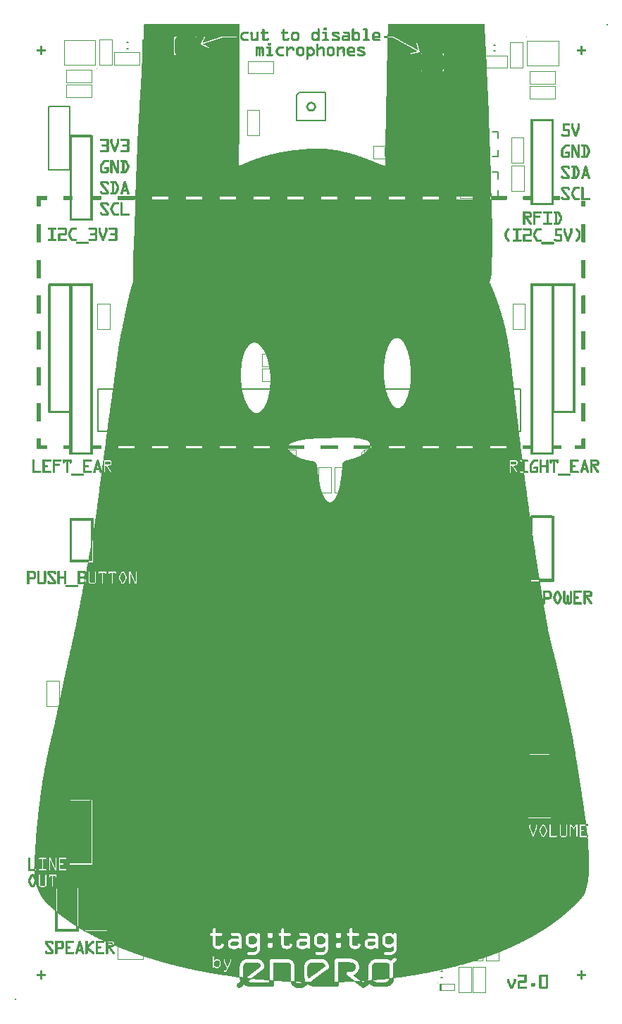
<source format=gto>
G04*
G04 #@! TF.GenerationSoftware,Altium Limited,Altium Designer,19.1.7 (138)*
G04*
G04 Layer_Color=65535*
%FSLAX44Y44*%
%MOMM*%
G71*
G01*
G75*
%ADD10C,0.1000*%
%ADD11C,0.2500*%
%ADD12C,0.2540*%
%ADD13C,0.0254*%
%ADD14C,0.2000*%
%ADD15C,0.1524*%
%ADD16C,1.0000*%
%ADD17R,0.1500X0.7750*%
%ADD18R,0.8000X2.8000*%
D10*
X338500Y334910D02*
G03*
X338500Y334910I-500J0D01*
G01*
X614680Y1157050D02*
G03*
X614680Y1157050I-500J0D01*
G01*
X527513Y268500D02*
G03*
X527513Y268500I-500J0D01*
G01*
X618361Y143852D02*
G03*
X618361Y143852I-500J0D01*
G01*
X98320Y1119200D02*
G03*
X98320Y1119200I-500J0D01*
G01*
X508611Y21329D02*
G03*
X508611Y21329I-500J0D01*
G01*
X153250Y1139250D02*
Y1154250D01*
Y1139250D02*
X183750D01*
Y1154250D01*
X153250D02*
X183750D01*
X126750Y152500D02*
X157250D01*
Y137500D02*
Y152500D01*
X126750Y137500D02*
X157250D01*
X126750D02*
Y152500D01*
X59000D02*
X89500D01*
Y137500D02*
Y152500D01*
X59000Y137500D02*
X89500D01*
X59000D02*
Y152500D01*
X123000Y49500D02*
X153500D01*
X123000D02*
Y64500D01*
X153500D01*
Y49500D02*
Y64500D01*
X123000Y81000D02*
X153500D01*
Y66000D02*
Y81000D01*
X123000Y66000D02*
X153500D01*
X123000D02*
Y81000D01*
X179000Y94250D02*
Y124750D01*
X194000D01*
Y94250D02*
Y124750D01*
X179000Y94250D02*
X194000D01*
X200515Y117689D02*
X231015D01*
Y102689D02*
Y117689D01*
X200515Y102689D02*
X231015D01*
X200515D02*
Y117689D01*
X200265Y152121D02*
X230765D01*
Y137121D02*
Y152121D01*
X200265Y137121D02*
X230765D01*
X200265D02*
Y152121D01*
Y134871D02*
X230765D01*
Y119871D02*
Y134871D01*
X200265Y119871D02*
X230765D01*
X200265D02*
Y134871D01*
X232765Y152121D02*
X263265D01*
Y137121D02*
Y152121D01*
X232765Y137121D02*
X263265D01*
X232765D02*
Y152121D01*
Y134871D02*
X263265D01*
Y119871D02*
Y134871D01*
X232765Y119871D02*
X263265D01*
X232765D02*
Y134871D01*
Y117689D02*
X263265D01*
Y102689D02*
Y117689D01*
X232765Y102689D02*
X263265D01*
X232765D02*
Y117689D01*
X615700Y1123250D02*
Y1152750D01*
Y1123250D02*
X653300D01*
Y1152750D01*
X615700D02*
X653300D01*
X591750Y1120050D02*
Y1135050D01*
X561250D02*
X591750D01*
X561250Y1120050D02*
Y1135050D01*
Y1120050D02*
X591750D01*
X595250Y1120550D02*
X610250D01*
Y1151050D01*
X595250D02*
X610250D01*
X595250Y1120550D02*
Y1151050D01*
X649250Y1083300D02*
Y1098300D01*
X618750D02*
X649250D01*
X618750Y1083300D02*
Y1098300D01*
Y1083300D02*
X649250D01*
X618853Y1100995D02*
Y1115995D01*
Y1100995D02*
X649353D01*
Y1115995D01*
X618853D02*
X649353D01*
X558250Y1120050D02*
Y1135050D01*
X527750D02*
X558250D01*
X527750Y1120050D02*
Y1135050D01*
Y1120050D02*
X558250D01*
X509361Y147102D02*
Y177602D01*
X524361D01*
Y147102D02*
Y177602D01*
X509361Y147102D02*
X524361D01*
X526111D02*
Y177602D01*
X541111D01*
Y147102D02*
Y177602D01*
X526111Y147102D02*
X541111D01*
X542861D02*
Y177602D01*
X557861D01*
Y147102D02*
Y177602D01*
X542861Y147102D02*
X557861D01*
X550100Y9347D02*
Y39847D01*
X565100D01*
Y9347D02*
Y39847D01*
X550100Y9347D02*
X565100D01*
X47000Y211750D02*
Y242250D01*
X62000D01*
Y211750D02*
Y242250D01*
X47000Y211750D02*
X62000D01*
X179500Y252500D02*
Y283000D01*
X194500D01*
Y252500D02*
Y283000D01*
X179500Y252500D02*
X194500D01*
X130400Y738000D02*
Y768500D01*
X145400D01*
Y738000D02*
Y768500D01*
X130400Y738000D02*
X145400D01*
X587251Y79499D02*
X602251D01*
Y109999D01*
X587251D02*
X602251D01*
X587251Y79499D02*
Y109999D01*
X570768Y79596D02*
X585768D01*
Y110096D01*
X570768D02*
X585768D01*
X570768Y79596D02*
Y110096D01*
X47000Y210250D02*
X62000D01*
X47000Y179750D02*
Y210250D01*
Y179750D02*
X62000D01*
Y210250D01*
X533520Y9347D02*
X548520D01*
Y39847D01*
X533520D02*
X548520D01*
X533520Y9347D02*
Y39847D01*
X547311Y77852D02*
X562311D01*
X547311Y47352D02*
Y77852D01*
Y47352D02*
X562311D01*
Y77852D01*
X566611Y47352D02*
X581611D01*
Y77852D01*
X566611D02*
X581611D01*
X566611Y47352D02*
Y77852D01*
X359479Y347889D02*
Y362889D01*
Y347889D02*
X389979D01*
Y362889D01*
X359479D02*
X389979D01*
X359479Y364389D02*
Y379389D01*
Y364389D02*
X389979D01*
Y379389D01*
X359479D02*
X389979D01*
X358729Y286889D02*
X389229D01*
X358729D02*
Y301889D01*
X389229D01*
Y286889D02*
Y301889D01*
X147500Y363500D02*
X178000D01*
Y348500D02*
Y363500D01*
X147500Y348500D02*
X178000D01*
X147500D02*
Y363500D01*
X145250Y333250D02*
Y363750D01*
X130250Y333250D02*
X145250D01*
X130250D02*
Y363750D01*
X145250D01*
Y268000D02*
Y298500D01*
X130250Y268000D02*
X145250D01*
X130250D02*
Y298500D01*
X145250D01*
X147000Y283000D02*
X177500D01*
Y268000D02*
Y283000D01*
X147000Y268000D02*
X177500D01*
X147000D02*
Y283000D01*
X476361Y147102D02*
Y177602D01*
X491361D01*
Y147102D02*
Y177602D01*
X476361Y147102D02*
X491361D01*
X492861D02*
Y177602D01*
X507861D01*
Y147102D02*
Y177602D01*
X492861Y147102D02*
X507861D01*
X155800Y737861D02*
Y768361D01*
X170800D01*
Y737861D02*
Y768361D01*
X155800Y737861D02*
X170800D01*
X358729Y269250D02*
X389229D01*
X358729D02*
Y284250D01*
X389229D01*
Y269250D02*
Y284250D01*
X58700Y1123500D02*
X96300D01*
X58700D02*
Y1153000D01*
X96300D01*
Y1123500D02*
Y1153000D01*
X510111Y11830D02*
X528361D01*
Y20080D01*
X510111D02*
X528361D01*
X510111Y11830D02*
Y20080D01*
X569763Y229000D02*
X584763D01*
Y259500D01*
X569763D02*
X584763D01*
X569763Y229000D02*
Y259500D01*
X147500Y316750D02*
Y331750D01*
Y316750D02*
X178000D01*
Y331750D01*
X147500D02*
X178000D01*
X130250Y300750D02*
X145250D01*
Y331250D01*
X130250D02*
X145250D01*
X130250Y300750D02*
Y331250D01*
X147500Y300500D02*
Y315500D01*
Y300500D02*
X178000D01*
Y315500D01*
X147500D02*
X178000D01*
X98000Y348750D02*
Y363750D01*
Y348750D02*
X128500D01*
Y363750D01*
X98000D02*
X128500D01*
Y268000D02*
Y283000D01*
X98000D02*
X128500D01*
X98000Y268000D02*
Y283000D01*
Y268000D02*
X128500D01*
X654111Y146102D02*
Y161102D01*
X623611D02*
X654111D01*
X623611Y146102D02*
Y161102D01*
Y146102D02*
X654111D01*
X559861Y177602D02*
X574861D01*
X559861Y147102D02*
Y177602D01*
Y147102D02*
X574861D01*
Y177602D01*
X576611D02*
X591611D01*
X576611Y147102D02*
Y177602D01*
Y147102D02*
X591611D01*
Y177602D01*
X459250Y102750D02*
Y117750D01*
Y102750D02*
X489750D01*
Y117750D01*
X459250D02*
X489750D01*
X491051Y77852D02*
X506051D01*
X491051Y47352D02*
Y77852D01*
Y47352D02*
X506051D01*
Y77852D01*
X507801Y47352D02*
X522801D01*
Y77852D01*
X507801D02*
X522801D01*
X507801Y47352D02*
Y77852D01*
X524471D02*
X539471D01*
X524471Y47352D02*
Y77852D01*
Y47352D02*
X539471D01*
Y77852D01*
X119500Y1123750D02*
Y1138750D01*
Y1123750D02*
X150000D01*
Y1138750D01*
X119500D02*
X150000D01*
X101750Y1124000D02*
X116750D01*
Y1154500D01*
X101750D02*
X116750D01*
X101750Y1124000D02*
Y1154500D01*
X61250Y1102500D02*
Y1117500D01*
Y1102500D02*
X91750D01*
Y1117500D01*
X61250D02*
X91750D01*
Y1084750D02*
Y1099750D01*
X61250D02*
X91750D01*
X61250Y1084750D02*
Y1099750D01*
Y1084750D02*
X91750D01*
X279000Y1039500D02*
Y1070000D01*
X294000D01*
Y1039500D02*
Y1070000D01*
X279000Y1039500D02*
X294000D01*
X38000Y353000D02*
Y383500D01*
X53000D01*
Y353000D02*
Y383500D01*
X38000Y353000D02*
X53000D01*
X293750D02*
Y383500D01*
X308750D01*
Y353000D02*
Y383500D01*
X293750Y353000D02*
X308750D01*
X552500D02*
Y383500D01*
X567500D01*
Y353000D02*
Y383500D01*
X552500Y353000D02*
X567500D01*
X97750Y537750D02*
Y568250D01*
X112750D01*
Y537750D02*
Y568250D01*
X97750Y537750D02*
X112750D01*
X363500Y851750D02*
X394000D01*
Y836750D02*
Y851750D01*
X363500Y836750D02*
X394000D01*
X363500D02*
Y851750D01*
X430500Y1011250D02*
X461000D01*
X430500D02*
Y1026250D01*
X461000D01*
Y1011250D02*
Y1026250D01*
X223750Y887250D02*
Y917750D01*
X238750D01*
Y887250D02*
Y917750D01*
X223750Y887250D02*
X238750D01*
X414500Y608250D02*
X445000D01*
Y593250D02*
Y608250D01*
X414500Y593250D02*
X445000D01*
X414500D02*
Y608250D01*
X383250Y500750D02*
X413750D01*
X383250D02*
Y515750D01*
X413750D01*
Y500750D02*
Y515750D01*
X297250Y761750D02*
X327750D01*
X297250D02*
Y776750D01*
X327750D01*
Y761750D02*
Y776750D01*
X330500D02*
X361000D01*
Y761750D02*
Y776750D01*
X330500Y761750D02*
X361000D01*
X330500D02*
Y776750D01*
X259960Y855520D02*
X290460D01*
X259960Y840520D02*
Y855520D01*
Y840520D02*
X290460D01*
Y855520D01*
X310250Y196250D02*
Y226750D01*
X295250Y196250D02*
X310250D01*
X295250D02*
Y226750D01*
X310250D01*
X270750Y589500D02*
Y620000D01*
X285750D01*
Y589500D02*
Y620000D01*
X270750Y589500D02*
X285750D01*
X364600Y610250D02*
Y640750D01*
X379600D01*
Y610250D02*
Y640750D01*
X364600Y610250D02*
X379600D01*
X384500D02*
Y640750D01*
X399500D01*
Y610250D02*
Y640750D01*
X384500Y610250D02*
X399500D01*
X253250Y556000D02*
Y586500D01*
X268250D01*
Y556000D02*
Y586500D01*
X253250Y556000D02*
X268250D01*
X270930Y556010D02*
Y586510D01*
X285930D01*
Y556010D02*
Y586510D01*
X270930Y556010D02*
X285930D01*
X235250Y605750D02*
Y636250D01*
X250250D01*
Y605750D02*
Y636250D01*
X235250Y605750D02*
X250250D01*
X516750Y630250D02*
X531750D01*
X516750Y593875D02*
Y630250D01*
X531250Y630250D02*
X546250D01*
Y593875D02*
Y630250D01*
Y571375D02*
Y586625D01*
X516750Y563750D02*
X546250D01*
Y571375D01*
Y586625D02*
Y594250D01*
X516750Y586625D02*
Y594250D01*
Y563750D02*
Y571375D01*
Y586625D01*
X486450Y646200D02*
Y661200D01*
X450075D02*
X486450D01*
X486450Y631700D02*
Y646700D01*
X450075Y631700D02*
X486450D01*
X427575D02*
X442825D01*
X419950D02*
Y646700D01*
Y631700D02*
X427575D01*
X442825D02*
X450450D01*
X442825Y661200D02*
X450450D01*
X419950D02*
X427575D01*
X419950Y646200D02*
Y661200D01*
X427575D02*
X442825D01*
X419950Y646200D02*
Y661200D01*
X419950Y631700D02*
Y646700D01*
X416450Y635200D02*
Y645200D01*
Y657700D01*
X419950Y661200D01*
X416450Y635200D02*
X419950Y631700D01*
X280000Y1113250D02*
Y1128250D01*
Y1113250D02*
X310500D01*
Y1128250D01*
X280000D02*
X310500D01*
X116500Y555250D02*
Y570250D01*
Y555250D02*
X147000D01*
Y570250D01*
X116500D02*
X147000D01*
Y573000D02*
Y588000D01*
X116500D02*
X147000D01*
X116500Y573000D02*
Y588000D01*
Y573000D02*
X147000D01*
X327750Y744000D02*
Y759000D01*
X297250D02*
X327750D01*
X297250Y744000D02*
Y759000D01*
Y744000D02*
X327750D01*
X535000Y1014000D02*
X550000D01*
Y1044500D01*
X535000D02*
X550000D01*
X535000Y1014000D02*
Y1044500D01*
X330500Y744000D02*
Y759000D01*
Y744000D02*
X361000D01*
Y759000D01*
X330500D02*
X361000D01*
X323210Y857770D02*
Y872770D01*
X292710Y857770D02*
X323210D01*
X292710D02*
Y872770D01*
X323210D01*
X290210Y857770D02*
Y872770D01*
X259710Y857770D02*
X290210D01*
X259710D02*
Y872770D01*
X290210D01*
X598000Y806250D02*
X613000D01*
Y836750D01*
X598000D02*
X613000D01*
X598000Y806250D02*
Y836750D01*
X98750Y806250D02*
X113750D01*
Y836750D01*
X98750D02*
X113750D01*
X98750Y806250D02*
Y836750D01*
X596500Y1036250D02*
X611500D01*
X596500Y1005750D02*
Y1036250D01*
Y1005750D02*
X611500D01*
Y1036250D01*
X535000Y964000D02*
X550000D01*
Y994500D01*
X535000D02*
X550000D01*
X535000Y964000D02*
Y994500D01*
X597000Y972250D02*
X612000D01*
Y1002750D01*
X597000D02*
X612000D01*
X597000Y972250D02*
Y1002750D01*
X597000Y210250D02*
X612000D01*
Y240750D01*
X597000D02*
X612000D01*
X597000Y210250D02*
Y240750D01*
Y307250D02*
X612000D01*
X597000Y276750D02*
Y307250D01*
Y276750D02*
X612000D01*
Y307250D01*
X338000Y646500D02*
Y661500D01*
X307500D02*
X338000D01*
X307500Y646500D02*
Y661500D01*
Y646500D02*
X338000D01*
X236000Y588750D02*
Y603750D01*
Y588750D02*
X266500D01*
Y603750D01*
X236000D02*
X266500D01*
X253250Y636250D02*
X268250D01*
X253250Y605750D02*
Y636250D01*
Y605750D02*
X268250D01*
Y636250D01*
X237250Y639250D02*
Y654250D01*
Y639250D02*
X267750D01*
Y654250D01*
X237250D02*
X267750D01*
D11*
X371000Y586750D02*
G03*
X371000Y586750I-1250J0D01*
G01*
X174500Y89341D02*
G03*
X174500Y89341I-1250J0D01*
G01*
X566500Y87500D02*
G03*
X566500Y87500I-1250J0D01*
G01*
X324510Y834240D02*
G03*
X324510Y834240I-1250J0D01*
G01*
X422500Y822000D02*
G03*
X422500Y822000I-1250J0D01*
G01*
X566250Y1046750D02*
G03*
X566250Y1046750I-1250J0D01*
G01*
Y997750D02*
G03*
X566250Y997750I-1250J0D01*
G01*
X331950Y604150D02*
G03*
X331950Y604150I-1250J0D01*
G01*
D12*
X351119Y1073384D02*
G03*
X351117Y1073552I4882J115D01*
G01*
X101219Y443385D02*
G03*
X101217Y443552I4882J115D01*
G01*
X351119Y443385D02*
G03*
X351117Y443552I4882J115D01*
G01*
X601119Y443385D02*
G03*
X601117Y443552I4882J115D01*
G01*
X351119Y145885D02*
G03*
X351117Y146052I4882J115D01*
G01*
X198970Y323880D02*
Y339120D01*
Y323880D02*
X201510Y321340D01*
X231990D01*
X234530Y323880D02*
Y339120D01*
X231990Y321340D02*
X234530Y323880D01*
X201510Y341660D02*
X231990D01*
X234530Y339120D01*
X198970D02*
X201510Y341660D01*
X488720Y1119630D02*
Y1134870D01*
Y1119630D02*
X491260Y1117090D01*
X511580D01*
X514120Y1119630D02*
Y1134870D01*
X511580Y1117090D02*
X514120Y1119630D01*
X488720Y1134870D02*
X491260Y1137410D01*
X511580D01*
X514120Y1134870D01*
X192470Y1139350D02*
Y1154590D01*
Y1139350D02*
X195010Y1136810D01*
X215330D01*
X217870Y1139350D02*
Y1154590D01*
X215330Y1136810D02*
X217870Y1139350D01*
X192470Y1154590D02*
X195010Y1157130D01*
X215330D01*
X217870Y1154590D01*
X206380Y287971D02*
X208920Y285431D01*
X229240D01*
X231780Y287971D01*
X206380Y303211D02*
X208920Y305751D01*
X206380Y287971D02*
Y303211D01*
X208920Y305751D02*
X229240D01*
X231780Y303211D01*
Y287971D02*
Y303211D01*
X385130Y243880D02*
X387670Y241340D01*
X407990D01*
X410530Y243880D01*
X385130Y259120D02*
X387670Y261660D01*
X385130Y243880D02*
Y259120D01*
X387670Y261660D02*
X407990D01*
X410530Y259120D01*
Y243880D02*
Y259120D01*
D13*
X-56Y902D02*
X960D01*
X-56Y1156D02*
X960D01*
X-56Y1410D02*
X960D01*
X-56Y1664D02*
X960D01*
X631642Y14618D02*
X638500D01*
X604210D02*
X613862D01*
X595574D02*
X597352D01*
X630880Y14872D02*
X639262D01*
X604210D02*
X614370D01*
X595320D02*
X597606D01*
X630626Y15126D02*
X639770D01*
X604210D02*
X614370D01*
X595066D02*
X597860D01*
X630372Y15380D02*
X640024D01*
X604210D02*
X614624D01*
X595066D02*
X598114D01*
X342082D02*
X342336D01*
X341574D02*
X341828D01*
X341066D02*
X341320D01*
X340558D02*
X340812D01*
X630372Y15634D02*
X640024D01*
X604210D02*
X614624D01*
X594812D02*
X598114D01*
X418028D02*
X418282D01*
X338780D02*
X343860D01*
X269438D02*
X269692D01*
X268930D02*
X269184D01*
X630118Y15888D02*
X640278D01*
X604210D02*
X614624D01*
X594812D02*
X598368D01*
X417266D02*
X419298D01*
X337764D02*
X345130D01*
X268168D02*
X270200D01*
X630118Y16142D02*
X640278D01*
X604210D02*
X614370D01*
X594558D02*
X598368D01*
X416758D02*
X419806D01*
X337002D02*
X345638D01*
X267660D02*
X270708D01*
X629864Y16396D02*
X640278D01*
X604210D02*
X614370D01*
X594558D02*
X598368D01*
X416504D02*
X420060D01*
X336494D02*
X346400D01*
X267406D02*
X270962D01*
X637992Y16650D02*
X640278D01*
X637484D02*
X637738D01*
X636976D02*
X637230D01*
X636468D02*
X636722D01*
X635960D02*
X636214D01*
X635452D02*
X635706D01*
X634944D02*
X635198D01*
X634436D02*
X634690D01*
X633928D02*
X634182D01*
X633420D02*
X633674D01*
X632912D02*
X633166D01*
X632404D02*
X632658D01*
X630118D02*
X632150D01*
X613354D02*
X613608D01*
X612846D02*
X613100D01*
X612338D02*
X612592D01*
X611830D02*
X612084D01*
X611322D02*
X611576D01*
X610814D02*
X611068D01*
X610306D02*
X610560D01*
X609798D02*
X610052D01*
X609290D02*
X609544D01*
X608782D02*
X609036D01*
X608274D02*
X608528D01*
X607766D02*
X608020D01*
X607258D02*
X607512D01*
X606750D02*
X607004D01*
X604210D02*
X606496D01*
X594558D02*
X598622D01*
X416250D02*
X420568D01*
X335986D02*
X346908D01*
X267152D02*
X271216D01*
X638246Y16904D02*
X640278D01*
X629864D02*
X632150D01*
X604210D02*
X606242D01*
X594304D02*
X598622D01*
X445460D02*
X445714D01*
X433776D02*
X445206D01*
X433268D02*
X433522D01*
X415742D02*
X420822D01*
X360116D02*
X386786D01*
X359608D02*
X359862D01*
X335478D02*
X347416D01*
X282900D02*
X308554D01*
X282392D02*
X282646D01*
X266898D02*
X271724D01*
X638246Y17158D02*
X640278D01*
X630118D02*
X632150D01*
X604210D02*
X606242D01*
X596844D02*
X598876D01*
X594304D02*
X596336D01*
X431744D02*
X446984D01*
X415488D02*
X421076D01*
X358338D02*
X387294D01*
X357830D02*
X358084D01*
X334970D02*
X347670D01*
X280614D02*
X309062D01*
X266898D02*
X271978D01*
X638246Y17412D02*
X640278D01*
X629864D02*
X632150D01*
X620720D02*
X623768D01*
X604210D02*
X606242D01*
X596844D02*
X598876D01*
X594050D02*
X596082D01*
X430982D02*
X448000D01*
X415234D02*
X421584D01*
X357068D02*
X387802D01*
X334716D02*
X347924D01*
X279598D02*
X309570D01*
X266898D02*
X272232D01*
X638246Y17666D02*
X640278D01*
X630118D02*
X632150D01*
X620466D02*
X624022D01*
X604210D02*
X606242D01*
X596844D02*
X599130D01*
X594050D02*
X596082D01*
X430220D02*
X448762D01*
X414980D02*
X421838D01*
X356052D02*
X388056D01*
X334462D02*
X348432D01*
X278836D02*
X309824D01*
X266644D02*
X272740D01*
X638246Y17920D02*
X640278D01*
X629864D02*
X632150D01*
X620212D02*
X624276D01*
X604210D02*
X606242D01*
X597098D02*
X599130D01*
X593796D02*
X596082D01*
X429712D02*
X449270D01*
X414472D02*
X422092D01*
X355290D02*
X388310D01*
X333954D02*
X348686D01*
X278074D02*
X310078D01*
X266644D02*
X272994D01*
X638246Y18174D02*
X640278D01*
X630118D02*
X632150D01*
X620212D02*
X624276D01*
X604210D02*
X606242D01*
X597098D02*
X599384D01*
X593796D02*
X595828D01*
X429204D02*
X449778D01*
X414218D02*
X422600D01*
X354782D02*
X388310D01*
X333700D02*
X349194D01*
X277312D02*
X310078D01*
X266644D02*
X273248D01*
X638246Y18428D02*
X640278D01*
X629864D02*
X632150D01*
X620212D02*
X624530D01*
X604210D02*
X606242D01*
X597352D02*
X599384D01*
X593542D02*
X595828D01*
X428696D02*
X450286D01*
X413964D02*
X422854D01*
X354274D02*
X388564D01*
X333446D02*
X349448D01*
X276804D02*
X310332D01*
X266644D02*
X273502D01*
X638246Y18682D02*
X640278D01*
X630118D02*
X632150D01*
X620212D02*
X624276D01*
X604210D02*
X606242D01*
X597352D02*
X599384D01*
X593542D02*
X595574D01*
X428442D02*
X450540D01*
X413456D02*
X423108D01*
X353512D02*
X388564D01*
X333192D02*
X349702D01*
X276296D02*
X310332D01*
X266644D02*
X274010D01*
X638246Y18936D02*
X640278D01*
X629864D02*
X632150D01*
X620212D02*
X624530D01*
X604210D02*
X606242D01*
X597606D02*
X599638D01*
X593288D02*
X595574D01*
X427934D02*
X451048D01*
X413202D02*
X423362D01*
X353258D02*
X388564D01*
X333192D02*
X350210D01*
X275788D02*
X310332D01*
X266898D02*
X274264D01*
X638246Y19190D02*
X640278D01*
X630118D02*
X632150D01*
X620212D02*
X624276D01*
X604210D02*
X606242D01*
X597606D02*
X599638D01*
X593288D02*
X595320D01*
X427680D02*
X451302D01*
X412948D02*
X423870D01*
X352750D02*
X388564D01*
X332938D02*
X350464D01*
X275534D02*
X310332D01*
X266898D02*
X274518D01*
X638246Y19444D02*
X640278D01*
X629864D02*
X632150D01*
X620212D02*
X624530D01*
X604210D02*
X606242D01*
X597606D02*
X599892D01*
X593288D02*
X595320D01*
X427426D02*
X451556D01*
X412440D02*
X424124D01*
X352242D02*
X388564D01*
X332684D02*
X350718D01*
X267152D02*
X310332D01*
X638246Y19698D02*
X640278D01*
X630118D02*
X632150D01*
X620212D02*
X624276D01*
X604210D02*
X606242D01*
X597860D02*
X599892D01*
X593034D02*
X595320D01*
X426918D02*
X451810D01*
X412186D02*
X424378D01*
X351988D02*
X388564D01*
X332430D02*
X351226D01*
X267152D02*
X310332D01*
X638246Y19952D02*
X640278D01*
X629864D02*
X632150D01*
X620212D02*
X624530D01*
X604210D02*
X606242D01*
X597860D02*
X600146D01*
X593034D02*
X595066D01*
X426918D02*
X452064D01*
X411932D02*
X424886D01*
X332430D02*
X388564D01*
X267406D02*
X310332D01*
X638246Y20206D02*
X640278D01*
X630118D02*
X632150D01*
X620212D02*
X624276D01*
X604210D02*
X606242D01*
X598114D02*
X600146D01*
X592780D02*
X595066D01*
X426410D02*
X452318D01*
X411678D02*
X425140D01*
X332176D02*
X388564D01*
X267660D02*
X310332D01*
X638246Y20460D02*
X640278D01*
X629864D02*
X632150D01*
X620212D02*
X624276D01*
X604210D02*
X606242D01*
X598114D02*
X600400D01*
X592780D02*
X594812D01*
X426410D02*
X452572D01*
X411170D02*
X425394D01*
X342590D02*
X388564D01*
X340304D02*
X340558D01*
X332176D02*
X340050D01*
X267914D02*
X310332D01*
X638246Y20714D02*
X640278D01*
X630118D02*
X632150D01*
X620466D02*
X624276D01*
X604210D02*
X606242D01*
X598368D02*
X600400D01*
X592526D02*
X594812D01*
X426156D02*
X452826D01*
X410916D02*
X425648D01*
X343606D02*
X388564D01*
X331922D02*
X339288D01*
X268422D02*
X310332D01*
X638246Y20968D02*
X640278D01*
X629864D02*
X632150D01*
X620720D02*
X624022D01*
X604210D02*
X606242D01*
X598368D02*
X600654D01*
X592526D02*
X594558D01*
X410662D02*
X453080D01*
X344368D02*
X388564D01*
X331922D02*
X338526D01*
X268676D02*
X310332D01*
X638246Y21222D02*
X640278D01*
X630118D02*
X632150D01*
X604210D02*
X606242D01*
X598368D02*
X600654D01*
X592272D02*
X594558D01*
X410154D02*
X453080D01*
X344622D02*
X388564D01*
X331668D02*
X338018D01*
X268930D02*
X310332D01*
X638246Y21476D02*
X640278D01*
X629864D02*
X632150D01*
X604210D02*
X606242D01*
X598622D02*
X600654D01*
X592272D02*
X594558D01*
X418536D02*
X453334D01*
X409900D02*
X418028D01*
X345130D02*
X388564D01*
X331668D02*
X337510D01*
X269438D02*
X310332D01*
X638246Y21730D02*
X640278D01*
X630118D02*
X632150D01*
X612338D02*
X612592D01*
X611830D02*
X612084D01*
X611322D02*
X611576D01*
X610814D02*
X611068D01*
X610306D02*
X610560D01*
X609798D02*
X610052D01*
X609290D02*
X609544D01*
X608782D02*
X609036D01*
X608274D02*
X608528D01*
X607766D02*
X608020D01*
X607258D02*
X607512D01*
X606750D02*
X607004D01*
X604210D02*
X606496D01*
X598622D02*
X600908D01*
X592018D02*
X594304D01*
X418790D02*
X453588D01*
X409646D02*
X417774D01*
X345384D02*
X388564D01*
X331668D02*
X337256D01*
X269692D02*
X310332D01*
X638246Y21984D02*
X640278D01*
X629864D02*
X632150D01*
X604210D02*
X613354D01*
X598876D02*
X600908D01*
X592018D02*
X594304D01*
X445714D02*
X453588D01*
X419298D02*
X433268D01*
X409138D02*
X417520D01*
X383738D02*
X388564D01*
X345892D02*
X359354D01*
X331414D02*
X337002D01*
X305506D02*
X310332D01*
X269946D02*
X282138D01*
X638246Y22238D02*
X640278D01*
X630118D02*
X632150D01*
X604210D02*
X613862D01*
X598876D02*
X601162D01*
X592018D02*
X594050D01*
X446476D02*
X453842D01*
X419552D02*
X432252D01*
X408884D02*
X417266D01*
X386532D02*
X388564D01*
X386024D02*
X386278D01*
X385516D02*
X385770D01*
X385008D02*
X385262D01*
X384500D02*
X384754D01*
X383992D02*
X384246D01*
X358084D02*
X383484D01*
X353004D02*
X353258D01*
X352496D02*
X352750D01*
X351988D02*
X352242D01*
X351480D02*
X351734D01*
X350972D02*
X351226D01*
X346146D02*
X350718D01*
X331414D02*
X336748D01*
X305506D02*
X310332D01*
X270454D02*
X280868D01*
X638246Y22492D02*
X640278D01*
X629864D02*
X632150D01*
X604210D02*
X614116D01*
X599130D02*
X601162D01*
X591764D02*
X594050D01*
X447238D02*
X453842D01*
X419806D02*
X431744D01*
X408630D02*
X416758D01*
X394914D02*
X395168D01*
X394406D02*
X394660D01*
X393898D02*
X394152D01*
X388564D02*
X393644D01*
X357322D02*
X383738D01*
X343860D02*
X346400D01*
X343352D02*
X343606D01*
X342844D02*
X343098D01*
X342336D02*
X342590D01*
X331414D02*
X336748D01*
X305506D02*
X310332D01*
X270708D02*
X280106D01*
X638246Y22746D02*
X640278D01*
X630118D02*
X632150D01*
X604464D02*
X614370D01*
X599130D02*
X601416D01*
X591764D02*
X593796D01*
X447492D02*
X454096D01*
X420060D02*
X431236D01*
X408376D02*
X416504D01*
X401264D02*
X401518D01*
X400756D02*
X401010D01*
X400248D02*
X400502D01*
X388564D02*
X399994D01*
X356560D02*
X383738D01*
X337002D02*
X346908D01*
X336240D02*
X336748D01*
X335732D02*
X335986D01*
X331414D02*
X335478D01*
X305506D02*
X310332D01*
X270962D02*
X279344D01*
X638246Y23000D02*
X640278D01*
X629864D02*
X632150D01*
X604718D02*
X614370D01*
X599130D02*
X601416D01*
X591510D02*
X593796D01*
X448000D02*
X454096D01*
X420568D02*
X430728D01*
X407868D02*
X416250D01*
X406344D02*
X406598D01*
X405836D02*
X406090D01*
X388564D02*
X405582D01*
X356052D02*
X383738D01*
X336494D02*
X347162D01*
X331160D02*
X331414D01*
X330652D02*
X330906D01*
X330144D02*
X330398D01*
X305506D02*
X310332D01*
X271216D02*
X279598D01*
X638246Y23254D02*
X640278D01*
X630118D02*
X632150D01*
X604718D02*
X614370D01*
X599384D02*
X601416D01*
X591510D02*
X593796D01*
X448254D02*
X454096D01*
X420822D02*
X430474D01*
X411170D02*
X415742D01*
X410662D02*
X410916D01*
X410154D02*
X410408D01*
X388564D02*
X407614D01*
X356052D02*
X383484D01*
X336240D02*
X347416D01*
X326080D02*
X331160D01*
X325572D02*
X325826D01*
X325064D02*
X325318D01*
X305506D02*
X310332D01*
X271470D02*
X279852D01*
X638246Y23508D02*
X640278D01*
X629864D02*
X632150D01*
X605226D02*
X614624D01*
X599384D02*
X601416D01*
X591510D02*
X593542D01*
X448508D02*
X454350D01*
X421076D02*
X430220D01*
X414980D02*
X415742D01*
X414472D02*
X414726D01*
X388564D02*
X407360D01*
X356306D02*
X383738D01*
X336240D02*
X347924D01*
X321508D02*
X331160D01*
X321000D02*
X321254D01*
X320492D02*
X320746D01*
X305506D02*
X310332D01*
X271216D02*
X280106D01*
X638246Y23762D02*
X640278D01*
X630118D02*
X632150D01*
X606242D02*
X614624D01*
X605734D02*
X605988D01*
X599384D02*
X601416D01*
X591510D02*
X593542D01*
X448762D02*
X454350D01*
X421584D02*
X429966D01*
X418790D02*
X419044D01*
X418282D02*
X418536D01*
X415234D02*
X418028D01*
X388564D02*
X406852D01*
X356814D02*
X383738D01*
X336240D02*
X348178D01*
X317444D02*
X331160D01*
X316936D02*
X317190D01*
X316428D02*
X316682D01*
X305506D02*
X310332D01*
X270962D02*
X280614D01*
X638246Y24016D02*
X640278D01*
X629864D02*
X632150D01*
X612592D02*
X614624D01*
X599384D02*
X601416D01*
X591510D02*
X593542D01*
X449016D02*
X454350D01*
X422346D02*
X429966D01*
X414726D02*
X422092D01*
X388564D02*
X406598D01*
X357068D02*
X383738D01*
X336240D02*
X348178D01*
X313380D02*
X331160D01*
X312872D02*
X313126D01*
X305506D02*
X310332D01*
X270962D02*
X280868D01*
X638246Y24270D02*
X640278D01*
X630118D02*
X632150D01*
X612338D02*
X614624D01*
X599384D02*
X601416D01*
X591510D02*
X593542D01*
X449016D02*
X454604D01*
X425394D02*
X429712D01*
X424886D02*
X425140D01*
X414472D02*
X422092D01*
X388564D02*
X406344D01*
X357576D02*
X383484D01*
X336240D02*
X348178D01*
X310332D02*
X331160D01*
X309316D02*
X309570D01*
X305506D02*
X309062D01*
X270708D02*
X281122D01*
X638246Y24524D02*
X640278D01*
X629864D02*
X632150D01*
X612592D02*
X614624D01*
X599384D02*
X601416D01*
X591510D02*
X593542D01*
X449270D02*
X454604D01*
X428696D02*
X429458D01*
X428188D02*
X428442D01*
X414218D02*
X422346D01*
X388564D02*
X405836D01*
X357830D02*
X383738D01*
X336240D02*
X347924D01*
X310332D02*
X331160D01*
X306014D02*
X306268D01*
X305506D02*
X305760D01*
X270708D02*
X281376D01*
X638246Y24778D02*
X640278D01*
X630118D02*
X632150D01*
X612592D02*
X614624D01*
X599384D02*
X601416D01*
X591510D02*
X593542D01*
X449270D02*
X454604D01*
X431236D02*
X431490D01*
X429458D02*
X430982D01*
X413964D02*
X422854D01*
X388564D02*
X405582D01*
X358084D02*
X383738D01*
X336240D02*
X347924D01*
X310332D02*
X331160D01*
X302966D02*
X305506D01*
X302458D02*
X302712D01*
X270454D02*
X281884D01*
X638246Y25032D02*
X640278D01*
X629864D02*
X632150D01*
X612338D02*
X614624D01*
X599384D02*
X601416D01*
X591510D02*
X593542D01*
X449270D02*
X454604D01*
X434030D02*
X434284D01*
X429458D02*
X433776D01*
X413456D02*
X423108D01*
X388564D02*
X405328D01*
X358592D02*
X383738D01*
X336240D02*
X347670D01*
X310332D02*
X331160D01*
X299918D02*
X305506D01*
X299410D02*
X299664D01*
X270454D02*
X282138D01*
X638246Y25286D02*
X640278D01*
X630118D02*
X632150D01*
X612592D02*
X614624D01*
X599638D02*
X601416D01*
X591510D02*
X593542D01*
X449524D02*
X454858D01*
X436570D02*
X436824D01*
X429204D02*
X436316D01*
X413202D02*
X423362D01*
X388564D02*
X405074D01*
X358846D02*
X383484D01*
X335986D02*
X347670D01*
X310332D02*
X331160D01*
X296870D02*
X305506D01*
X296362D02*
X296616D01*
X270454D02*
X282392D01*
X638246Y25540D02*
X640278D01*
X629864D02*
X632150D01*
X612592D02*
X614624D01*
X599638D02*
X601162D01*
X591764D02*
X593288D01*
X449524D02*
X454604D01*
X439110D02*
X439364D01*
X429204D02*
X438856D01*
X412948D02*
X423870D01*
X388564D02*
X404566D01*
X359100D02*
X383738D01*
X336240D02*
X347416D01*
X310332D02*
X331160D01*
X294076D02*
X305506D01*
X293568D02*
X293822D01*
X270200D02*
X282900D01*
X638246Y25794D02*
X640278D01*
X630118D02*
X632150D01*
X612338D02*
X614624D01*
X599892D02*
X600908D01*
X592018D02*
X593288D01*
X449524D02*
X454858D01*
X441650D02*
X441904D01*
X429204D02*
X441396D01*
X412440D02*
X424124D01*
X388564D02*
X404312D01*
X359608D02*
X383738D01*
X336240D02*
X347416D01*
X310332D02*
X331160D01*
X291282D02*
X305506D01*
X290774D02*
X291028D01*
X270200D02*
X283154D01*
X30170D02*
X31694D01*
X679648Y26048D02*
X681426D01*
X638246D02*
X640278D01*
X629864D02*
X632150D01*
X612592D02*
X614624D01*
X449524D02*
X454858D01*
X443936D02*
X444190D01*
X429204D02*
X443682D01*
X412186D02*
X424124D01*
X388564D02*
X404058D01*
X359862D02*
X383738D01*
X336240D02*
X347416D01*
X310332D02*
X331160D01*
X288742D02*
X305506D01*
X288234D02*
X288488D01*
X270200D02*
X283408D01*
X30170D02*
X31948D01*
X679648Y26302D02*
X681426D01*
X638246D02*
X640278D01*
X630118D02*
X632150D01*
X612592D02*
X614624D01*
X449778D02*
X454858D01*
X446222D02*
X446476D01*
X429204D02*
X445968D01*
X411932D02*
X424124D01*
X388564D02*
X403550D01*
X360370D02*
X383484D01*
X335986D02*
X347416D01*
X310332D02*
X331160D01*
X286202D02*
X305506D01*
X285694D02*
X285948D01*
X275534D02*
X283916D01*
X269946D02*
X275280D01*
X30170D02*
X31694D01*
X679648Y26556D02*
X681426D01*
X638246D02*
X640278D01*
X629864D02*
X632150D01*
X612338D02*
X614624D01*
X449524D02*
X454858D01*
X448508D02*
X448762D01*
X428950D02*
X448254D01*
X411424D02*
X424124D01*
X388564D02*
X403296D01*
X360624D02*
X383738D01*
X336240D02*
X347162D01*
X310332D02*
X331160D01*
X284424D02*
X305506D01*
X283408D02*
X283662D01*
X275788D02*
X283154D01*
X269946D02*
X275280D01*
X30170D02*
X31948D01*
X679648Y26810D02*
X681426D01*
X638246D02*
X640278D01*
X630118D02*
X632150D01*
X612592D02*
X614624D01*
X450540D02*
X454858D01*
X428950D02*
X449524D01*
X411170D02*
X424124D01*
X388564D02*
X403042D01*
X360878D02*
X383738D01*
X336240D02*
X347162D01*
X310332D02*
X331160D01*
X284424D02*
X305506D01*
X281122D02*
X281376D01*
X276296D02*
X280868D01*
X269946D02*
X275026D01*
X29916D02*
X31948D01*
X679648Y27064D02*
X681426D01*
X638246D02*
X640278D01*
X629864D02*
X632150D01*
X612592D02*
X614624D01*
X452826D02*
X454858D01*
X429204D02*
X449778D01*
X410916D02*
X424124D01*
X388564D02*
X402788D01*
X361386D02*
X383738D01*
X352242D02*
X352750D01*
X336240D02*
X347162D01*
X310332D02*
X331160D01*
X284678D02*
X305506D01*
X278836D02*
X279090D01*
X276550D02*
X278582D01*
X269946D02*
X275026D01*
X30170D02*
X31948D01*
X679648Y27318D02*
X681426D01*
X638246D02*
X640278D01*
X630118D02*
X632150D01*
X612338D02*
X614624D01*
X454604D02*
X454858D01*
X428950D02*
X449524D01*
X410662D02*
X424124D01*
X388564D02*
X402280D01*
X361640D02*
X383484D01*
X352242D02*
X353004D01*
X335986D02*
X346908D01*
X310332D02*
X331160D01*
X285186D02*
X305506D01*
X276804D02*
X277058D01*
X276296D02*
X276550D01*
X269692D02*
X275026D01*
X30170D02*
X31694D01*
X679648Y27572D02*
X681426D01*
X638246D02*
X640278D01*
X629864D02*
X632150D01*
X612592D02*
X614624D01*
X456636D02*
X456890D01*
X454858D02*
X456382D01*
X428950D02*
X449778D01*
X410154D02*
X424124D01*
X388564D02*
X402026D01*
X361894D02*
X383738D01*
X351988D02*
X353512D01*
X336240D02*
X346908D01*
X310332D02*
X331160D01*
X285440D02*
X305506D01*
X274772D02*
X277312D01*
X274264D02*
X274518D01*
X269692D02*
X274010D01*
X30170D02*
X31948D01*
X679648Y27826D02*
X681426D01*
X638246D02*
X640278D01*
X630118D02*
X632150D01*
X612592D02*
X614624D01*
X458668D02*
X458922D01*
X454858D02*
X458414D01*
X428950D02*
X449524D01*
X409900D02*
X424124D01*
X388564D02*
X401772D01*
X362402D02*
X383738D01*
X351988D02*
X353766D01*
X336240D02*
X346908D01*
X310332D02*
X331160D01*
X285694D02*
X305506D01*
X274772D02*
X277566D01*
X272232D02*
X272486D01*
X269692D02*
X271978D01*
X29916D02*
X31948D01*
X679648Y28080D02*
X681426D01*
X638246D02*
X640278D01*
X629864D02*
X632150D01*
X612338D02*
X614624D01*
X454858D02*
X460700D01*
X429204D02*
X449778D01*
X409646D02*
X424124D01*
X388564D02*
X401264D01*
X362656D02*
X383738D01*
X351988D02*
X354020D01*
X336240D02*
X346908D01*
X310332D02*
X331160D01*
X286202D02*
X305506D01*
X274518D02*
X277820D01*
X270200D02*
X270454D01*
X269692D02*
X269946D01*
X30170D02*
X31948D01*
X679648Y28334D02*
X681426D01*
X638246D02*
X640278D01*
X630118D02*
X632150D01*
X612592D02*
X614624D01*
X462478D02*
X462732D01*
X454858D02*
X462224D01*
X428950D02*
X449524D01*
X409138D02*
X424124D01*
X388564D02*
X401010D01*
X363164D02*
X383484D01*
X351988D02*
X354528D01*
X335986D02*
X346908D01*
X310332D02*
X331160D01*
X286456D02*
X305506D01*
X274772D02*
X278328D01*
X268422D02*
X269438D01*
X267914D02*
X268168D01*
X30170D02*
X31694D01*
X679648Y28588D02*
X681426D01*
X638246D02*
X640278D01*
X629864D02*
X632150D01*
X612592D02*
X614624D01*
X464256D02*
X464510D01*
X454858D02*
X464002D01*
X428950D02*
X449778D01*
X408884D02*
X424124D01*
X388564D02*
X400756D01*
X363418D02*
X383738D01*
X351734D02*
X354782D01*
X336240D02*
X346908D01*
X310332D02*
X331160D01*
X286710D02*
X305506D01*
X274518D02*
X278582D01*
X266390D02*
X269692D01*
X265882D02*
X266136D01*
X30170D02*
X31948D01*
X679648Y28842D02*
X681426D01*
X638246D02*
X640278D01*
X630118D02*
X632150D01*
X612338D02*
X614624D01*
X466034D02*
X466288D01*
X454858D02*
X465780D01*
X428950D02*
X449524D01*
X408630D02*
X424124D01*
X388564D02*
X400248D01*
X363672D02*
X383738D01*
X351734D02*
X355290D01*
X336240D02*
X346654D01*
X310332D02*
X331160D01*
X286964D02*
X305506D01*
X274518D02*
X278836D01*
X264104D02*
X269438D01*
X29916D02*
X31948D01*
X679648Y29096D02*
X681426D01*
X629864D02*
X640278D01*
X604464D02*
X614624D01*
X454858D02*
X467812D01*
X429204D02*
X449778D01*
X408122D02*
X424124D01*
X388564D02*
X399994D01*
X364180D02*
X383738D01*
X351734D02*
X355544D01*
X336240D02*
X346654D01*
X310332D02*
X331160D01*
X287472D02*
X305506D01*
X274518D02*
X279090D01*
X262580D02*
X269438D01*
X262072D02*
X262326D01*
X30170D02*
X31948D01*
X679648Y29350D02*
X681426D01*
X630118D02*
X640278D01*
X604464D02*
X614624D01*
X454858D02*
X469336D01*
X428950D02*
X449524D01*
X407868D02*
X424124D01*
X388564D02*
X399740D01*
X364434D02*
X383484D01*
X351734D02*
X355798D01*
X335986D02*
X346654D01*
X310332D02*
X331160D01*
X287726D02*
X305506D01*
X274518D02*
X279598D01*
X260802D02*
X269438D01*
X260294D02*
X260548D01*
X30170D02*
X31694D01*
X679648Y29604D02*
X681426D01*
X630118D02*
X640278D01*
X604210D02*
X614370D01*
X471114D02*
X471368D01*
X454858D02*
X470860D01*
X428950D02*
X449778D01*
X407614D02*
X424124D01*
X388564D02*
X399486D01*
X364688D02*
X383738D01*
X351734D02*
X356306D01*
X336240D02*
X346654D01*
X310332D02*
X331160D01*
X287980D02*
X305506D01*
X274518D02*
X279852D01*
X258770D02*
X269438D01*
X30170D02*
X31948D01*
X679648Y29858D02*
X681426D01*
X630118D02*
X640024D01*
X604210D02*
X614370D01*
X454858D02*
X472638D01*
X428950D02*
X449524D01*
X407360D02*
X424124D01*
X388564D02*
X398978D01*
X365196D02*
X383738D01*
X351734D02*
X356560D01*
X336240D02*
X346654D01*
X310332D02*
X331160D01*
X288488D02*
X305506D01*
X274264D02*
X280106D01*
X256738D02*
X269438D01*
X29916D02*
X31948D01*
X675584Y30112D02*
X685490D01*
X630372D02*
X640024D01*
X604210D02*
X614116D01*
X454858D02*
X474416D01*
X429204D02*
X449778D01*
X406852D02*
X424124D01*
X388564D02*
X398724D01*
X365450D02*
X383738D01*
X351480D02*
X356814D01*
X336240D02*
X346654D01*
X310332D02*
X331160D01*
X288742D02*
X305506D01*
X274518D02*
X280614D01*
X255214D02*
X269438D01*
X25852D02*
X36012D01*
X675330Y30366D02*
X685490D01*
X630626D02*
X639770D01*
X604210D02*
X614116D01*
X454858D02*
X475940D01*
X428950D02*
X449524D01*
X406852D02*
X424124D01*
X388564D02*
X398216D01*
X365958D02*
X383484D01*
X351734D02*
X357322D01*
X335986D02*
X346654D01*
X310332D02*
X331160D01*
X288996D02*
X305506D01*
X274264D02*
X280868D01*
X253690D02*
X269438D01*
X253182D02*
X253436D01*
X25852D02*
X36012D01*
X675330Y30620D02*
X685490D01*
X630880D02*
X639516D01*
X604464D02*
X613608D01*
X454858D02*
X477718D01*
X428950D02*
X449778D01*
X407614D02*
X424124D01*
X388564D02*
X398216D01*
X366212D02*
X383738D01*
X351480D02*
X357576D01*
X336240D02*
X346654D01*
X310332D02*
X331160D01*
X289250D02*
X305506D01*
X274518D02*
X281122D01*
X251912D02*
X269438D01*
X251404D02*
X251658D01*
X25852D02*
X36012D01*
X675330Y30874D02*
X685490D01*
X631388D02*
X639008D01*
X604718D02*
X613100D01*
X454858D02*
X478988D01*
X428950D02*
X449524D01*
X408122D02*
X424124D01*
X388564D02*
X397962D01*
X366466D02*
X383738D01*
X351480D02*
X357830D01*
X336240D02*
X346654D01*
X310332D02*
X331160D01*
X289758D02*
X305506D01*
X274264D02*
X281376D01*
X249880D02*
X269438D01*
X25852D02*
X36012D01*
X675584Y31128D02*
X685490D01*
X480512D02*
X480766D01*
X454858D02*
X480258D01*
X429204D02*
X449778D01*
X408630D02*
X424124D01*
X388564D02*
X397708D01*
X366974D02*
X383738D01*
X351480D02*
X358338D01*
X336240D02*
X346654D01*
X310332D02*
X331160D01*
X290012D02*
X305506D01*
X274264D02*
X281884D01*
X248356D02*
X269438D01*
X25852D02*
X36012D01*
X675330Y31382D02*
X685490D01*
X454858D02*
X482036D01*
X428950D02*
X449524D01*
X408884D02*
X424124D01*
X388564D02*
X397708D01*
X367228D02*
X383484D01*
X351480D02*
X358592D01*
X335986D02*
X346654D01*
X310332D02*
X331160D01*
X290266D02*
X305506D01*
X274264D02*
X282138D01*
X246578D02*
X269438D01*
X25852D02*
X36012D01*
X675330Y31636D02*
X685490D01*
X454858D02*
X483560D01*
X428950D02*
X449778D01*
X409392D02*
X424124D01*
X388564D02*
X397454D01*
X367482D02*
X383738D01*
X351480D02*
X359100D01*
X336240D02*
X346654D01*
X310332D02*
X331160D01*
X290774D02*
X305506D01*
X274264D02*
X282392D01*
X245308D02*
X269438D01*
X244800D02*
X245054D01*
X26106D02*
X36012D01*
X679648Y31890D02*
X681426D01*
X454858D02*
X484830D01*
X428950D02*
X449524D01*
X409646D02*
X424124D01*
X388564D02*
X397454D01*
X367990D02*
X383738D01*
X351480D02*
X359354D01*
X336240D02*
X346654D01*
X310332D02*
X331160D01*
X291028D02*
X305506D01*
X274264D02*
X282900D01*
X243530D02*
X269438D01*
X29916D02*
X31948D01*
X679648Y32144D02*
X681426D01*
X486354D02*
X486608D01*
X454858D02*
X486100D01*
X429204D02*
X449778D01*
X409900D02*
X424124D01*
X388564D02*
X397454D01*
X368244D02*
X383738D01*
X351480D02*
X359608D01*
X336240D02*
X346654D01*
X310332D02*
X331160D01*
X291282D02*
X305506D01*
X274264D02*
X283154D01*
X242260D02*
X269438D01*
X241752D02*
X242006D01*
X30170D02*
X31948D01*
X679648Y32398D02*
X681426D01*
X454858D02*
X487624D01*
X428950D02*
X449524D01*
X410154D02*
X424124D01*
X388564D02*
X397454D01*
X368498D02*
X383484D01*
X351480D02*
X360116D01*
X335986D02*
X346654D01*
X310332D02*
X331160D01*
X291790D02*
X305506D01*
X274264D02*
X283408D01*
X240482D02*
X269438D01*
X30170D02*
X31694D01*
X679648Y32652D02*
X681426D01*
X489148D02*
X489402D01*
X454858D02*
X488894D01*
X428950D02*
X449778D01*
X410408D02*
X424124D01*
X388564D02*
X397454D01*
X369006D02*
X383738D01*
X351480D02*
X360370D01*
X336240D02*
X346654D01*
X310332D02*
X331160D01*
X292044D02*
X305506D01*
X274264D02*
X283662D01*
X239212D02*
X269438D01*
X238704D02*
X238958D01*
X30170D02*
X31948D01*
X679648Y32906D02*
X681426D01*
X454858D02*
X490418D01*
X428950D02*
X449524D01*
X410662D02*
X424124D01*
X388564D02*
X397454D01*
X369260D02*
X383738D01*
X351480D02*
X360878D01*
X336240D02*
X346654D01*
X310332D02*
X331160D01*
X292298D02*
X305506D01*
X274264D02*
X284170D01*
X237434D02*
X269438D01*
X29916D02*
X31948D01*
X679648Y33160D02*
X681426D01*
X454858D02*
X491942D01*
X429204D02*
X449778D01*
X410916D02*
X424124D01*
X388564D02*
X397454D01*
X369768D02*
X383738D01*
X351480D02*
X361132D01*
X336240D02*
X346654D01*
X310332D02*
X331160D01*
X292552D02*
X305506D01*
X274264D02*
X284424D01*
X236164D02*
X269438D01*
X30170D02*
X31948D01*
X679648Y33414D02*
X681426D01*
X454858D02*
X493212D01*
X428950D02*
X449524D01*
X411170D02*
X424124D01*
X388564D02*
X397708D01*
X370022D02*
X383484D01*
X351480D02*
X361386D01*
X335986D02*
X346654D01*
X310332D02*
X331160D01*
X293060D02*
X305506D01*
X274264D02*
X284678D01*
X234894D02*
X269438D01*
X234386D02*
X234640D01*
X30170D02*
X31694D01*
X679648Y33668D02*
X681426D01*
X454858D02*
X494736D01*
X428950D02*
X449778D01*
X411424D02*
X424124D01*
X388564D02*
X397708D01*
X370276D02*
X383738D01*
X351480D02*
X361894D01*
X336240D02*
X346654D01*
X310332D02*
X331160D01*
X293314D02*
X305506D01*
X274264D02*
X285186D01*
X233370D02*
X269438D01*
X30170D02*
X31948D01*
X679648Y33922D02*
X681426D01*
X454858D02*
X495752D01*
X428950D02*
X449524D01*
X411678D02*
X424124D01*
X388564D02*
X397962D01*
X370784D02*
X383738D01*
X351480D02*
X362148D01*
X336240D02*
X346654D01*
X310332D02*
X331160D01*
X293568D02*
X305506D01*
X274264D02*
X285440D01*
X232100D02*
X269438D01*
X231592D02*
X231846D01*
X29916D02*
X31948D01*
X679648Y34176D02*
X681426D01*
X454858D02*
X497276D01*
X429204D02*
X449778D01*
X411678D02*
X424124D01*
X388564D02*
X397962D01*
X371038D02*
X383738D01*
X351480D02*
X362402D01*
X336240D02*
X346654D01*
X310332D02*
X331160D01*
X294076D02*
X305506D01*
X274264D02*
X285694D01*
X230576D02*
X269438D01*
X30170D02*
X31948D01*
X679648Y34430D02*
X681426D01*
X454858D02*
X498292D01*
X428950D02*
X449524D01*
X411932D02*
X424124D01*
X388564D02*
X398470D01*
X371292D02*
X383484D01*
X351480D02*
X362910D01*
X335986D02*
X346654D01*
X310332D02*
X331160D01*
X294330D02*
X305506D01*
X274264D02*
X286202D01*
X253690D02*
X269438D01*
X229052D02*
X250642D01*
X30170D02*
X31694D01*
X679648Y34684D02*
X681426D01*
X454858D02*
X499816D01*
X428950D02*
X449778D01*
X412186D02*
X424124D01*
X388564D02*
X398724D01*
X371800D02*
X383738D01*
X351480D02*
X363164D01*
X336240D02*
X346654D01*
X310332D02*
X331160D01*
X294584D02*
X305506D01*
X274264D02*
X286456D01*
X254198D02*
X269438D01*
X227782D02*
X250388D01*
X30170D02*
X31948D01*
X679648Y34938D02*
X681426D01*
X454858D02*
X500832D01*
X428950D02*
X449524D01*
X412186D02*
X424124D01*
X403804D02*
X404058D01*
X403296D02*
X403550D01*
X402788D02*
X403042D01*
X402280D02*
X402534D01*
X401772D02*
X402026D01*
X401264D02*
X401518D01*
X400756D02*
X401010D01*
X400248D02*
X400502D01*
X399740D02*
X399994D01*
X388564D02*
X399486D01*
X372054D02*
X383738D01*
X351480D02*
X363672D01*
X336240D02*
X346654D01*
X310332D02*
X331160D01*
X294838D02*
X305506D01*
X274264D02*
X286710D01*
X254452D02*
X269438D01*
X226258D02*
X250134D01*
X29916D02*
X31948D01*
X679648Y35192D02*
X681426D01*
X454858D02*
X502356D01*
X429204D02*
X449778D01*
X412440D02*
X424124D01*
X388564D02*
X405074D01*
X372562D02*
X383738D01*
X351480D02*
X363926D01*
X336240D02*
X346654D01*
X310332D02*
X331160D01*
X295346D02*
X305506D01*
X274264D02*
X286964D01*
X254452D02*
X269438D01*
X224988D02*
X250134D01*
X30170D02*
X31948D01*
X679648Y35446D02*
X681426D01*
X454858D02*
X503372D01*
X428950D02*
X449524D01*
X412440D02*
X424124D01*
X388564D02*
X405836D01*
X372816D02*
X383484D01*
X351480D02*
X364180D01*
X335986D02*
X346654D01*
X310332D02*
X331160D01*
X295600D02*
X305506D01*
X274264D02*
X287472D01*
X254706D02*
X269438D01*
X223718D02*
X250134D01*
X30170D02*
X31694D01*
X679648Y35700D02*
X681426D01*
X454858D02*
X504642D01*
X428950D02*
X449778D01*
X412694D02*
X424124D01*
X388564D02*
X406090D01*
X373070D02*
X383738D01*
X351480D02*
X364688D01*
X336240D02*
X346654D01*
X310332D02*
X331160D01*
X295854D02*
X305506D01*
X274264D02*
X287726D01*
X254706D02*
X269438D01*
X222448D02*
X250134D01*
X30170D02*
X31948D01*
X454858Y35954D02*
X505658D01*
X428950D02*
X449524D01*
X412694D02*
X424124D01*
X388564D02*
X406598D01*
X373578D02*
X383738D01*
X351480D02*
X364942D01*
X336240D02*
X346654D01*
X310332D02*
X331160D01*
X296362D02*
X305506D01*
X274264D02*
X287980D01*
X254960D02*
X269438D01*
X221432D02*
X250134D01*
X220924D02*
X221178D01*
X454858Y36208D02*
X507182D01*
X429204D02*
X449778D01*
X412694D02*
X424124D01*
X388564D02*
X406852D01*
X373832D02*
X383738D01*
X351480D02*
X365196D01*
X336240D02*
X346654D01*
X310332D02*
X331160D01*
X296616D02*
X305506D01*
X274264D02*
X288234D01*
X254960D02*
X269438D01*
X219908D02*
X250642D01*
X454858Y36462D02*
X508198D01*
X428950D02*
X449524D01*
X412948D02*
X424124D01*
X388564D02*
X407106D01*
X374086D02*
X383484D01*
X351480D02*
X365704D01*
X335986D02*
X346654D01*
X310332D02*
X331160D01*
X296870D02*
X305506D01*
X274264D02*
X288742D01*
X254960D02*
X269438D01*
X218638D02*
X252928D01*
X454858Y36716D02*
X509468D01*
X428950D02*
X449778D01*
X412948D02*
X424124D01*
X388564D02*
X407360D01*
X374594D02*
X383738D01*
X351480D02*
X365958D01*
X336240D02*
X346654D01*
X310332D02*
X331160D01*
X297124D02*
X305506D01*
X274264D02*
X288996D01*
X255214D02*
X269438D01*
X217368D02*
X252928D01*
X454858Y36970D02*
X510484D01*
X428950D02*
X449524D01*
X413202D02*
X424124D01*
X388564D02*
X407614D01*
X374848D02*
X383738D01*
X351480D02*
X366466D01*
X336240D02*
X346654D01*
X310332D02*
X331160D01*
X297632D02*
X305506D01*
X274264D02*
X289250D01*
X255214D02*
X269438D01*
X216098D02*
X253182D01*
X454858Y37224D02*
X511754D01*
X429204D02*
X449778D01*
X413202D02*
X424124D01*
X388564D02*
X407614D01*
X375356D02*
X383738D01*
X351480D02*
X366720D01*
X336240D02*
X346654D01*
X310332D02*
X331160D01*
X297886D02*
X305506D01*
X274264D02*
X289758D01*
X255468D02*
X269438D01*
X215082D02*
X253182D01*
X454858Y37478D02*
X512770D01*
X428950D02*
X449524D01*
X413202D02*
X424124D01*
X388564D02*
X407868D01*
X375610D02*
X383484D01*
X351480D02*
X366974D01*
X335986D02*
X346654D01*
X310332D02*
X331160D01*
X298140D02*
X305506D01*
X274264D02*
X290012D01*
X255468D02*
X269438D01*
X213812D02*
X253436D01*
X454858Y37732D02*
X514040D01*
X428950D02*
X449778D01*
X413202D02*
X424124D01*
X388564D02*
X408122D01*
X375864D02*
X383738D01*
X351480D02*
X367482D01*
X336240D02*
X346654D01*
X310332D02*
X331160D01*
X298648D02*
X305506D01*
X274264D02*
X290266D01*
X255722D02*
X269438D01*
X212796D02*
X253436D01*
X212288D02*
X212542D01*
X454858Y37986D02*
X515056D01*
X428950D02*
X449524D01*
X413456D02*
X424124D01*
X388564D02*
X408122D01*
X376372D02*
X383738D01*
X351480D02*
X367736D01*
X336240D02*
X346654D01*
X310332D02*
X331160D01*
X298902D02*
X305506D01*
X274264D02*
X290774D01*
X255722D02*
X269438D01*
X211272D02*
X253690D01*
X454858Y38240D02*
X516326D01*
X429204D02*
X449778D01*
X413456D02*
X424124D01*
X388564D02*
X408122D01*
X376626D02*
X383738D01*
X351480D02*
X367990D01*
X336240D02*
X346654D01*
X310332D02*
X331160D01*
X299156D02*
X305506D01*
X274264D02*
X291028D01*
X255976D02*
X269438D01*
X210256D02*
X253690D01*
X454858Y38494D02*
X517088D01*
X428950D02*
X449524D01*
X413456D02*
X424124D01*
X388564D02*
X408376D01*
X376880D02*
X383484D01*
X351480D02*
X368498D01*
X335986D02*
X346654D01*
X310332D02*
X331160D01*
X299410D02*
X305506D01*
X274264D02*
X291282D01*
X255976D02*
X269438D01*
X208986D02*
X253944D01*
X454858Y38748D02*
X518358D01*
X428950D02*
X449778D01*
X413456D02*
X424124D01*
X388564D02*
X408376D01*
X377134D02*
X383738D01*
X351480D02*
X368752D01*
X336240D02*
X346654D01*
X310332D02*
X331160D01*
X299664D02*
X305506D01*
X274264D02*
X291536D01*
X256230D02*
X269438D01*
X244292D02*
X253944D01*
X238450D02*
X240990D01*
X207970D02*
X237688D01*
X454858Y39002D02*
X519374D01*
X428950D02*
X449524D01*
X413456D02*
X424124D01*
X388564D02*
X408376D01*
X377134D02*
X383738D01*
X351480D02*
X369006D01*
X336240D02*
X346654D01*
X310332D02*
X331160D01*
X299664D02*
X305506D01*
X274264D02*
X292044D01*
X256230D02*
X269438D01*
X244800D02*
X254198D01*
X238958D02*
X240482D01*
X206700D02*
X237434D01*
X454858Y39256D02*
X520644D01*
X429204D02*
X449778D01*
X413456D02*
X424124D01*
X388564D02*
X408376D01*
X377388D02*
X383738D01*
X351480D02*
X369514D01*
X336240D02*
X346654D01*
X310332D02*
X331160D01*
X299918D02*
X305506D01*
X274264D02*
X292298D01*
X256230D02*
X269438D01*
X245054D02*
X254198D01*
X238958D02*
X239974D01*
X205684D02*
X237180D01*
X454858Y39510D02*
X521406D01*
X428950D02*
X449524D01*
X413456D02*
X424124D01*
X388564D02*
X408630D01*
X377388D02*
X383484D01*
X351480D02*
X369768D01*
X335986D02*
X346654D01*
X310332D02*
X331160D01*
X299918D02*
X305506D01*
X274264D02*
X292552D01*
X256484D02*
X269438D01*
X245308D02*
X253690D01*
X238958D02*
X239720D01*
X204414D02*
X237180D01*
X454858Y39764D02*
X522676D01*
X428950D02*
X449778D01*
X413710D02*
X424124D01*
X388564D02*
X408630D01*
X377388D02*
X383738D01*
X351480D02*
X370276D01*
X336240D02*
X346654D01*
X310332D02*
X331160D01*
X299918D02*
X305506D01*
X274264D02*
X293060D01*
X256484D02*
X269438D01*
X245562D02*
X253436D01*
X239212D02*
X239466D01*
X203652D02*
X237180D01*
X454858Y40018D02*
X523438D01*
X428950D02*
X449524D01*
X413456D02*
X424124D01*
X388564D02*
X408630D01*
X377388D02*
X383738D01*
X351480D02*
X370530D01*
X336240D02*
X346654D01*
X310332D02*
X331160D01*
X300172D02*
X305506D01*
X274264D02*
X293314D01*
X256738D02*
X269438D01*
X246070D02*
X253182D01*
X202382D02*
X237180D01*
X454858Y40272D02*
X524708D01*
X429204D02*
X449778D01*
X413710D02*
X424124D01*
X388564D02*
X408630D01*
X377388D02*
X383738D01*
X351480D02*
X370784D01*
X336240D02*
X346654D01*
X310332D02*
X331160D01*
X299918D02*
X305506D01*
X274264D02*
X293568D01*
X256738D02*
X269438D01*
X246324D02*
X253182D01*
X201366D02*
X237180D01*
X454858Y40526D02*
X525724D01*
X428950D02*
X449524D01*
X413456D02*
X424124D01*
X388564D02*
X408630D01*
X377388D02*
X383484D01*
X351734D02*
X371292D01*
X335986D02*
X346654D01*
X310332D02*
X331160D01*
X299918D02*
X305506D01*
X274264D02*
X294076D01*
X256992D02*
X269438D01*
X246578D02*
X252928D01*
X200096D02*
X237180D01*
X454858Y40780D02*
X526740D01*
X428950D02*
X449778D01*
X413710D02*
X424124D01*
X388564D02*
X408630D01*
X377388D02*
X383738D01*
X351480D02*
X371546D01*
X336240D02*
X346654D01*
X310332D02*
X331160D01*
X299918D02*
X305506D01*
X274518D02*
X294330D01*
X256992D02*
X269438D01*
X246578D02*
X252928D01*
X241244D02*
X243784D01*
X199334D02*
X237180D01*
X454858Y41034D02*
X527502D01*
X429204D02*
X449524D01*
X413456D02*
X424124D01*
X388564D02*
X408630D01*
X377388D02*
X383738D01*
X351734D02*
X371800D01*
X336240D02*
X346654D01*
X310332D02*
X331160D01*
X299918D02*
X305506D01*
X274264D02*
X294584D01*
X257246D02*
X269438D01*
X246832D02*
X252674D01*
X240990D02*
X244038D01*
X198064D02*
X237180D01*
X454858Y41288D02*
X528772D01*
X429204D02*
X449524D01*
X413456D02*
X424124D01*
X388564D02*
X408630D01*
X377388D02*
X383738D01*
X351734D02*
X372308D01*
X336240D02*
X346654D01*
X310332D02*
X331160D01*
X299918D02*
X305506D01*
X274518D02*
X294838D01*
X257246D02*
X269438D01*
X246832D02*
X252674D01*
X240736D02*
X244292D01*
X197048D02*
X237180D01*
X454604Y41542D02*
X529534D01*
X429204D02*
X449524D01*
X413456D02*
X424124D01*
X388564D02*
X408376D01*
X377388D02*
X383484D01*
X351734D02*
X372308D01*
X335986D02*
X346654D01*
X310332D02*
X331160D01*
X299918D02*
X305506D01*
X274518D02*
X294838D01*
X257500D02*
X269438D01*
X254706D02*
X255214D01*
X247086D02*
X252674D01*
X240482D02*
X244800D01*
X196032D02*
X237180D01*
X454858Y41796D02*
X530550D01*
X429204D02*
X449524D01*
X413456D02*
X424378D01*
X388564D02*
X408376D01*
X377388D02*
X383738D01*
X351734D02*
X372054D01*
X335986D02*
X346654D01*
X310332D02*
X330906D01*
X299918D02*
X305506D01*
X274518D02*
X294584D01*
X257500D02*
X269438D01*
X254706D02*
X255468D01*
X246832D02*
X252420D01*
X240228D02*
X244800D01*
X195016D02*
X237180D01*
X454604Y42050D02*
X531566D01*
X429204D02*
X449524D01*
X413456D02*
X424124D01*
X388564D02*
X408376D01*
X377134D02*
X383738D01*
X351988D02*
X372054D01*
X335986D02*
X346908D01*
X310332D02*
X330906D01*
X299664D02*
X305506D01*
X274518D02*
X294584D01*
X257754D02*
X269692D01*
X254452D02*
X255468D01*
X247086D02*
X252420D01*
X239720D02*
X244800D01*
X194000D02*
X237180D01*
X454604Y42304D02*
X532582D01*
X429458D02*
X449270D01*
X413456D02*
X424378D01*
X388564D02*
X408376D01*
X377134D02*
X383738D01*
X351988D02*
X372054D01*
X335986D02*
X346908D01*
X310332D02*
X330906D01*
X299664D02*
X305506D01*
X274772D02*
X294330D01*
X257754D02*
X269438D01*
X254452D02*
X255468D01*
X247086D02*
X252166D01*
X239720D02*
X245054D01*
X192984D02*
X237180D01*
X454604Y42558D02*
X533344D01*
X429458D02*
X449270D01*
X413456D02*
X424378D01*
X388564D02*
X408122D01*
X377134D02*
X383484D01*
X352242D02*
X371800D01*
X335986D02*
X346908D01*
X310332D02*
X330906D01*
X299664D02*
X305506D01*
X274772D02*
X294330D01*
X257754D02*
X269692D01*
X254198D02*
X255722D01*
X247086D02*
X252166D01*
X239466D02*
X245054D01*
X191968D02*
X237180D01*
X454604Y42812D02*
X534360D01*
X429712D02*
X449016D01*
X413202D02*
X424378D01*
X388564D02*
X408122D01*
X377134D02*
X383738D01*
X352242D02*
X371800D01*
X335986D02*
X346908D01*
X310332D02*
X330652D01*
X299664D02*
X305506D01*
X274772D02*
X294076D01*
X258008D02*
X269692D01*
X254198D02*
X255722D01*
X247086D02*
X251912D01*
X239212D02*
X245054D01*
X190952D02*
X237180D01*
X454350Y43066D02*
X535376D01*
X429712D02*
X449016D01*
X413202D02*
X424378D01*
X388564D02*
X407868D01*
X376880D02*
X383738D01*
X352496D02*
X371546D01*
X335986D02*
X347162D01*
X310332D02*
X330652D01*
X299410D02*
X305506D01*
X275026D02*
X294076D01*
X258008D02*
X269692D01*
X253944D02*
X255976D01*
X247086D02*
X251912D01*
X239212D02*
X245054D01*
X189936D02*
X237180D01*
X454350Y43320D02*
X536392D01*
X429966D02*
X448762D01*
X413202D02*
X424632D01*
X388564D02*
X407868D01*
X376880D02*
X383738D01*
X352750D02*
X371546D01*
X335732D02*
X347162D01*
X310332D02*
X330398D01*
X299410D02*
X305506D01*
X275280D02*
X293822D01*
X258262D02*
X269692D01*
X253944D02*
X255976D01*
X247086D02*
X251658D01*
X239212D02*
X245054D01*
X188920D02*
X237180D01*
X454350Y43574D02*
X537154D01*
X430220D02*
X448508D01*
X413202D02*
X424632D01*
X388564D02*
X407614D01*
X376880D02*
X383484D01*
X352750D02*
X371292D01*
X335732D02*
X347162D01*
X310332D02*
X330398D01*
X299410D02*
X305506D01*
X275280D02*
X293822D01*
X258262D02*
X269946D01*
X253944D02*
X256230D01*
X247086D02*
X251658D01*
X239212D02*
X245054D01*
X187904D02*
X237180D01*
X454350Y43828D02*
X538170D01*
X430474D02*
X448508D01*
X412948D02*
X424632D01*
X388564D02*
X407360D01*
X376626D02*
X383738D01*
X353004D02*
X371038D01*
X335732D02*
X347416D01*
X310332D02*
X330144D01*
X299156D02*
X305506D01*
X275534D02*
X293568D01*
X258516D02*
X269946D01*
X253690D02*
X256230D01*
X247086D02*
X251658D01*
X239212D02*
X245054D01*
X187142D02*
X237180D01*
X454096Y44082D02*
X538932D01*
X430728D02*
X448254D01*
X412948D02*
X424886D01*
X388564D02*
X407106D01*
X376626D02*
X383738D01*
X353512D02*
X370784D01*
X335478D02*
X347416D01*
X310332D02*
X329890D01*
X299156D02*
X305506D01*
X275788D02*
X293314D01*
X258516D02*
X269946D01*
X253690D02*
X256484D01*
X247086D02*
X251404D01*
X239212D02*
X245054D01*
X186126D02*
X237180D01*
X454350Y44336D02*
X539948D01*
X430982D02*
X447746D01*
X412948D02*
X424886D01*
X388564D02*
X406852D01*
X376626D02*
X383738D01*
X353766D02*
X370530D01*
X335478D02*
X347416D01*
X310332D02*
X329636D01*
X298902D02*
X305506D01*
X276296D02*
X293060D01*
X258770D02*
X270200D01*
X253436D02*
X256484D01*
X247086D02*
X251404D01*
X239212D02*
X245054D01*
X185110D02*
X237180D01*
X454604Y44590D02*
X540710D01*
X431490D02*
X447492D01*
X412694D02*
X425140D01*
X388564D02*
X406344D01*
X376372D02*
X383484D01*
X354274D02*
X370276D01*
X335478D02*
X347670D01*
X310332D02*
X329128D01*
X298902D02*
X305506D01*
X276550D02*
X292806D01*
X258770D02*
X270200D01*
X253436D02*
X256484D01*
X247086D02*
X251150D01*
X239212D02*
X245054D01*
X184094D02*
X237180D01*
X454858Y44844D02*
X541726D01*
X431998D02*
X446984D01*
X412694D02*
X425140D01*
X388564D02*
X405836D01*
X376372D02*
X383738D01*
X354782D02*
X369768D01*
X335224D02*
X347670D01*
X310332D02*
X328874D01*
X298902D02*
X305506D01*
X277058D02*
X292298D01*
X259024D02*
X270454D01*
X253182D02*
X256738D01*
X247086D02*
X251150D01*
X239212D02*
X245054D01*
X183332D02*
X237180D01*
X455366Y45098D02*
X542488D01*
X432760D02*
X446222D01*
X412440D02*
X425140D01*
X388564D02*
X405328D01*
X376118D02*
X383738D01*
X355544D02*
X369260D01*
X335224D02*
X347924D01*
X310332D02*
X328112D01*
X298648D02*
X305506D01*
X277820D02*
X291536D01*
X259024D02*
X270454D01*
X253182D02*
X256738D01*
X247086D02*
X250896D01*
X239212D02*
X245054D01*
X182316D02*
X237180D01*
X455620Y45352D02*
X543504D01*
X444952D02*
X445206D01*
X434284D02*
X444698D01*
X433776D02*
X434030D01*
X412440D02*
X425394D01*
X388564D02*
X404566D01*
X376118D02*
X383738D01*
X367990D02*
X368244D01*
X356814D02*
X367736D01*
X334970D02*
X347924D01*
X326588D02*
X326842D01*
X310586D02*
X326334D01*
X298394D02*
X305506D01*
X290520D02*
X290774D01*
X279344D02*
X290266D01*
X278836D02*
X279090D01*
X259024D02*
X270454D01*
X252928D02*
X256992D01*
X247086D02*
X250896D01*
X239212D02*
X245054D01*
X181300D02*
X237180D01*
X455874Y45606D02*
X544266D01*
X412186D02*
X425648D01*
X402026D02*
X402280D01*
X401518D02*
X401772D01*
X401010D02*
X401264D01*
X400502D02*
X400756D01*
X399994D02*
X400248D01*
X399486D02*
X399740D01*
X398978D02*
X399232D01*
X398470D02*
X398724D01*
X397962D02*
X398216D01*
X397454D02*
X397708D01*
X396946D02*
X397200D01*
X396438D02*
X396692D01*
X395930D02*
X396184D01*
X395422D02*
X395676D01*
X394914D02*
X395168D01*
X394406D02*
X394660D01*
X393898D02*
X394152D01*
X393390D02*
X393644D01*
X392882D02*
X393136D01*
X392374D02*
X392628D01*
X391866D02*
X392120D01*
X391358D02*
X391612D01*
X390850D02*
X391104D01*
X390342D02*
X390596D01*
X389834D02*
X390088D01*
X389326D02*
X389580D01*
X388818D02*
X389072D01*
X375864D02*
X383484D01*
X334970D02*
X348178D01*
X298394D02*
X305506D01*
X259278D02*
X270708D01*
X252928D02*
X256992D01*
X247086D02*
X250642D01*
X239212D02*
X245054D01*
X180284D02*
X237180D01*
X456128Y45860D02*
X545282D01*
X412186D02*
X425648D01*
X375864D02*
X383738D01*
X334716D02*
X348432D01*
X298140D02*
X305506D01*
X259278D02*
X270962D01*
X252928D02*
X257246D01*
X247086D02*
X250642D01*
X239212D02*
X245054D01*
X179522D02*
X237180D01*
X456382Y46114D02*
X546044D01*
X411932D02*
X425902D01*
X375610D02*
X383738D01*
X334716D02*
X348432D01*
X298140D02*
X305506D01*
X259532D02*
X270962D01*
X252674D02*
X257246D01*
X247086D02*
X250642D01*
X239466D02*
X245054D01*
X178506D02*
X237180D01*
X456890Y46368D02*
X546806D01*
X411932D02*
X426156D01*
X375356D02*
X383738D01*
X334462D02*
X348686D01*
X297886D02*
X305506D01*
X259532D02*
X271216D01*
X252674D02*
X257500D01*
X247086D02*
X250388D01*
X239466D02*
X245054D01*
X177744D02*
X237180D01*
X457144Y46622D02*
X547568D01*
X411678D02*
X426156D01*
X375356D02*
X383484D01*
X334208D02*
X348940D01*
X297632D02*
X305506D01*
X259786D02*
X271470D01*
X252420D02*
X257500D01*
X247086D02*
X250388D01*
X239974D02*
X245054D01*
X176728D02*
X237180D01*
X457398Y46876D02*
X548584D01*
X411424D02*
X426410D01*
X375102D02*
X383738D01*
X334208D02*
X349194D01*
X297378D02*
X305506D01*
X259786D02*
X271724D01*
X252420D02*
X257754D01*
X247086D02*
X250134D01*
X240228D02*
X244800D01*
X175966D02*
X237180D01*
X457652Y47130D02*
X549346D01*
X411170D02*
X426664D01*
X374848D02*
X383738D01*
X333954D02*
X349448D01*
X297378D02*
X305506D01*
X259786D02*
X271724D01*
X252166D02*
X257754D01*
X246832D02*
X250134D01*
X240482D02*
X244800D01*
X174950D02*
X237180D01*
X458160Y47384D02*
X550108D01*
X410916D02*
X426918D01*
X374594D02*
X383738D01*
X333700D02*
X349702D01*
X297124D02*
X305506D01*
X260040D02*
X271978D01*
X252166D02*
X257754D01*
X246832D02*
X250134D01*
X240736D02*
X244292D01*
X174188D02*
X237180D01*
X458160Y47638D02*
X550870D01*
X410662D02*
X427172D01*
X374340D02*
X383484D01*
X333446D02*
X349956D01*
X296870D02*
X305506D01*
X259786D02*
X272232D01*
X252166D02*
X258008D01*
X246832D02*
X250134D01*
X240990D02*
X244038D01*
X173172D02*
X237180D01*
X458414Y47892D02*
X551886D01*
X410408D02*
X427426D01*
X374086D02*
X383738D01*
X333192D02*
X350210D01*
X296616D02*
X305506D01*
X260040D02*
X272486D01*
X252166D02*
X257754D01*
X246578D02*
X250134D01*
X241498D02*
X243784D01*
X172410D02*
X237180D01*
X458414Y48146D02*
X552648D01*
X410154D02*
X427934D01*
X373832D02*
X383738D01*
X332938D02*
X350464D01*
X296362D02*
X305506D01*
X259786D02*
X272994D01*
X252166D02*
X258008D01*
X246578D02*
X250134D01*
X171394D02*
X237180D01*
X458668Y48400D02*
X553410D01*
X450794D02*
X451302D01*
X409900D02*
X428188D01*
X373578D02*
X383738D01*
X332430D02*
X350972D01*
X295854D02*
X305506D01*
X260040D02*
X273248D01*
X252166D02*
X257754D01*
X246324D02*
X250134D01*
X170632D02*
X237180D01*
X458668Y48654D02*
X554172D01*
X450286D02*
X451556D01*
X409392D02*
X428442D01*
X373070D02*
X383738D01*
X332176D02*
X351226D01*
X295600D02*
X305506D01*
X259786D02*
X273756D01*
X252166D02*
X258008D01*
X246070D02*
X250134D01*
X169870D02*
X237180D01*
X458668Y48908D02*
X554934D01*
X450032D02*
X451810D01*
X409138D02*
X428950D01*
X372816D02*
X383738D01*
X331668D02*
X351734D01*
X295092D02*
X305760D01*
X260040D02*
X274010D01*
X252166D02*
X257754D01*
X245816D02*
X250134D01*
X239212D02*
X239466D01*
X168854D02*
X237180D01*
X458668Y49162D02*
X555696D01*
X449524D02*
X452318D01*
X408630D02*
X429458D01*
X372308D02*
X383992D01*
X331414D02*
X352242D01*
X294838D02*
X305760D01*
X259786D02*
X274518D01*
X252166D02*
X258008D01*
X245308D02*
X250134D01*
X239212D02*
X239720D01*
X168092D02*
X237180D01*
X458668Y49416D02*
X556712D01*
X449016D02*
X452572D01*
X408122D02*
X429966D01*
X371800D02*
X383992D01*
X330652D02*
X352750D01*
X294330D02*
X306014D01*
X259786D02*
X275026D01*
X251912D02*
X258008D01*
X245054D02*
X250134D01*
X239212D02*
X239974D01*
X167330D02*
X237180D01*
X458668Y49670D02*
X557220D01*
X448254D02*
X452826D01*
X407360D02*
X430728D01*
X371292D02*
X384246D01*
X330144D02*
X353512D01*
X293568D02*
X306268D01*
X259786D02*
X275788D01*
X251912D02*
X258008D01*
X244800D02*
X250388D01*
X239212D02*
X240228D01*
X166314D02*
X237180D01*
X458668Y49924D02*
X558236D01*
X447492D02*
X453080D01*
X406852D02*
X431490D01*
X370530D02*
X384500D01*
X329382D02*
X354274D01*
X292806D02*
X306522D01*
X259278D02*
X276550D01*
X251404D02*
X258516D01*
X244292D02*
X250642D01*
X239212D02*
X240736D01*
X165552D02*
X237180D01*
X458414Y50178D02*
X558998D01*
X446222D02*
X453588D01*
X432760D02*
X433014D01*
X405836D02*
X432506D01*
X369260D02*
X384754D01*
X328366D02*
X355290D01*
X327858D02*
X328112D01*
X291536D02*
X307030D01*
X239212D02*
X277566D01*
X164790D02*
X237180D01*
X458414Y50432D02*
X559760D01*
X404566D02*
X453842D01*
X239212D02*
X385262D01*
X164028D02*
X237180D01*
X458160Y50686D02*
X560522D01*
X239212D02*
X454096D01*
X163012D02*
X237180D01*
X457906Y50940D02*
X561284D01*
X239212D02*
X454350D01*
X162250D02*
X237180D01*
X457652Y51194D02*
X561792D01*
X239212D02*
X454858D01*
X161488D02*
X237180D01*
X457144Y51448D02*
X562808D01*
X239212D02*
X455366D01*
X160726D02*
X237180D01*
X239212Y51702D02*
X563316D01*
X159964D02*
X237180D01*
X239212Y51956D02*
X564078D01*
X159202D02*
X237180D01*
X239212Y52210D02*
X564840D01*
X158186D02*
X237180D01*
X239212Y52464D02*
X565602D01*
X157424D02*
X237180D01*
X239212Y52718D02*
X566364D01*
X156662D02*
X237180D01*
X239212Y52972D02*
X567126D01*
X155900D02*
X237180D01*
X239212Y53226D02*
X567634D01*
X155138D02*
X237180D01*
X239212Y53480D02*
X568396D01*
X154376D02*
X237180D01*
X238958Y53734D02*
X569158D01*
X153614D02*
X237180D01*
X238704Y53988D02*
X569920D01*
X152852D02*
X237434D01*
X238196Y54242D02*
X570428D01*
X152090D02*
X237942D01*
X151328Y54496D02*
X571190D01*
X452826Y54750D02*
X571952D01*
X370530D02*
X444190D01*
X288488D02*
X361894D01*
X150566D02*
X279852D01*
X453842Y55004D02*
X572714D01*
X371546D02*
X443682D01*
X289504D02*
X361386D01*
X149804D02*
X279344D01*
X454350Y55258D02*
X573222D01*
X372054D02*
X443174D01*
X290012D02*
X361132D01*
X149042D02*
X278836D01*
X454604Y55512D02*
X573984D01*
X372562D02*
X442920D01*
X290266D02*
X360878D01*
X148280D02*
X278582D01*
X455112Y55766D02*
X574492D01*
X372816D02*
X442920D01*
X290774D02*
X360624D01*
X147518D02*
X278582D01*
X455366Y56020D02*
X575254D01*
X373324D02*
X442666D01*
X291028D02*
X360624D01*
X147010D02*
X278328D01*
X455620Y56274D02*
X576016D01*
X373578D02*
X442666D01*
X291282D02*
X360624D01*
X145994D02*
X278328D01*
X117546D02*
X118562D01*
X109672D02*
X110688D01*
X96972D02*
X106370D01*
X93162D02*
X94178D01*
X85288D02*
X86304D01*
X80970D02*
X81986D01*
X73096D02*
X73858D01*
X60396D02*
X69794D01*
X48712D02*
X49728D01*
X37790D02*
X44140D01*
X455874Y56528D02*
X576524D01*
X373832D02*
X442666D01*
X291536D02*
X360370D01*
X145486D02*
X278328D01*
X117292D02*
X118816D01*
X109164D02*
X110942D01*
X96972D02*
X106624D01*
X92908D02*
X94432D01*
X84780D02*
X86558D01*
X80716D02*
X82240D01*
X72842D02*
X74366D01*
X60396D02*
X70048D01*
X48204D02*
X49982D01*
X37282D02*
X44902D01*
X456382Y56782D02*
X577286D01*
X374086D02*
X442666D01*
X292044D02*
X360624D01*
X144724D02*
X278328D01*
X117038D02*
X118816D01*
X109164D02*
X110942D01*
X96972D02*
X106624D01*
X92654D02*
X94432D01*
X84780D02*
X86558D01*
X80462D02*
X82494D01*
X72588D02*
X74366D01*
X60396D02*
X70048D01*
X48204D02*
X49982D01*
X36774D02*
X45156D01*
X456636Y57036D02*
X578048D01*
X374340D02*
X442666D01*
X292298D02*
X360370D01*
X143962D02*
X278328D01*
X116784D02*
X119070D01*
X109164D02*
X110942D01*
X96972D02*
X106878D01*
X92146D02*
X94686D01*
X84780D02*
X86812D01*
X80462D02*
X82494D01*
X72588D02*
X74620D01*
X60396D02*
X70302D01*
X48204D02*
X50236D01*
X36774D02*
X45410D01*
X456890Y57290D02*
X578556D01*
X374848D02*
X442666D01*
X292552D02*
X360624D01*
X143200D02*
X278328D01*
X116784D02*
X119070D01*
X108910D02*
X111196D01*
X96972D02*
X106878D01*
X91892D02*
X94686D01*
X84780D02*
X86812D01*
X80462D02*
X82494D01*
X72588D02*
X74620D01*
X60396D02*
X70302D01*
X48204D02*
X50236D01*
X36520D02*
X45664D01*
X457144Y57544D02*
X579318D01*
X374848D02*
X442666D01*
X292806D02*
X360624D01*
X142438D02*
X278328D01*
X116530D02*
X118816D01*
X109164D02*
X110942D01*
X96972D02*
X106624D01*
X91638D02*
X94432D01*
X84780D02*
X86812D01*
X80208D02*
X82240D01*
X72588D02*
X74620D01*
X60396D02*
X70048D01*
X48204D02*
X50236D01*
X36266D02*
X45664D01*
X457398Y57798D02*
X579826D01*
X375356D02*
X442920D01*
X293060D02*
X360624D01*
X141930D02*
X278582D01*
X116276D02*
X118816D01*
X109164D02*
X111196D01*
X96972D02*
X106624D01*
X91384D02*
X94432D01*
X84780D02*
X86812D01*
X80208D02*
X82240D01*
X72842D02*
X74874D01*
X60396D02*
X70048D01*
X48204D02*
X50236D01*
X36266D02*
X45918D01*
X457652Y58052D02*
X580588D01*
X375356D02*
X443174D01*
X293314D02*
X360878D01*
X141168D02*
X278836D01*
X116276D02*
X118562D01*
X108910D02*
X110942D01*
X96972D02*
X106370D01*
X91130D02*
X94178D01*
X84780D02*
X86812D01*
X80208D02*
X82240D01*
X72842D02*
X74874D01*
X60396D02*
X69794D01*
X48204D02*
X50236D01*
X36012D02*
X45918D01*
X457652Y58306D02*
X581096D01*
X375610D02*
X443174D01*
X293568D02*
X361132D01*
X140406D02*
X278836D01*
X116022D02*
X118308D01*
X109164D02*
X111196D01*
X96972D02*
X99004D01*
X90876D02*
X93924D01*
X84780D02*
X86812D01*
X79954D02*
X81986D01*
X72842D02*
X74874D01*
X60396D02*
X62428D01*
X48204D02*
X50236D01*
X43886D02*
X45918D01*
X36012D02*
X38044D01*
X457906Y58560D02*
X581858D01*
X375864D02*
X443682D01*
X293568D02*
X361640D01*
X139644D02*
X279344D01*
X115768D02*
X118308D01*
X109164D02*
X110942D01*
X96972D02*
X99004D01*
X90368D02*
X93416D01*
X84780D02*
X86812D01*
X79954D02*
X81986D01*
X73096D02*
X75128D01*
X60396D02*
X62428D01*
X48204D02*
X50236D01*
X43886D02*
X45918D01*
X36012D02*
X38044D01*
X458160Y58814D02*
X582366D01*
X444698D02*
X444952D01*
X375864D02*
X444444D01*
X362402D02*
X362656D01*
X293822D02*
X362148D01*
X280360D02*
X280614D01*
X139136D02*
X280106D01*
X115514D02*
X118054D01*
X108910D02*
X111196D01*
X96972D02*
X99004D01*
X90114D02*
X93162D01*
X84780D02*
X86812D01*
X79954D02*
X81986D01*
X73096D02*
X75128D01*
X60396D02*
X62428D01*
X48204D02*
X50236D01*
X43632D02*
X45918D01*
X36012D02*
X38044D01*
X458160Y59068D02*
X583128D01*
X376118D02*
X452318D01*
X293822D02*
X370276D01*
X138374D02*
X287980D01*
X115514D02*
X117800D01*
X109164D02*
X110942D01*
X96972D02*
X99004D01*
X89860D02*
X92908D01*
X84780D02*
X86812D01*
X79700D02*
X81986D01*
X73096D02*
X75128D01*
X60396D02*
X62428D01*
X48204D02*
X50236D01*
X43378D02*
X45918D01*
X36012D02*
X38044D01*
X458160Y59322D02*
X583636D01*
X376118D02*
X452826D01*
X293822D02*
X370530D01*
X137612D02*
X288488D01*
X115260D02*
X117800D01*
X109164D02*
X111196D01*
X96972D02*
X99004D01*
X89606D02*
X92654D01*
X84780D02*
X86812D01*
X79700D02*
X81732D01*
X73096D02*
X75382D01*
X60396D02*
X62428D01*
X48204D02*
X50236D01*
X43378D02*
X45664D01*
X36266D02*
X37790D01*
X458160Y59576D02*
X584144D01*
X376118D02*
X453080D01*
X293822D02*
X370784D01*
X136850D02*
X288742D01*
X115006D02*
X117546D01*
X108910D02*
X110942D01*
X96972D02*
X99004D01*
X89352D02*
X92400D01*
X84780D02*
X86812D01*
X73350D02*
X81732D01*
X60396D02*
X62428D01*
X48204D02*
X50236D01*
X43124D02*
X45664D01*
X36266D02*
X37790D01*
X458414Y59830D02*
X584906D01*
X376118D02*
X453334D01*
X294076D02*
X371292D01*
X136342D02*
X288996D01*
X115006D02*
X117292D01*
X109164D02*
X111196D01*
X96972D02*
X99004D01*
X89098D02*
X92146D01*
X84780D02*
X86812D01*
X73350D02*
X81732D01*
X60396D02*
X62428D01*
X48204D02*
X50236D01*
X42870D02*
X45410D01*
X36774D02*
X37028D01*
X458414Y60084D02*
X585414D01*
X376118D02*
X453588D01*
X294076D02*
X371292D01*
X135580D02*
X289250D01*
X114752D02*
X117038D01*
X109164D02*
X110942D01*
X96972D02*
X99004D01*
X88590D02*
X91638D01*
X84780D02*
X86812D01*
X73350D02*
X81478D01*
X60396D02*
X62428D01*
X48204D02*
X50236D01*
X42616D02*
X45156D01*
X458414Y60338D02*
X586176D01*
X376118D02*
X453842D01*
X294076D02*
X371800D01*
X134818D02*
X289504D01*
X114498D02*
X117038D01*
X108910D02*
X111196D01*
X96972D02*
X99004D01*
X88336D02*
X91384D01*
X84780D02*
X86812D01*
X73604D02*
X81478D01*
X60396D02*
X62428D01*
X48204D02*
X50236D01*
X42362D02*
X44902D01*
X458414Y60592D02*
X586684D01*
X376118D02*
X454096D01*
X294076D02*
X371800D01*
X134310D02*
X289758D01*
X114498D02*
X116784D01*
X109164D02*
X110942D01*
X96972D02*
X99004D01*
X88082D02*
X91130D01*
X84780D02*
X86812D01*
X73604D02*
X81478D01*
X60396D02*
X62428D01*
X48204D02*
X50236D01*
X42362D02*
X44902D01*
X458414Y60846D02*
X587192D01*
X376372D02*
X454096D01*
X294076D02*
X372054D01*
X133548D02*
X289758D01*
X114244D02*
X116530D01*
X109164D02*
X111196D01*
X96972D02*
X99004D01*
X87828D02*
X90876D01*
X84780D02*
X86812D01*
X73604D02*
X81478D01*
X60396D02*
X62428D01*
X48204D02*
X50236D01*
X42108D02*
X44648D01*
X458414Y61100D02*
X587954D01*
X376372D02*
X454096D01*
X294076D02*
X372054D01*
X132786D02*
X289758D01*
X113990D02*
X116530D01*
X108910D02*
X110942D01*
X96972D02*
X99004D01*
X87574D02*
X90622D01*
X84780D02*
X86812D01*
X73604D02*
X81224D01*
X60396D02*
X62428D01*
X48204D02*
X50236D01*
X41854D02*
X44394D01*
X458414Y61354D02*
X588462D01*
X376372D02*
X454350D01*
X294076D02*
X372054D01*
X132278D02*
X289758D01*
X113736D02*
X116276D01*
X109164D02*
X111196D01*
X96972D02*
X99004D01*
X87320D02*
X90368D01*
X84780D02*
X86812D01*
X73858D02*
X81224D01*
X60396D02*
X62428D01*
X48204D02*
X50236D01*
X41600D02*
X44140D01*
X458414Y61608D02*
X589224D01*
X376372D02*
X454096D01*
X294076D02*
X372054D01*
X131516D02*
X290012D01*
X113736D02*
X116022D01*
X109164D02*
X110942D01*
X96972D02*
X99004D01*
X84780D02*
X89860D01*
X78938D02*
X81224D01*
X73858D02*
X76144D01*
X60396D02*
X62428D01*
X48204D02*
X50236D01*
X41600D02*
X43886D01*
X458414Y61862D02*
X589732D01*
X435300D02*
X454350D01*
X429712D02*
X434284D01*
X424378D02*
X424632D01*
X410662D02*
X424124D01*
X410154D02*
X410408D01*
X406344D02*
X406598D01*
X376372D02*
X406090D01*
X353258D02*
X372054D01*
X347670D02*
X352242D01*
X342082D02*
X342336D01*
X328620D02*
X341828D01*
X328112D02*
X328366D01*
X324302D02*
X324556D01*
X294076D02*
X324048D01*
X270962D02*
X289758D01*
X265628D02*
X269946D01*
X260040D02*
X260294D01*
X246578D02*
X259786D01*
X246070D02*
X246324D01*
X242006D02*
X242260D01*
X130754D02*
X241752D01*
X113482D02*
X116022D01*
X108910D02*
X111196D01*
X96972D02*
X99004D01*
X84780D02*
X89606D01*
X78938D02*
X80970D01*
X73858D02*
X75890D01*
X60396D02*
X62428D01*
X48204D02*
X50236D01*
X41346D02*
X43886D01*
X458414Y62116D02*
X590240D01*
X436062D02*
X454096D01*
X430728D02*
X433776D01*
X411932D02*
X423108D01*
X376372D02*
X405074D01*
X353766D02*
X372054D01*
X348432D02*
X351734D01*
X329636D02*
X341066D01*
X294076D02*
X323032D01*
X271724D02*
X290012D01*
X266390D02*
X269438D01*
X247594D02*
X258770D01*
X130246D02*
X240736D01*
X113228D02*
X115768D01*
X109164D02*
X110942D01*
X96972D02*
X99004D01*
X84780D02*
X89352D01*
X78938D02*
X80970D01*
X74112D02*
X76144D01*
X60396D02*
X62428D01*
X48204D02*
X55824D01*
X41092D02*
X43632D01*
X458414Y62370D02*
X590748D01*
X436316D02*
X454350D01*
X431236D02*
X433522D01*
X412440D02*
X422600D01*
X376372D02*
X404312D01*
X354020D02*
X372054D01*
X348940D02*
X351226D01*
X330398D02*
X340304D01*
X294076D02*
X322270D01*
X271978D02*
X289758D01*
X266898D02*
X268930D01*
X248102D02*
X258262D01*
X129484D02*
X240228D01*
X113228D02*
X115514D01*
X109164D02*
X111196D01*
X96972D02*
X99004D01*
X84780D02*
X89098D01*
X78938D02*
X80970D01*
X74112D02*
X76144D01*
X60396D02*
X62428D01*
X48204D02*
X56586D01*
X40838D02*
X43378D01*
X458414Y62624D02*
X591510D01*
X436570D02*
X454096D01*
X431744D02*
X433268D01*
X412948D02*
X422092D01*
X376372D02*
X404058D01*
X354274D02*
X372054D01*
X349448D02*
X350972D01*
X330906D02*
X339796D01*
X294076D02*
X321762D01*
X272232D02*
X290012D01*
X267406D02*
X268930D01*
X248610D02*
X257754D01*
X128976D02*
X239720D01*
X112974D02*
X115260D01*
X108910D02*
X110942D01*
X96972D02*
X99004D01*
X84780D02*
X88844D01*
X78684D02*
X80970D01*
X74112D02*
X76144D01*
X60396D02*
X62428D01*
X48204D02*
X56840D01*
X40584D02*
X43124D01*
X458414Y62878D02*
X592018D01*
X436570D02*
X454350D01*
X432252D02*
X433014D01*
X413456D02*
X421584D01*
X376372D02*
X403550D01*
X354528D02*
X372054D01*
X349956D02*
X350718D01*
X331160D02*
X339542D01*
X294076D02*
X321508D01*
X272232D02*
X289758D01*
X267660D02*
X268676D01*
X249118D02*
X257246D01*
X128214D02*
X239212D01*
X112720D02*
X115260D01*
X109164D02*
X111196D01*
X96972D02*
X99004D01*
X84780D02*
X88590D01*
X78684D02*
X80716D01*
X74112D02*
X76398D01*
X60396D02*
X62428D01*
X48204D02*
X57094D01*
X40584D02*
X42870D01*
X458414Y63132D02*
X592526D01*
X436824D02*
X454096D01*
X432506D02*
X432760D01*
X413710D02*
X421330D01*
X376372D02*
X403296D01*
X354528D02*
X372054D01*
X350464D02*
X350718D01*
X331668D02*
X339288D01*
X294076D02*
X321000D01*
X272486D02*
X290012D01*
X268168D02*
X268422D01*
X249372D02*
X256992D01*
X127706D02*
X238958D01*
X112466D02*
X115006D01*
X109164D02*
X110942D01*
X96972D02*
X102560D01*
X84780D02*
X88082D01*
X78684D02*
X80716D01*
X74366D02*
X76398D01*
X60396D02*
X65730D01*
X48204D02*
X57348D01*
X40330D02*
X42870D01*
X458414Y63386D02*
X593288D01*
X451810D02*
X454350D01*
X436824D02*
X445968D01*
X413964D02*
X421076D01*
X391104D02*
X403042D01*
X376372D02*
X385770D01*
X369768D02*
X372054D01*
X354782D02*
X363926D01*
X331668D02*
X339034D01*
X309062D02*
X320746D01*
X294076D02*
X303728D01*
X287472D02*
X289758D01*
X272486D02*
X281630D01*
X249626D02*
X256738D01*
X126944D02*
X238704D01*
X112466D02*
X114752D01*
X108910D02*
X111196D01*
X96972D02*
X102560D01*
X84780D02*
X87828D01*
X78684D02*
X80716D01*
X74366D02*
X76398D01*
X60396D02*
X66238D01*
X48204D02*
X57602D01*
X40076D02*
X42616D01*
X458414Y63640D02*
X593796D01*
X452572D02*
X454096D01*
X436824D02*
X445460D01*
X414218D02*
X420822D01*
X391612D02*
X402788D01*
X376372D02*
X385770D01*
X370276D02*
X372054D01*
X354782D02*
X363164D01*
X331922D02*
X338526D01*
X309316D02*
X320492D01*
X294076D02*
X303474D01*
X288234D02*
X290012D01*
X272486D02*
X281122D01*
X249880D02*
X256484D01*
X126436D02*
X238450D01*
X112212D02*
X114752D01*
X109164D02*
X110942D01*
X96972D02*
X102814D01*
X84780D02*
X87574D01*
X78430D02*
X80462D01*
X74366D02*
X76652D01*
X60396D02*
X66238D01*
X48204D02*
X57856D01*
X39822D02*
X42362D01*
X458414Y63894D02*
X594304D01*
X452826D02*
X454350D01*
X436824D02*
X444952D01*
X414472D02*
X420568D01*
X391866D02*
X402534D01*
X376372D02*
X385516D01*
X370784D02*
X372054D01*
X354782D02*
X362656D01*
X332176D02*
X338526D01*
X309570D02*
X320238D01*
X294076D02*
X303220D01*
X288488D02*
X289758D01*
X272486D02*
X280614D01*
X250134D02*
X256230D01*
X125674D02*
X238196D01*
X111958D02*
X114498D01*
X109164D02*
X111196D01*
X96972D02*
X102814D01*
X84780D02*
X87320D01*
X78430D02*
X80462D01*
X74620D02*
X76652D01*
X60396D02*
X66238D01*
X48204D02*
X57856D01*
X39568D02*
X42108D01*
X458414Y64148D02*
X594812D01*
X453334D02*
X454096D01*
X437078D02*
X444444D01*
X414472D02*
X420314D01*
X391866D02*
X402280D01*
X376372D02*
X385262D01*
X371038D02*
X372054D01*
X354782D02*
X362402D01*
X332430D02*
X338272D01*
X309824D02*
X320238D01*
X294076D02*
X302966D01*
X288996D02*
X290012D01*
X272740D02*
X280360D01*
X250134D02*
X255976D01*
X125166D02*
X237942D01*
X111958D02*
X114244D01*
X108910D02*
X110942D01*
X96972D02*
X102814D01*
X84780D02*
X87574D01*
X78430D02*
X80462D01*
X74620D02*
X76652D01*
X60396D02*
X66238D01*
X55570D02*
X57856D01*
X48204D02*
X50236D01*
X39568D02*
X42108D01*
X458414Y64402D02*
X595574D01*
X453588D02*
X454350D01*
X436824D02*
X444190D01*
X414726D02*
X420314D01*
X391866D02*
X402280D01*
X376372D02*
X385262D01*
X371546D02*
X372054D01*
X354782D02*
X362148D01*
X332430D02*
X338018D01*
X309824D02*
X319984D01*
X294076D02*
X302966D01*
X289250D02*
X289758D01*
X272486D02*
X279852D01*
X250388D02*
X255976D01*
X124404D02*
X237942D01*
X111704D02*
X113990D01*
X109164D02*
X111196D01*
X96972D02*
X102814D01*
X84780D02*
X87828D01*
X78176D02*
X80462D01*
X74620D02*
X76652D01*
X60396D02*
X66238D01*
X55824D02*
X58110D01*
X48204D02*
X50236D01*
X39314D02*
X41854D01*
X458414Y64656D02*
X596082D01*
X453842D02*
X454096D01*
X436824D02*
X443936D01*
X414980D02*
X420060D01*
X392120D02*
X402026D01*
X376372D02*
X385008D01*
X371800D02*
X372054D01*
X354782D02*
X361894D01*
X332684D02*
X338018D01*
X309824D02*
X319984D01*
X294076D02*
X302966D01*
X289504D02*
X290012D01*
X272740D02*
X279598D01*
X250642D02*
X255722D01*
X123896D02*
X237688D01*
X109164D02*
X116530D01*
X96972D02*
X102560D01*
X84780D02*
X88082D01*
X78176D02*
X80208D01*
X74620D02*
X76906D01*
X60396D02*
X65984D01*
X56078D02*
X58110D01*
X48204D02*
X50236D01*
X39060D02*
X41600D01*
X458414Y64910D02*
X596590D01*
X436824D02*
X443682D01*
X414980D02*
X420060D01*
X392120D02*
X402026D01*
X376372D02*
X385008D01*
X354782D02*
X361640D01*
X332684D02*
X337764D01*
X309824D02*
X319730D01*
X294076D02*
X302966D01*
X272486D02*
X279344D01*
X250642D02*
X255722D01*
X123134D02*
X237688D01*
X108910D02*
X117292D01*
X96972D02*
X102052D01*
X84780D02*
X88336D01*
X78176D02*
X80208D01*
X74874D02*
X76906D01*
X60396D02*
X65476D01*
X56078D02*
X58110D01*
X48204D02*
X50236D01*
X38806D02*
X41346D01*
X458414Y65164D02*
X597098D01*
X436824D02*
X443428D01*
X414980D02*
X419806D01*
X392120D02*
X401772D01*
X376372D02*
X385008D01*
X354782D02*
X361132D01*
X332938D02*
X337764D01*
X309824D02*
X319730D01*
X294076D02*
X302966D01*
X272740D02*
X279090D01*
X250642D02*
X255468D01*
X122626D02*
X237434D01*
X109164D02*
X117800D01*
X96972D02*
X99004D01*
X84780D02*
X88590D01*
X78176D02*
X80208D01*
X74874D02*
X76906D01*
X60396D02*
X62428D01*
X56078D02*
X58110D01*
X48204D02*
X50236D01*
X38806D02*
X41092D01*
X458414Y65418D02*
X597606D01*
X436824D02*
X443174D01*
X415234D02*
X419806D01*
X392120D02*
X401772D01*
X376372D02*
X385008D01*
X354782D02*
X360878D01*
X332938D02*
X337510D01*
X309824D02*
X319476D01*
X294076D02*
X302966D01*
X272486D02*
X278836D01*
X250896D02*
X255468D01*
X121864D02*
X237434D01*
X109164D02*
X118054D01*
X96972D02*
X99004D01*
X84780D02*
X89098D01*
X77922D02*
X79954D01*
X74874D02*
X77160D01*
X60396D02*
X62428D01*
X56078D02*
X58110D01*
X48204D02*
X50236D01*
X38552D02*
X41092D01*
X458414Y65672D02*
X598368D01*
X436824D02*
X442920D01*
X415234D02*
X419806D01*
X392120D02*
X401772D01*
X376372D02*
X385008D01*
X354782D02*
X360624D01*
X333192D02*
X337510D01*
X309824D02*
X319476D01*
X294076D02*
X302966D01*
X272486D02*
X278582D01*
X250896D02*
X255468D01*
X121356D02*
X237434D01*
X108910D02*
X118308D01*
X96972D02*
X99004D01*
X84780D02*
X89352D01*
X77922D02*
X79954D01*
X75128D02*
X77160D01*
X60396D02*
X62428D01*
X56078D02*
X58110D01*
X48204D02*
X50236D01*
X38298D02*
X40838D01*
X458414Y65926D02*
X598876D01*
X436824D02*
X442666D01*
X415234D02*
X419806D01*
X392120D02*
X401518D01*
X376372D02*
X385008D01*
X354782D02*
X360370D01*
X333192D02*
X337510D01*
X309824D02*
X319476D01*
X294076D02*
X302966D01*
X272486D02*
X278328D01*
X250896D02*
X255468D01*
X120594D02*
X237180D01*
X109164D02*
X118562D01*
X96972D02*
X99004D01*
X84780D02*
X89606D01*
X77922D02*
X79954D01*
X75128D02*
X77160D01*
X60396D02*
X62428D01*
X56078D02*
X58110D01*
X48204D02*
X50236D01*
X38044D02*
X40584D01*
X458414Y66180D02*
X599384D01*
X436824D02*
X442412D01*
X424632D02*
X429458D01*
X415488D02*
X419552D01*
X406598D02*
X410408D01*
X392120D02*
X401518D01*
X376372D02*
X385008D01*
X354782D02*
X360116D01*
X342336D02*
X347162D01*
X333192D02*
X337510D01*
X324302D02*
X328366D01*
X309824D02*
X319476D01*
X294076D02*
X302966D01*
X272486D02*
X278074D01*
X260294D02*
X265120D01*
X251150D02*
X255214D01*
X242260D02*
X246070D01*
X120086D02*
X237180D01*
X109164D02*
X118816D01*
X96972D02*
X99004D01*
X84780D02*
X89860D01*
X77668D02*
X79954D01*
X75128D02*
X77160D01*
X60396D02*
X62428D01*
X56078D02*
X58110D01*
X48204D02*
X50236D01*
X37790D02*
X40330D01*
X458414Y66434D02*
X599892D01*
X436824D02*
X441904D01*
X424124D02*
X429712D01*
X415488D02*
X419552D01*
X406090D02*
X410916D01*
X392120D02*
X401518D01*
X376372D02*
X385008D01*
X354782D02*
X359862D01*
X341828D02*
X347670D01*
X333192D02*
X337510D01*
X323794D02*
X328620D01*
X309824D02*
X319222D01*
X294076D02*
X302966D01*
X272486D02*
X277566D01*
X259786D02*
X265374D01*
X251150D02*
X255214D01*
X241752D02*
X246578D01*
X119324D02*
X237180D01*
X108910D02*
X118816D01*
X96972D02*
X99004D01*
X87066D02*
X90114D01*
X84780D02*
X86812D01*
X77668D02*
X79700D01*
X75382D02*
X77414D01*
X60396D02*
X62428D01*
X56078D02*
X58110D01*
X48204D02*
X50236D01*
X37790D02*
X40076D01*
X458414Y66688D02*
X600400D01*
X436824D02*
X441904D01*
X423870D02*
X430220D01*
X415488D02*
X419552D01*
X405836D02*
X410916D01*
X392120D02*
X401518D01*
X376372D02*
X385008D01*
X354782D02*
X359608D01*
X341574D02*
X348178D01*
X333192D02*
X337510D01*
X323794D02*
X328874D01*
X309824D02*
X319222D01*
X294076D02*
X302966D01*
X272486D02*
X277566D01*
X259532D02*
X266136D01*
X251150D02*
X255214D01*
X241498D02*
X246578D01*
X118816D02*
X237180D01*
X116276D02*
X118562D01*
X109164D02*
X111196D01*
X96972D02*
X99004D01*
X87320D02*
X90368D01*
X84780D02*
X86812D01*
X77668D02*
X79700D01*
X75382D02*
X77414D01*
X60396D02*
X62428D01*
X56078D02*
X58110D01*
X48204D02*
X50236D01*
X37536D02*
X40076D01*
X458414Y66942D02*
X600908D01*
X436824D02*
X441650D01*
X423870D02*
X430728D01*
X415488D02*
X419552D01*
X405836D02*
X411170D01*
X392120D02*
X401518D01*
X376372D02*
X385008D01*
X354528D02*
X359354D01*
X341574D02*
X348686D01*
X333192D02*
X337256D01*
X323540D02*
X328874D01*
X309824D02*
X319222D01*
X294076D02*
X302966D01*
X272486D02*
X277312D01*
X259532D02*
X266390D01*
X251150D02*
X255214D01*
X241498D02*
X246832D01*
X118816D02*
X237180D01*
X116784D02*
X118054D01*
X109164D02*
X111196D01*
X96972D02*
X99004D01*
X87828D02*
X90876D01*
X84780D02*
X86812D01*
X75382D02*
X79700D01*
X60396D02*
X62428D01*
X56078D02*
X58110D01*
X48204D02*
X50236D01*
X37282D02*
X39822D01*
X458414Y67196D02*
X601416D01*
X436824D02*
X441396D01*
X423870D02*
X431236D01*
X415488D02*
X419552D01*
X405836D02*
X411170D01*
X392120D02*
X401518D01*
X376372D02*
X385008D01*
X354782D02*
X359354D01*
X341574D02*
X349194D01*
X333192D02*
X337256D01*
X323540D02*
X328874D01*
X309824D02*
X319222D01*
X294076D02*
X302966D01*
X272486D02*
X277058D01*
X259278D02*
X266898D01*
X251150D02*
X255214D01*
X241498D02*
X246832D01*
X119070D02*
X237180D01*
X117038D02*
X117546D01*
X108910D02*
X110942D01*
X96972D02*
X99004D01*
X88082D02*
X91130D01*
X84780D02*
X86812D01*
X75382D02*
X79446D01*
X60396D02*
X62428D01*
X56078D02*
X58110D01*
X48204D02*
X50236D01*
X37028D02*
X39568D01*
X458414Y67450D02*
X602178D01*
X436824D02*
X441396D01*
X423870D02*
X431744D01*
X415488D02*
X419552D01*
X405582D02*
X411170D01*
X392120D02*
X401518D01*
X376372D02*
X385008D01*
X354528D02*
X359100D01*
X341574D02*
X349702D01*
X333192D02*
X337256D01*
X323540D02*
X329128D01*
X309824D02*
X319222D01*
X294076D02*
X302966D01*
X272486D02*
X277058D01*
X259532D02*
X267406D01*
X251150D02*
X255214D01*
X241498D02*
X246832D01*
X119070D02*
X237180D01*
X109164D02*
X111196D01*
X96972D02*
X99004D01*
X88336D02*
X91384D01*
X84780D02*
X86812D01*
X75636D02*
X79446D01*
X60396D02*
X62428D01*
X56078D02*
X58110D01*
X48204D02*
X50236D01*
X36774D02*
X39314D01*
X458414Y67704D02*
X602686D01*
X446984D02*
X450540D01*
X436824D02*
X441142D01*
X423870D02*
X432252D01*
X415234D02*
X419552D01*
X405836D02*
X411424D01*
X392120D02*
X401518D01*
X376372D02*
X385008D01*
X364688D02*
X368498D01*
X354782D02*
X359100D01*
X341574D02*
X349956D01*
X333192D02*
X337256D01*
X323540D02*
X329128D01*
X309824D02*
X319222D01*
X294076D02*
X302966D01*
X282646D02*
X286202D01*
X272486D02*
X277058D01*
X259278D02*
X267914D01*
X250896D02*
X255214D01*
X241244D02*
X247086D01*
X119070D02*
X237180D01*
X116276D02*
X117038D01*
X109164D02*
X110942D01*
X96972D02*
X99004D01*
X88590D02*
X91638D01*
X84780D02*
X86812D01*
X75636D02*
X79446D01*
X60396D02*
X62428D01*
X56078D02*
X58110D01*
X48204D02*
X50236D01*
X36774D02*
X39314D01*
X458414Y67958D02*
X603194D01*
X446730D02*
X451048D01*
X436824D02*
X441142D01*
X423870D02*
X432506D01*
X414980D02*
X419552D01*
X405582D02*
X411424D01*
X392120D02*
X401518D01*
X376372D02*
X385008D01*
X364434D02*
X368752D01*
X354528D02*
X359100D01*
X341574D02*
X350464D01*
X332938D02*
X337256D01*
X323540D02*
X329382D01*
X309824D02*
X319222D01*
X294076D02*
X302966D01*
X282392D02*
X286710D01*
X272486D02*
X276804D01*
X259532D02*
X268168D01*
X250642D02*
X255214D01*
X241498D02*
X247086D01*
X119070D02*
X237180D01*
X115768D02*
X117038D01*
X108910D02*
X111196D01*
X96972D02*
X99004D01*
X88844D02*
X91892D01*
X84780D02*
X86812D01*
X75636D02*
X79446D01*
X60396D02*
X62428D01*
X56078D02*
X58110D01*
X48204D02*
X50236D01*
X36520D02*
X39060D01*
X458414Y68212D02*
X603702D01*
X446476D02*
X451302D01*
X436824D02*
X441142D01*
X423870D02*
X432506D01*
X414980D02*
X419552D01*
X405836D02*
X411678D01*
X392120D02*
X401518D01*
X376372D02*
X385008D01*
X364180D02*
X369260D01*
X354782D02*
X358846D01*
X341574D02*
X350210D01*
X332684D02*
X337256D01*
X323540D02*
X329382D01*
X309824D02*
X319222D01*
X294076D02*
X302966D01*
X282138D02*
X286964D01*
X272486D02*
X276804D01*
X259278D02*
X268168D01*
X250642D02*
X255214D01*
X241244D02*
X247340D01*
X119070D02*
X237180D01*
X115260D02*
X117038D01*
X109164D02*
X110942D01*
X96972D02*
X99004D01*
X89098D02*
X92146D01*
X84780D02*
X86812D01*
X75890D02*
X79192D01*
X60396D02*
X62428D01*
X56078D02*
X58110D01*
X48204D02*
X50236D01*
X44140D02*
X45664D01*
X36266D02*
X38806D01*
X458414Y68466D02*
X604210D01*
X445968D02*
X451556D01*
X436824D02*
X441142D01*
X423870D02*
X432506D01*
X414726D02*
X419552D01*
X405582D02*
X411932D01*
X392120D02*
X401518D01*
X376372D02*
X385262D01*
X363926D02*
X369514D01*
X354528D02*
X358846D01*
X341574D02*
X350464D01*
X332430D02*
X337256D01*
X323540D02*
X329890D01*
X309824D02*
X319222D01*
X294076D02*
X302966D01*
X281630D02*
X287218D01*
X272486D02*
X276804D01*
X259532D02*
X268168D01*
X250388D02*
X255214D01*
X241498D02*
X247594D01*
X119070D02*
X237180D01*
X114498D02*
X117038D01*
X109164D02*
X111196D01*
X96972D02*
X99004D01*
X89606D02*
X92654D01*
X84780D02*
X86812D01*
X75890D02*
X79192D01*
X60396D02*
X62428D01*
X56078D02*
X58110D01*
X48204D02*
X50236D01*
X44140D02*
X45664D01*
X36266D02*
X38552D01*
X458414Y68720D02*
X604718D01*
X445714D02*
X451810D01*
X436824D02*
X441142D01*
X423870D02*
X432506D01*
X414218D02*
X419552D01*
X405836D02*
X412440D01*
X391866D02*
X401518D01*
X376372D02*
X385262D01*
X363418D02*
X369768D01*
X354782D02*
X358846D01*
X341574D02*
X350210D01*
X332176D02*
X337256D01*
X323540D02*
X330144D01*
X309824D02*
X319222D01*
X294076D02*
X302966D01*
X281376D02*
X287472D01*
X272486D02*
X276804D01*
X259278D02*
X268168D01*
X249880D02*
X255214D01*
X241244D02*
X248102D01*
X119070D02*
X237180D01*
X113990D02*
X117038D01*
X108910D02*
X110942D01*
X96972D02*
X99004D01*
X89860D02*
X92908D01*
X84780D02*
X86812D01*
X75890D02*
X79192D01*
X60396D02*
X62428D01*
X56078D02*
X58110D01*
X48204D02*
X50236D01*
X43886D02*
X45918D01*
X36012D02*
X38298D01*
X458414Y68974D02*
X605226D01*
X445460D02*
X452318D01*
X436824D02*
X440888D01*
X423870D02*
X432506D01*
X405582D02*
X419552D01*
X391612D02*
X401518D01*
X376372D02*
X385516D01*
X363164D02*
X370022D01*
X354528D02*
X358846D01*
X341574D02*
X350464D01*
X323540D02*
X337256D01*
X309570D02*
X319222D01*
X294076D02*
X303220D01*
X281122D02*
X287980D01*
X272486D02*
X276804D01*
X259532D02*
X268168D01*
X241498D02*
X255214D01*
X119070D02*
X237180D01*
X113482D02*
X117038D01*
X109164D02*
X111196D01*
X96972D02*
X99004D01*
X90114D02*
X93162D01*
X84780D02*
X86812D01*
X75890D02*
X79192D01*
X60396D02*
X62428D01*
X56078D02*
X58110D01*
X48204D02*
X50236D01*
X43886D02*
X45918D01*
X36012D02*
X38298D01*
X458414Y69228D02*
X605734D01*
X445206D02*
X452572D01*
X436824D02*
X441142D01*
X423870D02*
X432506D01*
X405836D02*
X419552D01*
X391612D02*
X401518D01*
X376372D02*
X385516D01*
X363164D02*
X370276D01*
X354528D02*
X358846D01*
X341574D02*
X350210D01*
X323540D02*
X337256D01*
X309316D02*
X319222D01*
X294076D02*
X303474D01*
X281122D02*
X288234D01*
X272486D02*
X276804D01*
X259278D02*
X268168D01*
X241244D02*
X255214D01*
X119070D02*
X237180D01*
X112720D02*
X116784D01*
X109164D02*
X110942D01*
X96972D02*
X99004D01*
X90368D02*
X93416D01*
X84780D02*
X86812D01*
X76144D02*
X78938D01*
X60396D02*
X62428D01*
X55824D02*
X58110D01*
X48204D02*
X50236D01*
X43886D02*
X45918D01*
X36012D02*
X38044D01*
X458414Y69482D02*
X606242D01*
X445460D02*
X452826D01*
X436824D02*
X440888D01*
X423870D02*
X432506D01*
X405582D02*
X419552D01*
X391104D02*
X401518D01*
X376372D02*
X386024D01*
X363164D02*
X370784D01*
X354528D02*
X358846D01*
X341574D02*
X350210D01*
X323540D02*
X337256D01*
X309062D02*
X319222D01*
X294076D02*
X303728D01*
X280868D02*
X288488D01*
X272486D02*
X276804D01*
X259532D02*
X268168D01*
X241498D02*
X255214D01*
X118816D02*
X237180D01*
X112212D02*
X116530D01*
X108910D02*
X111196D01*
X96972D02*
X99004D01*
X90622D02*
X93670D01*
X84780D02*
X86812D01*
X76144D02*
X78938D01*
X60396D02*
X62428D01*
X55570D02*
X58110D01*
X48204D02*
X50236D01*
X43632D02*
X45918D01*
X36012D02*
X38044D01*
X458414Y69736D02*
X606750D01*
X445206D02*
X453080D01*
X436824D02*
X441142D01*
X423870D02*
X432252D01*
X405836D02*
X419552D01*
X390088D02*
X401518D01*
X389580D02*
X389834D01*
X389072D02*
X389326D01*
X388564D02*
X388818D01*
X388056D02*
X388310D01*
X387548D02*
X387802D01*
X376372D02*
X387294D01*
X363164D02*
X371038D01*
X354528D02*
X358846D01*
X341828D02*
X350210D01*
X323540D02*
X337510D01*
X308046D02*
X319222D01*
X307538D02*
X307792D01*
X307030D02*
X307284D01*
X306522D02*
X306776D01*
X306014D02*
X306268D01*
X305506D02*
X305760D01*
X304998D02*
X305252D01*
X294076D02*
X304744D01*
X280868D02*
X288742D01*
X272486D02*
X276550D01*
X259532D02*
X267914D01*
X241244D02*
X255214D01*
X118816D02*
X237180D01*
X109164D02*
X111450D01*
X96972D02*
X106116D01*
X91130D02*
X93924D01*
X84780D02*
X86812D01*
X76144D02*
X78938D01*
X60396D02*
X69540D01*
X48204D02*
X57856D01*
X36012D02*
X45918D01*
X458414Y69990D02*
X607258D01*
X445206D02*
X453334D01*
X436824D02*
X440888D01*
X424124D02*
X431998D01*
X405582D02*
X419552D01*
X376372D02*
X401518D01*
X363164D02*
X371292D01*
X354528D02*
X358846D01*
X342082D02*
X349956D01*
X323540D02*
X337256D01*
X294076D02*
X319222D01*
X280868D02*
X288996D01*
X272486D02*
X276804D01*
X259786D02*
X267660D01*
X241498D02*
X255214D01*
X118816D02*
X237180D01*
X109164D02*
X110942D01*
X96972D02*
X106624D01*
X91384D02*
X94432D01*
X84780D02*
X86812D01*
X76398D02*
X78684D01*
X60396D02*
X70048D01*
X48204D02*
X57856D01*
X36012D02*
X45664D01*
X458414Y70244D02*
X607766D01*
X445206D02*
X453842D01*
X436824D02*
X441142D01*
X425140D02*
X431490D01*
X405836D02*
X419552D01*
X376372D02*
X401518D01*
X363164D02*
X371546D01*
X354528D02*
X358846D01*
X342844D02*
X349194D01*
X323540D02*
X337510D01*
X294076D02*
X319222D01*
X280868D02*
X289504D01*
X272486D02*
X276804D01*
X266898D02*
X267152D01*
X260802D02*
X266644D01*
X260294D02*
X260548D01*
X241244D02*
X255214D01*
X118562D02*
X237180D01*
X108910D02*
X110434D01*
X96972D02*
X106624D01*
X91638D02*
X94432D01*
X84780D02*
X86812D01*
X76398D02*
X78684D01*
X60396D02*
X70048D01*
X48204D02*
X57602D01*
X36012D02*
X45664D01*
X458414Y70498D02*
X608274D01*
X445206D02*
X454096D01*
X436824D02*
X440888D01*
X405582D02*
X419552D01*
X376372D02*
X401518D01*
X363164D02*
X371800D01*
X354528D02*
X358846D01*
X323540D02*
X337510D01*
X294076D02*
X319222D01*
X280868D02*
X289758D01*
X272486D02*
X276804D01*
X241498D02*
X255214D01*
X118308D02*
X237180D01*
X109164D02*
X109926D01*
X96972D02*
X106878D01*
X91892D02*
X94686D01*
X84780D02*
X86812D01*
X76398D02*
X78684D01*
X60396D02*
X70048D01*
X48204D02*
X57348D01*
X36266D02*
X45410D01*
X458414Y70752D02*
X608782D01*
X445206D02*
X454096D01*
X436570D02*
X441142D01*
X405836D02*
X419806D01*
X376372D02*
X401518D01*
X363164D02*
X372054D01*
X354528D02*
X358846D01*
X323540D02*
X337510D01*
X294076D02*
X319222D01*
X280868D02*
X289758D01*
X272486D02*
X276804D01*
X241244D02*
X255468D01*
X118308D02*
X237180D01*
X109164D02*
X109418D01*
X96972D02*
X106624D01*
X92146D02*
X94686D01*
X84780D02*
X86812D01*
X76398D02*
X78430D01*
X60396D02*
X70302D01*
X48204D02*
X57348D01*
X36520D02*
X45156D01*
X458414Y71006D02*
X609290D01*
X445206D02*
X454096D01*
X436824D02*
X440888D01*
X405582D02*
X419806D01*
X376372D02*
X401518D01*
X363164D02*
X372054D01*
X354528D02*
X358846D01*
X323540D02*
X337510D01*
X294076D02*
X319222D01*
X280868D02*
X289758D01*
X272486D02*
X276804D01*
X241498D02*
X255468D01*
X117800D02*
X237180D01*
X108656D02*
X109164D01*
X96972D02*
X106878D01*
X92400D02*
X94432D01*
X84780D02*
X86812D01*
X76652D02*
X78430D01*
X60396D02*
X70302D01*
X48204D02*
X57094D01*
X36520D02*
X44902D01*
X458414Y71260D02*
X609798D01*
X445206D02*
X454350D01*
X436570D02*
X441142D01*
X405836D02*
X419806D01*
X376372D02*
X401518D01*
X363164D02*
X372054D01*
X354528D02*
X358846D01*
X323540D02*
X337764D01*
X294076D02*
X319222D01*
X280868D02*
X290012D01*
X272486D02*
X276804D01*
X241244D02*
X255468D01*
X117546D02*
X237180D01*
X108148D02*
X108910D01*
X96972D02*
X106624D01*
X92908D02*
X94432D01*
X84780D02*
X86558D01*
X76652D02*
X78430D01*
X60396D02*
X70048D01*
X48204D02*
X56586D01*
X37028D02*
X44648D01*
X458414Y71514D02*
X610306D01*
X445206D02*
X454096D01*
X436824D02*
X440888D01*
X405582D02*
X420060D01*
X376372D02*
X401518D01*
X363164D02*
X372054D01*
X354528D02*
X358846D01*
X323540D02*
X337764D01*
X294076D02*
X319222D01*
X280868D02*
X289758D01*
X272486D02*
X276804D01*
X241498D02*
X255722D01*
X117038D02*
X237180D01*
X107640D02*
X109164D01*
X96972D02*
X106370D01*
X93162D02*
X94178D01*
X85034D02*
X86304D01*
X76906D02*
X78176D01*
X60396D02*
X69794D01*
X48204D02*
X56078D01*
X37282D02*
X44140D01*
X458414Y71768D02*
X610814D01*
X445206D02*
X454350D01*
X436570D02*
X441142D01*
X405836D02*
X420060D01*
X376372D02*
X401518D01*
X363164D02*
X372054D01*
X354528D02*
X358846D01*
X323540D02*
X338018D01*
X294076D02*
X319222D01*
X280868D02*
X290012D01*
X272232D02*
X276804D01*
X241244D02*
X255722D01*
X107132D02*
X237180D01*
X458414Y72022D02*
X611322D01*
X445206D02*
X454096D01*
X436824D02*
X440888D01*
X405582D02*
X420314D01*
X376372D02*
X401518D01*
X363164D02*
X372054D01*
X354528D02*
X358846D01*
X323540D02*
X338018D01*
X294076D02*
X319222D01*
X280868D02*
X289758D01*
X272486D02*
X276804D01*
X241498D02*
X255976D01*
X106624D02*
X237180D01*
X458414Y72276D02*
X611830D01*
X445206D02*
X454350D01*
X436570D02*
X441142D01*
X405836D02*
X420568D01*
X376372D02*
X401518D01*
X363164D02*
X372054D01*
X354528D02*
X358846D01*
X323540D02*
X338272D01*
X294076D02*
X319222D01*
X280868D02*
X290012D01*
X272232D02*
X276804D01*
X241244D02*
X256230D01*
X105862D02*
X237180D01*
X458414Y72530D02*
X612338D01*
X445206D02*
X454096D01*
X436824D02*
X440888D01*
X405582D02*
X420568D01*
X376372D02*
X401518D01*
X363164D02*
X372054D01*
X354528D02*
X358846D01*
X323540D02*
X338526D01*
X294076D02*
X319222D01*
X280868D02*
X289758D01*
X272486D02*
X276804D01*
X241498D02*
X256230D01*
X105354D02*
X237180D01*
X458414Y72784D02*
X612846D01*
X445206D02*
X454350D01*
X436570D02*
X441142D01*
X405836D02*
X420822D01*
X376372D02*
X401518D01*
X363164D02*
X372054D01*
X354528D02*
X358846D01*
X323540D02*
X338780D01*
X294076D02*
X319222D01*
X280868D02*
X290012D01*
X272232D02*
X276804D01*
X241244D02*
X256484D01*
X104846D02*
X237180D01*
X458414Y73038D02*
X613354D01*
X445206D02*
X454096D01*
X436570D02*
X440888D01*
X405582D02*
X421076D01*
X376372D02*
X401518D01*
X363164D02*
X372054D01*
X354528D02*
X358846D01*
X323540D02*
X339034D01*
X294076D02*
X319222D01*
X280868D02*
X289758D01*
X272486D02*
X276804D01*
X241498D02*
X256738D01*
X104338D02*
X237180D01*
X458414Y73292D02*
X613862D01*
X445206D02*
X454350D01*
X436570D02*
X441142D01*
X405836D02*
X421330D01*
X376372D02*
X401518D01*
X363164D02*
X372054D01*
X354528D02*
X358846D01*
X323540D02*
X339288D01*
X294076D02*
X319222D01*
X280868D02*
X290012D01*
X272232D02*
X276804D01*
X241244D02*
X256992D01*
X103830D02*
X237180D01*
X458414Y73546D02*
X614370D01*
X445206D02*
X454096D01*
X436570D02*
X440888D01*
X405582D02*
X421838D01*
X376372D02*
X401518D01*
X363164D02*
X372054D01*
X354528D02*
X358846D01*
X323540D02*
X339542D01*
X294076D02*
X319222D01*
X280868D02*
X289758D01*
X272486D02*
X276804D01*
X241498D02*
X257500D01*
X103322D02*
X237180D01*
X458414Y73800D02*
X614878D01*
X445206D02*
X454350D01*
X436570D02*
X441142D01*
X405836D02*
X422092D01*
X376372D02*
X401518D01*
X363164D02*
X372054D01*
X354528D02*
X358846D01*
X323540D02*
X340050D01*
X294076D02*
X319222D01*
X280868D02*
X290012D01*
X272232D02*
X276804D01*
X241244D02*
X257754D01*
X102560D02*
X237180D01*
X458414Y74054D02*
X615386D01*
X445206D02*
X454096D01*
X436570D02*
X440888D01*
X405582D02*
X422600D01*
X376372D02*
X401518D01*
X363164D02*
X372054D01*
X354528D02*
X358846D01*
X323540D02*
X340558D01*
X294076D02*
X319222D01*
X280868D02*
X289758D01*
X272232D02*
X276804D01*
X241498D02*
X258262D01*
X102052D02*
X237180D01*
X458414Y74308D02*
X615640D01*
X445206D02*
X454096D01*
X436570D02*
X441142D01*
X405836D02*
X423362D01*
X376372D02*
X401518D01*
X363164D02*
X372054D01*
X354528D02*
X358846D01*
X323540D02*
X341320D01*
X294076D02*
X319222D01*
X280868D02*
X289758D01*
X272232D02*
X276804D01*
X241244D02*
X259024D01*
X101544D02*
X237180D01*
X458414Y74562D02*
X616148D01*
X445206D02*
X453842D01*
X436570D02*
X440888D01*
X431744D02*
X431998D01*
X431236D02*
X431490D01*
X430728D02*
X430982D01*
X430220D02*
X430474D01*
X429712D02*
X429966D01*
X429204D02*
X429458D01*
X428696D02*
X428950D01*
X428188D02*
X428442D01*
X427680D02*
X427934D01*
X427172D02*
X427426D01*
X426664D02*
X426918D01*
X426156D02*
X426410D01*
X425648D02*
X425902D01*
X425140D02*
X425394D01*
X405582D02*
X424886D01*
X376372D02*
X401518D01*
X363164D02*
X371800D01*
X354528D02*
X358846D01*
X349702D02*
X349956D01*
X349194D02*
X349448D01*
X348686D02*
X348940D01*
X348178D02*
X348432D01*
X347670D02*
X347924D01*
X347162D02*
X347416D01*
X346654D02*
X346908D01*
X346146D02*
X346400D01*
X345638D02*
X345892D01*
X345130D02*
X345384D01*
X344622D02*
X344876D01*
X344114D02*
X344368D01*
X343606D02*
X343860D01*
X343098D02*
X343352D01*
X323540D02*
X342844D01*
X294076D02*
X319222D01*
X280868D02*
X289758D01*
X272232D02*
X276804D01*
X267406D02*
X267660D01*
X266898D02*
X267152D01*
X266390D02*
X266644D01*
X265882D02*
X266136D01*
X265374D02*
X265628D01*
X264866D02*
X265120D01*
X264358D02*
X264612D01*
X263850D02*
X264104D01*
X263342D02*
X263596D01*
X262834D02*
X263088D01*
X262326D02*
X262580D01*
X261818D02*
X262072D01*
X261310D02*
X261564D01*
X260802D02*
X261056D01*
X241498D02*
X260548D01*
X101036D02*
X237180D01*
X458414Y74816D02*
X616656D01*
X445206D02*
X453588D01*
X436570D02*
X441142D01*
X405836D02*
X432252D01*
X376372D02*
X401518D01*
X363164D02*
X371546D01*
X354528D02*
X358846D01*
X323540D02*
X350210D01*
X294076D02*
X319222D01*
X280868D02*
X289250D01*
X272232D02*
X276804D01*
X241244D02*
X268168D01*
X100528D02*
X237180D01*
X458414Y75070D02*
X617164D01*
X445206D02*
X453334D01*
X436570D02*
X440888D01*
X405582D02*
X432252D01*
X376372D02*
X401518D01*
X363164D02*
X371292D01*
X354528D02*
X358846D01*
X323540D02*
X350210D01*
X294076D02*
X319222D01*
X280868D02*
X288996D01*
X272232D02*
X276804D01*
X241498D02*
X267914D01*
X100020D02*
X237180D01*
X458414Y75324D02*
X617672D01*
X445206D02*
X453080D01*
X436570D02*
X441142D01*
X405836D02*
X432252D01*
X391104D02*
X401518D01*
X376372D02*
X386024D01*
X363164D02*
X370784D01*
X354274D02*
X358846D01*
X323540D02*
X350210D01*
X308808D02*
X319222D01*
X294076D02*
X303982D01*
X280868D02*
X288742D01*
X272232D02*
X276804D01*
X241244D02*
X268168D01*
X99512D02*
X237180D01*
X458414Y75578D02*
X618180D01*
X445206D02*
X452826D01*
X436570D02*
X440888D01*
X405582D02*
X432252D01*
X391358D02*
X401518D01*
X376372D02*
X385770D01*
X363164D02*
X370530D01*
X354528D02*
X358846D01*
X323540D02*
X350210D01*
X309316D02*
X319222D01*
X294076D02*
X303474D01*
X280868D02*
X288488D01*
X272232D02*
X276804D01*
X241498D02*
X267914D01*
X99004D02*
X237180D01*
X458414Y75832D02*
X618688D01*
X445460D02*
X452318D01*
X436570D02*
X441142D01*
X405836D02*
X432252D01*
X391612D02*
X401518D01*
X376372D02*
X385516D01*
X363164D02*
X370276D01*
X354274D02*
X358846D01*
X323540D02*
X350210D01*
X309570D02*
X319222D01*
X294076D02*
X303220D01*
X281122D02*
X287980D01*
X272232D02*
X276804D01*
X241244D02*
X267914D01*
X98496D02*
X237180D01*
X458414Y76086D02*
X618942D01*
X445460D02*
X452064D01*
X436570D02*
X441142D01*
X405582D02*
X432252D01*
X391866D02*
X401518D01*
X376372D02*
X385262D01*
X363418D02*
X370022D01*
X354528D02*
X358846D01*
X323540D02*
X350210D01*
X309570D02*
X319222D01*
X294076D02*
X303220D01*
X281122D02*
X287726D01*
X272232D02*
X276804D01*
X241498D02*
X267914D01*
X97988D02*
X237180D01*
X458414Y76340D02*
X619450D01*
X445714D02*
X451810D01*
X436570D02*
X441142D01*
X405836D02*
X432252D01*
X391866D02*
X401518D01*
X376372D02*
X385262D01*
X363672D02*
X369514D01*
X354274D02*
X358846D01*
X323540D02*
X349956D01*
X309824D02*
X319222D01*
X294076D02*
X302966D01*
X281376D02*
X287472D01*
X272232D02*
X276804D01*
X241244D02*
X267914D01*
X97480D02*
X237180D01*
X458414Y76594D02*
X619958D01*
X446222D02*
X451556D01*
X436570D02*
X441142D01*
X405582D02*
X432252D01*
X392120D02*
X401518D01*
X376372D02*
X385008D01*
X363926D02*
X369260D01*
X354528D02*
X359100D01*
X323540D02*
X349956D01*
X309824D02*
X319222D01*
X294076D02*
X302966D01*
X281884D02*
X287218D01*
X272232D02*
X276804D01*
X241498D02*
X267914D01*
X96972D02*
X237180D01*
X458414Y76848D02*
X620466D01*
X446476D02*
X451048D01*
X436570D02*
X441142D01*
X405836D02*
X431998D01*
X392120D02*
X401518D01*
X376372D02*
X385008D01*
X364180D02*
X369006D01*
X354274D02*
X359100D01*
X323540D02*
X349956D01*
X309824D02*
X319222D01*
X294076D02*
X302966D01*
X282138D02*
X286710D01*
X272232D02*
X276804D01*
X241244D02*
X267660D01*
X96464D02*
X237180D01*
X458414Y77102D02*
X620974D01*
X446730D02*
X450794D01*
X436570D02*
X441396D01*
X405582D02*
X431744D01*
X392120D02*
X401518D01*
X376372D02*
X385008D01*
X364688D02*
X368752D01*
X354274D02*
X359100D01*
X323540D02*
X349702D01*
X309824D02*
X319222D01*
X294076D02*
X302966D01*
X282392D02*
X286456D01*
X272232D02*
X277058D01*
X241498D02*
X267406D01*
X95956D02*
X237180D01*
X458414Y77356D02*
X621228D01*
X447238D02*
X450540D01*
X436570D02*
X441396D01*
X405836D02*
X431236D01*
X392120D02*
X401518D01*
X376372D02*
X385008D01*
X364942D02*
X368244D01*
X354274D02*
X359100D01*
X323540D02*
X349194D01*
X309824D02*
X319222D01*
X294076D02*
X302966D01*
X282900D02*
X286202D01*
X272232D02*
X277058D01*
X241244D02*
X266898D01*
X95448D02*
X237180D01*
X458414Y77610D02*
X621736D01*
X436316D02*
X441396D01*
X412186D02*
X424378D01*
X392120D02*
X399486D01*
X376372D02*
X385008D01*
X354274D02*
X359354D01*
X329890D02*
X342082D01*
X309824D02*
X317444D01*
X294076D02*
X302966D01*
X271978D02*
X277058D01*
X247848D02*
X260040D01*
X94940D02*
X235148D01*
X458414Y77864D02*
X622244D01*
X436316D02*
X441650D01*
X412694D02*
X423616D01*
X392120D02*
X398978D01*
X376372D02*
X385008D01*
X354274D02*
X359354D01*
X330652D02*
X341574D01*
X309824D02*
X316682D01*
X294076D02*
X302966D01*
X271978D02*
X277312D01*
X248356D02*
X259532D01*
X94432D02*
X234640D01*
X458414Y78118D02*
X622752D01*
X436316D02*
X441650D01*
X413202D02*
X423362D01*
X392120D02*
X398470D01*
X376372D02*
X385008D01*
X354020D02*
X359608D01*
X330906D02*
X341320D01*
X309824D02*
X316428D01*
X294076D02*
X302966D01*
X271978D02*
X277312D01*
X248864D02*
X259024D01*
X93924D02*
X234132D01*
X458414Y78372D02*
X623260D01*
X436062D02*
X441904D01*
X413456D02*
X423108D01*
X392120D02*
X398470D01*
X376372D02*
X385008D01*
X354020D02*
X359608D01*
X331160D02*
X341066D01*
X309824D02*
X316174D01*
X294076D02*
X302966D01*
X271724D02*
X277566D01*
X249118D02*
X258770D01*
X93416D02*
X234132D01*
X458414Y78626D02*
X623514D01*
X436062D02*
X442158D01*
X413456D02*
X423108D01*
X392120D02*
X398216D01*
X376372D02*
X385008D01*
X353766D02*
X359862D01*
X331414D02*
X340812D01*
X309824D02*
X316174D01*
X294076D02*
X302966D01*
X271724D02*
X277820D01*
X249118D02*
X258770D01*
X92908D02*
X233878D01*
X458414Y78880D02*
X624022D01*
X435808D02*
X442412D01*
X413710D02*
X422854D01*
X392120D02*
X398216D01*
X376372D02*
X385008D01*
X353766D02*
X360116D01*
X331414D02*
X340812D01*
X309824D02*
X315920D01*
X294076D02*
X302966D01*
X271470D02*
X278074D01*
X249372D02*
X258516D01*
X92400D02*
X233878D01*
X458414Y79134D02*
X624530D01*
X435808D02*
X442666D01*
X413710D02*
X422854D01*
X392120D02*
X397962D01*
X376372D02*
X385008D01*
X353512D02*
X360370D01*
X331414D02*
X340812D01*
X309824D02*
X315920D01*
X294076D02*
X302966D01*
X271470D02*
X278328D01*
X249372D02*
X258516D01*
X91892D02*
X233878D01*
X458414Y79388D02*
X624784D01*
X435554D02*
X442920D01*
X413710D02*
X422854D01*
X392120D02*
X397962D01*
X376372D02*
X385008D01*
X353512D02*
X360878D01*
X331668D02*
X340558D01*
X309824D02*
X315920D01*
X294076D02*
X302966D01*
X271216D02*
X278582D01*
X249372D02*
X258516D01*
X91384D02*
X233624D01*
X458414Y79642D02*
X625292D01*
X435300D02*
X443174D01*
X413710D02*
X422854D01*
X392120D02*
X397962D01*
X376372D02*
X385008D01*
X353258D02*
X361132D01*
X331414D02*
X340558D01*
X309824D02*
X315920D01*
X294076D02*
X302966D01*
X270962D02*
X278836D01*
X249372D02*
X258516D01*
X90876D02*
X233624D01*
X458414Y79896D02*
X625800D01*
X435046D02*
X443682D01*
X413710D02*
X422854D01*
X392120D02*
X397962D01*
X376118D02*
X385008D01*
X353004D02*
X361386D01*
X331414D02*
X340812D01*
X309824D02*
X315920D01*
X294076D02*
X302966D01*
X270708D02*
X279344D01*
X249372D02*
X258516D01*
X90622D02*
X233624D01*
X458414Y80150D02*
X626308D01*
X453842D02*
X454350D01*
X435046D02*
X443936D01*
X413710D02*
X422854D01*
X392120D02*
X397962D01*
X376118D02*
X385008D01*
X371546D02*
X372054D01*
X352750D02*
X361894D01*
X331414D02*
X340812D01*
X309824D02*
X315920D01*
X294076D02*
X302966D01*
X289504D02*
X290012D01*
X270454D02*
X279598D01*
X249372D02*
X258516D01*
X90114D02*
X233878D01*
X458160Y80404D02*
X626562D01*
X453588D02*
X454350D01*
X434538D02*
X444190D01*
X413456D02*
X422854D01*
X392120D02*
X398216D01*
X376118D02*
X385008D01*
X371292D02*
X372308D01*
X352496D02*
X362148D01*
X331414D02*
X340812D01*
X309824D02*
X315920D01*
X293822D02*
X302966D01*
X289250D02*
X290012D01*
X270200D02*
X279852D01*
X249372D02*
X258516D01*
X89606D02*
X233878D01*
X458160Y80658D02*
X627070D01*
X453080D02*
X454604D01*
X434284D02*
X444698D01*
X413456D02*
X423108D01*
X391866D02*
X398216D01*
X376118D02*
X385262D01*
X371038D02*
X372308D01*
X352242D02*
X362402D01*
X331160D02*
X340812D01*
X309824D02*
X316174D01*
X293822D02*
X302966D01*
X288742D02*
X290266D01*
X269946D02*
X280360D01*
X249118D02*
X258770D01*
X89098D02*
X233878D01*
X457906Y80912D02*
X627578D01*
X452826D02*
X454604D01*
X434030D02*
X444952D01*
X413202D02*
X423108D01*
X391866D02*
X398470D01*
X375864D02*
X385262D01*
X370530D02*
X372562D01*
X351734D02*
X362656D01*
X331160D02*
X341066D01*
X309570D02*
X316174D01*
X293568D02*
X303220D01*
X288488D02*
X290266D01*
X269692D02*
X280614D01*
X248864D02*
X259024D01*
X88590D02*
X234132D01*
X457906Y81166D02*
X627832D01*
X452318D02*
X454858D01*
X433522D02*
X445206D01*
X412948D02*
X423616D01*
X391612D02*
X398724D01*
X375610D02*
X385516D01*
X370022D02*
X372816D01*
X351226D02*
X363164D01*
X330906D02*
X341320D01*
X309316D02*
X316428D01*
X293568D02*
X303474D01*
X287980D02*
X290520D01*
X269184D02*
X280868D01*
X248610D02*
X259278D01*
X88082D02*
X234386D01*
X457398Y81420D02*
X628340D01*
X451810D02*
X455112D01*
X432760D02*
X445714D01*
X412694D02*
X423870D01*
X391358D02*
X399232D01*
X375356D02*
X385770D01*
X369514D02*
X373070D01*
X350718D02*
X363672D01*
X330398D02*
X341828D01*
X309062D02*
X316936D01*
X293060D02*
X303728D01*
X287472D02*
X291028D01*
X268422D02*
X281376D01*
X248356D02*
X259532D01*
X87574D02*
X234894D01*
X456636Y81674D02*
X628848D01*
X451048D02*
X455874D01*
X450540D02*
X450794D01*
X446730D02*
X446984D01*
X431744D02*
X446476D01*
X431236D02*
X431490D01*
X430728D02*
X430982D01*
X424886D02*
X425140D01*
X411678D02*
X424632D01*
X411170D02*
X411424D01*
X400248D02*
X400502D01*
X390596D02*
X399994D01*
X390088D02*
X390342D01*
X386532D02*
X386786D01*
X374594D02*
X386278D01*
X373832D02*
X374086D01*
X369006D02*
X373578D01*
X368498D02*
X368752D01*
X364434D02*
X364688D01*
X349448D02*
X364180D01*
X348940D02*
X349194D01*
X348432D02*
X348686D01*
X342844D02*
X343098D01*
X329382D02*
X342590D01*
X328874D02*
X329128D01*
X317952D02*
X318206D01*
X308554D02*
X317698D01*
X308046D02*
X308300D01*
X304490D02*
X304744D01*
X292298D02*
X304236D01*
X286710D02*
X291536D01*
X286202D02*
X286456D01*
X282392D02*
X282646D01*
X267406D02*
X282138D01*
X266898D02*
X267152D01*
X266390D02*
X266644D01*
X260802D02*
X261056D01*
X247340D02*
X260548D01*
X246832D02*
X247086D01*
X235910D02*
X236164D01*
X87320D02*
X235656D01*
X405836Y81928D02*
X629102D01*
X323540D02*
X401518D01*
X241244D02*
X319222D01*
X86812D02*
X237180D01*
X405582Y82182D02*
X629610D01*
X323540D02*
X401518D01*
X241498D02*
X319222D01*
X86304D02*
X237180D01*
X405836Y82436D02*
X630118D01*
X323540D02*
X401518D01*
X241244D02*
X319222D01*
X85796D02*
X237180D01*
X405582Y82690D02*
X630372D01*
X323540D02*
X401518D01*
X241498D02*
X319222D01*
X85288D02*
X237180D01*
X405836Y82944D02*
X630880D01*
X323540D02*
X401518D01*
X241244D02*
X319222D01*
X85034D02*
X237180D01*
X405582Y83198D02*
X631388D01*
X323540D02*
X401518D01*
X241498D02*
X319222D01*
X84526D02*
X237180D01*
X405836Y83452D02*
X631642D01*
X323540D02*
X401518D01*
X241244D02*
X319222D01*
X110688D02*
X237180D01*
X83002D02*
X84018D01*
X48458D02*
X75890D01*
X405582Y83706D02*
X632150D01*
X323540D02*
X401518D01*
X241498D02*
X319222D01*
X110688D02*
X237180D01*
X82748D02*
X83510D01*
X48204D02*
X76144D01*
X405836Y83960D02*
X632404D01*
X323540D02*
X401518D01*
X241244D02*
X319222D01*
X110688D02*
X237180D01*
X82748D02*
X83002D01*
X48204D02*
X76144D01*
X405582Y84214D02*
X632912D01*
X323540D02*
X401518D01*
X241498D02*
X319222D01*
X110688D02*
X237180D01*
X48204D02*
X76144D01*
X405836Y84468D02*
X633420D01*
X323540D02*
X401518D01*
X241244D02*
X319222D01*
X110688D02*
X237180D01*
X82240D02*
X82748D01*
X48204D02*
X76144D01*
X405582Y84722D02*
X633674D01*
X323540D02*
X401518D01*
X241498D02*
X319222D01*
X110688D02*
X237180D01*
X81732D02*
X82748D01*
X48204D02*
X76144D01*
X405836Y84976D02*
X634182D01*
X323540D02*
X401518D01*
X241244D02*
X319222D01*
X110688D02*
X237180D01*
X81224D02*
X82748D01*
X48204D02*
X76144D01*
X405582Y85230D02*
X634436D01*
X323540D02*
X401518D01*
X241498D02*
X319222D01*
X110688D02*
X237180D01*
X80970D02*
X82748D01*
X48204D02*
X76144D01*
X405582Y85484D02*
X634944D01*
X323540D02*
X401518D01*
X241244D02*
X319476D01*
X110688D02*
X237180D01*
X85034D02*
X108656D01*
X80462D02*
X82748D01*
X73858D02*
X76144D01*
X48204D02*
X50490D01*
X405582Y85738D02*
X635198D01*
X323540D02*
X401518D01*
X241244D02*
X319222D01*
X110688D02*
X237180D01*
X84780D02*
X108656D01*
X79954D02*
X82748D01*
X74112D02*
X76144D01*
X48204D02*
X50236D01*
X405582Y85992D02*
X635706D01*
X323286D02*
X401518D01*
X241244D02*
X319476D01*
X110688D02*
X237180D01*
X84780D02*
X108656D01*
X79700D02*
X82748D01*
X74112D02*
X76144D01*
X48204D02*
X50236D01*
X405582Y86246D02*
X636214D01*
X323286D02*
X401772D01*
X241244D02*
X319476D01*
X110688D02*
X237434D01*
X84780D02*
X108656D01*
X79192D02*
X82748D01*
X74112D02*
X76144D01*
X48204D02*
X50236D01*
X405328Y86500D02*
X636468D01*
X323286D02*
X401772D01*
X240990D02*
X319476D01*
X110688D02*
X237434D01*
X84780D02*
X108656D01*
X78684D02*
X82748D01*
X74112D02*
X76144D01*
X48204D02*
X50236D01*
X405074Y86754D02*
X636976D01*
X323032D02*
X402026D01*
X240990D02*
X319730D01*
X110688D02*
X237688D01*
X84780D02*
X108656D01*
X78430D02*
X82748D01*
X74112D02*
X76144D01*
X48204D02*
X50236D01*
X405074Y87008D02*
X637230D01*
X322778D02*
X402026D01*
X240736D02*
X319984D01*
X110688D02*
X237942D01*
X84780D02*
X108656D01*
X77922D02*
X82748D01*
X74112D02*
X76144D01*
X48204D02*
X50236D01*
X404566Y87262D02*
X637738D01*
X322524D02*
X402534D01*
X240228D02*
X320238D01*
X110688D02*
X238196D01*
X84780D02*
X108656D01*
X77414D02*
X82748D01*
X74112D02*
X76144D01*
X48204D02*
X50236D01*
X403804Y87516D02*
X637992D01*
X321762D02*
X403550D01*
X321254D02*
X321508D01*
X239466D02*
X321000D01*
X110688D02*
X239212D01*
X84780D02*
X108656D01*
X77160D02*
X82748D01*
X74112D02*
X76144D01*
X48204D02*
X50236D01*
X110688Y87770D02*
X638500D01*
X84780D02*
X108656D01*
X76652D02*
X82748D01*
X74112D02*
X76144D01*
X48204D02*
X50236D01*
X110688Y88024D02*
X638754D01*
X84780D02*
X108656D01*
X74112D02*
X82748D01*
X48204D02*
X50236D01*
X110688Y88278D02*
X639262D01*
X84780D02*
X108656D01*
X76144D02*
X82748D01*
X74112D02*
X75890D01*
X48204D02*
X50236D01*
X110688Y88532D02*
X639516D01*
X84780D02*
X108656D01*
X76144D02*
X82748D01*
X74112D02*
X75382D01*
X48204D02*
X50236D01*
X110688Y88786D02*
X640024D01*
X84780D02*
X108656D01*
X76144D02*
X82748D01*
X74112D02*
X74874D01*
X48204D02*
X50236D01*
X110688Y89040D02*
X640278D01*
X84780D02*
X108656D01*
X76144D02*
X82748D01*
X74112D02*
X74620D01*
X48204D02*
X50236D01*
X110688Y89294D02*
X640786D01*
X84780D02*
X108656D01*
X76144D02*
X82748D01*
X48204D02*
X50236D01*
X110688Y89548D02*
X641040D01*
X84780D02*
X108656D01*
X76144D02*
X82748D01*
X73858D02*
X74112D01*
X48204D02*
X50236D01*
X110688Y89802D02*
X641548D01*
X84780D02*
X108656D01*
X76144D02*
X82748D01*
X73350D02*
X74112D01*
X48204D02*
X50236D01*
X110688Y90056D02*
X641802D01*
X84780D02*
X108656D01*
X76144D02*
X82748D01*
X73096D02*
X74112D01*
X48204D02*
X50236D01*
X110688Y90310D02*
X642310D01*
X84780D02*
X108656D01*
X76144D02*
X82748D01*
X72588D02*
X74112D01*
X48204D02*
X50236D01*
X110688Y90564D02*
X642564D01*
X84780D02*
X108656D01*
X76144D02*
X82748D01*
X72080D02*
X74112D01*
X48204D02*
X50236D01*
X110688Y90818D02*
X642818D01*
X84780D02*
X108656D01*
X76144D02*
X82748D01*
X71826D02*
X74112D01*
X48204D02*
X50236D01*
X110688Y91072D02*
X643326D01*
X84780D02*
X108656D01*
X76144D02*
X82748D01*
X71318D02*
X74112D01*
X48204D02*
X50236D01*
X110688Y91326D02*
X643580D01*
X84780D02*
X108656D01*
X76144D02*
X82748D01*
X71064D02*
X74112D01*
X48204D02*
X50236D01*
X110688Y91580D02*
X644088D01*
X84780D02*
X108656D01*
X76144D02*
X82748D01*
X70556D02*
X74112D01*
X48204D02*
X50236D01*
X110688Y91834D02*
X644342D01*
X84780D02*
X108656D01*
X76144D02*
X82748D01*
X70302D02*
X74112D01*
X48204D02*
X50236D01*
X110688Y92088D02*
X644596D01*
X84780D02*
X108656D01*
X76144D02*
X82748D01*
X69794D02*
X74112D01*
X48204D02*
X50236D01*
X110688Y92342D02*
X645104D01*
X84780D02*
X108656D01*
X76144D02*
X82748D01*
X69540D02*
X74112D01*
X48204D02*
X50236D01*
X110688Y92596D02*
X645358D01*
X84780D02*
X108656D01*
X76144D02*
X82748D01*
X69032D02*
X74112D01*
X48204D02*
X50236D01*
X110688Y92850D02*
X645866D01*
X84780D02*
X108656D01*
X76144D02*
X82748D01*
X68778D02*
X74112D01*
X48204D02*
X50236D01*
X110688Y93104D02*
X646120D01*
X84780D02*
X108656D01*
X76144D02*
X82748D01*
X68270D02*
X74112D01*
X48204D02*
X50236D01*
X110688Y93358D02*
X646628D01*
X84780D02*
X108656D01*
X76144D02*
X82748D01*
X68016D02*
X74112D01*
X48204D02*
X50236D01*
X110688Y93612D02*
X646882D01*
X84780D02*
X108656D01*
X76144D02*
X82748D01*
X67508D02*
X74112D01*
X48204D02*
X50236D01*
X110688Y93866D02*
X647136D01*
X84780D02*
X108656D01*
X76144D02*
X82748D01*
X67254D02*
X74112D01*
X48204D02*
X50236D01*
X110688Y94120D02*
X647644D01*
X84780D02*
X108656D01*
X76144D02*
X82748D01*
X66746D02*
X74112D01*
X48204D02*
X50236D01*
X110688Y94374D02*
X647898D01*
X84780D02*
X108656D01*
X76144D02*
X82748D01*
X66492D02*
X74112D01*
X48204D02*
X50236D01*
X110688Y94628D02*
X648152D01*
X84780D02*
X108656D01*
X76144D02*
X82748D01*
X65984D02*
X74112D01*
X48204D02*
X50236D01*
X110688Y94882D02*
X648660D01*
X84780D02*
X108656D01*
X76144D02*
X82748D01*
X65730D02*
X74112D01*
X48204D02*
X50236D01*
X110688Y95136D02*
X648914D01*
X84780D02*
X108656D01*
X76144D02*
X82748D01*
X65222D02*
X74112D01*
X48204D02*
X50236D01*
X110688Y95390D02*
X649168D01*
X84780D02*
X108656D01*
X76144D02*
X82748D01*
X64968D02*
X74112D01*
X48204D02*
X50236D01*
X110688Y95644D02*
X649676D01*
X84780D02*
X108656D01*
X76144D02*
X82748D01*
X64460D02*
X74112D01*
X48204D02*
X50236D01*
X110688Y95898D02*
X649930D01*
X84780D02*
X108656D01*
X76144D02*
X82748D01*
X64206D02*
X74112D01*
X48204D02*
X50236D01*
X110688Y96152D02*
X650184D01*
X84780D02*
X108656D01*
X76144D02*
X82748D01*
X63952D02*
X74112D01*
X48204D02*
X50236D01*
X110688Y96406D02*
X650692D01*
X84780D02*
X108656D01*
X76144D02*
X82748D01*
X63444D02*
X74112D01*
X48204D02*
X50236D01*
X110688Y96660D02*
X650946D01*
X84780D02*
X108656D01*
X76144D02*
X82748D01*
X63190D02*
X74112D01*
X48204D02*
X50236D01*
X110688Y96914D02*
X651200D01*
X84780D02*
X108656D01*
X76144D02*
X82748D01*
X62682D02*
X74112D01*
X48204D02*
X50236D01*
X110688Y97168D02*
X651708D01*
X84780D02*
X108656D01*
X76144D02*
X82748D01*
X62428D02*
X74112D01*
X48204D02*
X50236D01*
X110688Y97422D02*
X651962D01*
X84780D02*
X108656D01*
X76144D02*
X82748D01*
X62174D02*
X74112D01*
X48204D02*
X50236D01*
X110688Y97676D02*
X652216D01*
X84780D02*
X108656D01*
X76144D02*
X82748D01*
X61666D02*
X74112D01*
X48204D02*
X50236D01*
X110688Y97930D02*
X652724D01*
X84780D02*
X108656D01*
X76144D02*
X82748D01*
X61412D02*
X74112D01*
X48204D02*
X50236D01*
X110688Y98184D02*
X652978D01*
X84780D02*
X108656D01*
X76144D02*
X82748D01*
X60904D02*
X74112D01*
X48204D02*
X50236D01*
X110688Y98438D02*
X653232D01*
X84780D02*
X108656D01*
X76144D02*
X82748D01*
X60650D02*
X74112D01*
X48204D02*
X50236D01*
X110688Y98692D02*
X653486D01*
X84780D02*
X108656D01*
X76144D02*
X82748D01*
X60396D02*
X74112D01*
X48204D02*
X50236D01*
X110688Y98946D02*
X653994D01*
X84780D02*
X108656D01*
X76144D02*
X82748D01*
X59888D02*
X74112D01*
X48204D02*
X50236D01*
X110688Y99200D02*
X654248D01*
X84780D02*
X108656D01*
X76144D02*
X82748D01*
X59634D02*
X74112D01*
X48204D02*
X50236D01*
X110688Y99454D02*
X654502D01*
X84780D02*
X108656D01*
X76144D02*
X82748D01*
X59380D02*
X74112D01*
X48204D02*
X50236D01*
X110688Y99708D02*
X654756D01*
X84780D02*
X108656D01*
X76144D02*
X82748D01*
X58872D02*
X74112D01*
X48204D02*
X50236D01*
X110688Y99962D02*
X655264D01*
X84780D02*
X108656D01*
X76144D02*
X82748D01*
X58618D02*
X74112D01*
X48204D02*
X50236D01*
X110688Y100216D02*
X655518D01*
X84780D02*
X108656D01*
X76144D02*
X82748D01*
X58110D02*
X74112D01*
X48204D02*
X50236D01*
X110688Y100470D02*
X655772D01*
X84780D02*
X108656D01*
X76144D02*
X82748D01*
X57856D02*
X74112D01*
X48204D02*
X50236D01*
X110688Y100724D02*
X656026D01*
X84780D02*
X108656D01*
X76144D02*
X82748D01*
X57602D02*
X74112D01*
X48204D02*
X50236D01*
X110688Y100978D02*
X656534D01*
X84780D02*
X108656D01*
X76144D02*
X82748D01*
X57094D02*
X74112D01*
X48204D02*
X50236D01*
X110688Y101232D02*
X656788D01*
X84780D02*
X108656D01*
X76144D02*
X82748D01*
X56840D02*
X74112D01*
X48204D02*
X50236D01*
X110688Y101486D02*
X657042D01*
X84780D02*
X108656D01*
X76144D02*
X82748D01*
X56586D02*
X74112D01*
X48204D02*
X50236D01*
X110688Y101740D02*
X657296D01*
X84780D02*
X108656D01*
X76144D02*
X82748D01*
X56332D02*
X74112D01*
X48204D02*
X50236D01*
X110688Y101994D02*
X657804D01*
X84780D02*
X108656D01*
X76144D02*
X82748D01*
X55824D02*
X74112D01*
X48204D02*
X50236D01*
X110688Y102248D02*
X658058D01*
X84780D02*
X108656D01*
X76144D02*
X82748D01*
X55570D02*
X74112D01*
X48204D02*
X50236D01*
X110688Y102502D02*
X658312D01*
X84780D02*
X108656D01*
X76144D02*
X82748D01*
X55316D02*
X74112D01*
X48204D02*
X50236D01*
X110688Y102756D02*
X658566D01*
X84780D02*
X108656D01*
X76144D02*
X82748D01*
X54808D02*
X74112D01*
X48204D02*
X50236D01*
X110688Y103010D02*
X658820D01*
X84780D02*
X108656D01*
X76144D02*
X82748D01*
X54554D02*
X74112D01*
X48204D02*
X50236D01*
X110688Y103264D02*
X659328D01*
X84780D02*
X108656D01*
X76144D02*
X82748D01*
X54300D02*
X74112D01*
X48204D02*
X50236D01*
X110688Y103518D02*
X659582D01*
X84780D02*
X108656D01*
X76144D02*
X82748D01*
X54046D02*
X74112D01*
X48204D02*
X50236D01*
X110688Y103772D02*
X659836D01*
X84780D02*
X108656D01*
X76144D02*
X82748D01*
X53538D02*
X74112D01*
X48204D02*
X50236D01*
X110688Y104026D02*
X660090D01*
X84780D02*
X108656D01*
X76144D02*
X82748D01*
X53284D02*
X74112D01*
X48204D02*
X50236D01*
X110688Y104280D02*
X660344D01*
X84780D02*
X108656D01*
X76144D02*
X82748D01*
X53030D02*
X74112D01*
X48204D02*
X50236D01*
X110688Y104534D02*
X660852D01*
X84780D02*
X108656D01*
X76144D02*
X82748D01*
X52776D02*
X74112D01*
X48204D02*
X50236D01*
X110688Y104788D02*
X661106D01*
X84780D02*
X108656D01*
X76144D02*
X82748D01*
X52268D02*
X74112D01*
X48204D02*
X50236D01*
X110688Y105042D02*
X661360D01*
X84780D02*
X108656D01*
X76144D02*
X82748D01*
X52014D02*
X74112D01*
X48204D02*
X50236D01*
X110688Y105296D02*
X661614D01*
X84780D02*
X108656D01*
X76144D02*
X82748D01*
X51760D02*
X74112D01*
X48204D02*
X50236D01*
X110688Y105550D02*
X661868D01*
X84780D02*
X108656D01*
X76144D02*
X82748D01*
X51506D02*
X74112D01*
X48204D02*
X50236D01*
X110688Y105804D02*
X662122D01*
X84780D02*
X108656D01*
X76144D02*
X82748D01*
X50998D02*
X74112D01*
X48204D02*
X50236D01*
X110688Y106058D02*
X662630D01*
X84780D02*
X108656D01*
X76144D02*
X82748D01*
X50744D02*
X74112D01*
X48204D02*
X50236D01*
X110688Y106312D02*
X662884D01*
X84780D02*
X108656D01*
X76144D02*
X82748D01*
X50490D02*
X74112D01*
X48204D02*
X50236D01*
X110688Y106566D02*
X663138D01*
X84780D02*
X108656D01*
X76144D02*
X82748D01*
X48204D02*
X74112D01*
X110688Y106820D02*
X663392D01*
X84780D02*
X108656D01*
X76144D02*
X82748D01*
X50236D02*
X74112D01*
X48204D02*
X49728D01*
X110688Y107074D02*
X663646D01*
X84780D02*
X108656D01*
X76144D02*
X82748D01*
X50236D02*
X74112D01*
X48204D02*
X49474D01*
X110688Y107328D02*
X663900D01*
X84780D02*
X108656D01*
X76144D02*
X82748D01*
X50236D02*
X74112D01*
X48204D02*
X49220D01*
X110688Y107582D02*
X664154D01*
X84780D02*
X108656D01*
X76144D02*
X82748D01*
X50236D02*
X74112D01*
X48204D02*
X48966D01*
X110688Y107836D02*
X664408D01*
X84780D02*
X108656D01*
X76144D02*
X82748D01*
X50236D02*
X74112D01*
X48204D02*
X48712D01*
X110688Y108090D02*
X664916D01*
X84780D02*
X108656D01*
X76144D02*
X82748D01*
X50236D02*
X74112D01*
X110688Y108344D02*
X665170D01*
X84780D02*
X108656D01*
X76144D02*
X82748D01*
X50236D02*
X74112D01*
X47950D02*
X48204D01*
X110688Y108598D02*
X665424D01*
X84780D02*
X108656D01*
X76144D02*
X82748D01*
X50236D02*
X74112D01*
X47696D02*
X48204D01*
X110688Y108852D02*
X665678D01*
X84780D02*
X108656D01*
X76144D02*
X82748D01*
X50236D02*
X74112D01*
X47442D02*
X48204D01*
X110688Y109106D02*
X665932D01*
X84780D02*
X108656D01*
X76144D02*
X82748D01*
X50236D02*
X74112D01*
X47188D02*
X48204D01*
X110688Y109360D02*
X666186D01*
X84780D02*
X108656D01*
X76144D02*
X82748D01*
X50236D02*
X74112D01*
X46934D02*
X48204D01*
X110688Y109614D02*
X666440D01*
X84780D02*
X108656D01*
X76144D02*
X82748D01*
X50236D02*
X74112D01*
X46680D02*
X48204D01*
X110688Y109868D02*
X666694D01*
X84780D02*
X108656D01*
X76144D02*
X82748D01*
X50236D02*
X74112D01*
X46172D02*
X48204D01*
X110688Y110122D02*
X666948D01*
X84780D02*
X108656D01*
X76144D02*
X82748D01*
X50236D02*
X74112D01*
X45918D02*
X48204D01*
X110688Y110376D02*
X667456D01*
X84780D02*
X108656D01*
X76144D02*
X82748D01*
X50236D02*
X74112D01*
X45664D02*
X48204D01*
X110688Y110630D02*
X667456D01*
X84780D02*
X108656D01*
X76144D02*
X82748D01*
X50236D02*
X74112D01*
X45410D02*
X48204D01*
X110688Y110884D02*
X667710D01*
X84780D02*
X108656D01*
X76144D02*
X82748D01*
X50236D02*
X74112D01*
X45156D02*
X48204D01*
X110688Y111138D02*
X668218D01*
X84780D02*
X108656D01*
X76144D02*
X82748D01*
X50236D02*
X74112D01*
X44902D02*
X48204D01*
X110688Y111392D02*
X668218D01*
X84780D02*
X108656D01*
X76144D02*
X82748D01*
X50236D02*
X74112D01*
X44648D02*
X48204D01*
X110688Y111646D02*
X668726D01*
X84780D02*
X108656D01*
X76144D02*
X82748D01*
X50236D02*
X74112D01*
X44394D02*
X48204D01*
X110688Y111900D02*
X668980D01*
X84780D02*
X108656D01*
X76144D02*
X82748D01*
X50236D02*
X74112D01*
X43886D02*
X48204D01*
X110688Y112154D02*
X669234D01*
X84780D02*
X108656D01*
X76144D02*
X82748D01*
X50236D02*
X74112D01*
X43632D02*
X48204D01*
X110688Y112408D02*
X669488D01*
X84780D02*
X108656D01*
X76144D02*
X82748D01*
X50236D02*
X74112D01*
X43378D02*
X48204D01*
X110688Y112662D02*
X669742D01*
X84780D02*
X108656D01*
X76144D02*
X82748D01*
X50236D02*
X74112D01*
X43124D02*
X48204D01*
X110688Y112916D02*
X669996D01*
X84780D02*
X108656D01*
X76144D02*
X82748D01*
X50236D02*
X74112D01*
X42870D02*
X48204D01*
X110688Y113170D02*
X670250D01*
X84780D02*
X108656D01*
X76144D02*
X82748D01*
X50236D02*
X74112D01*
X42616D02*
X48204D01*
X110688Y113424D02*
X670504D01*
X84780D02*
X108656D01*
X76144D02*
X82748D01*
X50236D02*
X74112D01*
X42362D02*
X48204D01*
X110688Y113678D02*
X670758D01*
X84780D02*
X108656D01*
X76144D02*
X82748D01*
X50236D02*
X74112D01*
X42108D02*
X48204D01*
X110688Y113932D02*
X671012D01*
X84780D02*
X108656D01*
X76144D02*
X82748D01*
X50236D02*
X74112D01*
X41854D02*
X48204D01*
X110688Y114186D02*
X671266D01*
X84780D02*
X108656D01*
X76144D02*
X82748D01*
X50236D02*
X74112D01*
X41600D02*
X48204D01*
X110688Y114440D02*
X671520D01*
X84780D02*
X108656D01*
X76144D02*
X82748D01*
X50236D02*
X74112D01*
X41346D02*
X48204D01*
X110688Y114694D02*
X671774D01*
X84780D02*
X108656D01*
X76144D02*
X82748D01*
X50236D02*
X74112D01*
X41092D02*
X48204D01*
X110688Y114948D02*
X672028D01*
X84780D02*
X108656D01*
X76144D02*
X82748D01*
X50236D02*
X74112D01*
X40584D02*
X48204D01*
X110688Y115202D02*
X672282D01*
X84780D02*
X108656D01*
X76144D02*
X82748D01*
X50236D02*
X74112D01*
X40584D02*
X48204D01*
X110688Y115456D02*
X672536D01*
X84780D02*
X108656D01*
X76144D02*
X82748D01*
X50236D02*
X74112D01*
X40076D02*
X48204D01*
X110688Y115710D02*
X672790D01*
X84780D02*
X108656D01*
X76144D02*
X82748D01*
X50236D02*
X74112D01*
X39822D02*
X48204D01*
X110688Y115964D02*
X673044D01*
X84780D02*
X108656D01*
X76144D02*
X82748D01*
X50236D02*
X74112D01*
X39568D02*
X48204D01*
X110688Y116218D02*
X673298D01*
X84780D02*
X108656D01*
X76144D02*
X82748D01*
X50236D02*
X74112D01*
X39314D02*
X48204D01*
X110688Y116472D02*
X673552D01*
X84780D02*
X108656D01*
X76144D02*
X82748D01*
X50236D02*
X74112D01*
X39060D02*
X48204D01*
X110688Y116726D02*
X673806D01*
X84780D02*
X108656D01*
X76144D02*
X82748D01*
X50236D02*
X74112D01*
X38806D02*
X48204D01*
X110688Y116980D02*
X674060D01*
X84780D02*
X108656D01*
X76144D02*
X82748D01*
X50236D02*
X74112D01*
X38552D02*
X48204D01*
X110688Y117234D02*
X674314D01*
X84780D02*
X108656D01*
X76144D02*
X82748D01*
X50236D02*
X74112D01*
X38298D02*
X48204D01*
X110688Y117488D02*
X674568D01*
X84780D02*
X108656D01*
X76144D02*
X82748D01*
X50236D02*
X74112D01*
X38044D02*
X48204D01*
X110688Y117742D02*
X674822D01*
X84780D02*
X108656D01*
X76144D02*
X82748D01*
X50236D02*
X74112D01*
X37790D02*
X48204D01*
X110688Y117996D02*
X675076D01*
X84780D02*
X108656D01*
X76144D02*
X82748D01*
X50236D02*
X74112D01*
X37536D02*
X48204D01*
X110688Y118250D02*
X675330D01*
X84780D02*
X108656D01*
X76144D02*
X82748D01*
X50236D02*
X74112D01*
X37282D02*
X48204D01*
X110688Y118504D02*
X675584D01*
X84780D02*
X108656D01*
X76144D02*
X82748D01*
X50236D02*
X74112D01*
X37028D02*
X48204D01*
X110688Y118758D02*
X675838D01*
X84780D02*
X108656D01*
X76144D02*
X82748D01*
X50236D02*
X74112D01*
X36774D02*
X48204D01*
X110688Y119012D02*
X676092D01*
X84780D02*
X108656D01*
X76144D02*
X82748D01*
X50236D02*
X74112D01*
X36520D02*
X48204D01*
X110688Y119266D02*
X676346D01*
X84780D02*
X108656D01*
X76144D02*
X82748D01*
X50236D02*
X74112D01*
X36266D02*
X48204D01*
X110688Y119520D02*
X676600D01*
X84780D02*
X108656D01*
X76144D02*
X82748D01*
X50236D02*
X74112D01*
X36266D02*
X48204D01*
X110688Y119774D02*
X676854D01*
X84780D02*
X108656D01*
X76144D02*
X82748D01*
X50236D02*
X74112D01*
X36012D02*
X48204D01*
X110688Y120028D02*
X677108D01*
X84780D02*
X108656D01*
X76144D02*
X82748D01*
X50236D02*
X74112D01*
X35758D02*
X48204D01*
X110688Y120282D02*
X677362D01*
X84780D02*
X108656D01*
X76144D02*
X82748D01*
X50236D02*
X74112D01*
X35504D02*
X48204D01*
X110688Y120536D02*
X677616D01*
X84780D02*
X108656D01*
X76144D02*
X82748D01*
X50236D02*
X74112D01*
X35250D02*
X48204D01*
X110688Y120790D02*
X677870D01*
X84780D02*
X108656D01*
X76144D02*
X82748D01*
X50236D02*
X74112D01*
X34996D02*
X48204D01*
X110688Y121044D02*
X677870D01*
X84780D02*
X108656D01*
X76144D02*
X82748D01*
X50236D02*
X74112D01*
X34996D02*
X48204D01*
X110688Y121298D02*
X678378D01*
X84780D02*
X108656D01*
X76144D02*
X82748D01*
X50236D02*
X74112D01*
X34742D02*
X48204D01*
X110688Y121552D02*
X678378D01*
X84780D02*
X108656D01*
X76144D02*
X82748D01*
X50236D02*
X74112D01*
X34488D02*
X48204D01*
X110688Y121806D02*
X678632D01*
X84780D02*
X108656D01*
X76144D02*
X82748D01*
X50236D02*
X74112D01*
X34234D02*
X48204D01*
X110688Y122060D02*
X678886D01*
X84780D02*
X108656D01*
X76144D02*
X82748D01*
X50236D02*
X74112D01*
X33980D02*
X48204D01*
X110688Y122314D02*
X679140D01*
X84780D02*
X108656D01*
X76144D02*
X82748D01*
X50236D02*
X74112D01*
X33980D02*
X48204D01*
X110688Y122568D02*
X679394D01*
X84780D02*
X108656D01*
X76144D02*
X82748D01*
X50236D02*
X74112D01*
X33726D02*
X48204D01*
X110688Y122822D02*
X679648D01*
X84780D02*
X108656D01*
X76144D02*
X82748D01*
X50236D02*
X74112D01*
X33472D02*
X48204D01*
X110688Y123076D02*
X679902D01*
X84780D02*
X108656D01*
X76144D02*
X82748D01*
X50236D02*
X74112D01*
X33218D02*
X48204D01*
X110688Y123330D02*
X680156D01*
X84780D02*
X108656D01*
X76144D02*
X82748D01*
X50236D02*
X74112D01*
X33218D02*
X48204D01*
X110688Y123584D02*
X680410D01*
X84780D02*
X108656D01*
X76144D02*
X82748D01*
X50236D02*
X74112D01*
X32964D02*
X48204D01*
X110688Y123838D02*
X680664D01*
X84780D02*
X108656D01*
X76144D02*
X82748D01*
X50236D02*
X74112D01*
X32710D02*
X48204D01*
X110688Y124092D02*
X680918D01*
X84780D02*
X108656D01*
X76144D02*
X82748D01*
X50236D02*
X74112D01*
X32710D02*
X48204D01*
X110688Y124346D02*
X680918D01*
X84780D02*
X108656D01*
X76144D02*
X82748D01*
X50236D02*
X74112D01*
X32456D02*
X48204D01*
X110688Y124600D02*
X681172D01*
X84780D02*
X108656D01*
X76144D02*
X82748D01*
X50236D02*
X74112D01*
X32202D02*
X48204D01*
X110688Y124854D02*
X681426D01*
X84780D02*
X108656D01*
X76144D02*
X82748D01*
X50236D02*
X74112D01*
X32202D02*
X48204D01*
X110688Y125108D02*
X681680D01*
X84780D02*
X108656D01*
X76144D02*
X82748D01*
X50236D02*
X74112D01*
X31948D02*
X48204D01*
X110688Y125362D02*
X681934D01*
X84780D02*
X108656D01*
X76144D02*
X82748D01*
X50236D02*
X74112D01*
X31694D02*
X48204D01*
X110688Y125616D02*
X682188D01*
X84780D02*
X108656D01*
X76144D02*
X82748D01*
X50236D02*
X74112D01*
X31694D02*
X48204D01*
X110688Y125870D02*
X682188D01*
X84780D02*
X108656D01*
X76144D02*
X82748D01*
X50236D02*
X74112D01*
X31440D02*
X48204D01*
X110688Y126124D02*
X682442D01*
X84780D02*
X108656D01*
X76144D02*
X82748D01*
X50236D02*
X74112D01*
X31186D02*
X48204D01*
X110688Y126378D02*
X682696D01*
X84780D02*
X108656D01*
X76144D02*
X82748D01*
X50236D02*
X74112D01*
X31186D02*
X48204D01*
X110688Y126632D02*
X682950D01*
X84780D02*
X108656D01*
X76144D02*
X82748D01*
X50236D02*
X74112D01*
X30932D02*
X48204D01*
X110688Y126886D02*
X682950D01*
X84780D02*
X108656D01*
X76144D02*
X82748D01*
X50236D02*
X74112D01*
X30932D02*
X48204D01*
X110688Y127140D02*
X683204D01*
X84780D02*
X108656D01*
X76144D02*
X82748D01*
X50236D02*
X74112D01*
X30678D02*
X48204D01*
X110688Y127394D02*
X683204D01*
X84780D02*
X108656D01*
X76144D02*
X82748D01*
X50236D02*
X74112D01*
X30424D02*
X48204D01*
X110688Y127648D02*
X683458D01*
X84780D02*
X108656D01*
X76144D02*
X82748D01*
X50236D02*
X74112D01*
X30424D02*
X48204D01*
X110688Y127902D02*
X683712D01*
X84780D02*
X108656D01*
X76144D02*
X82748D01*
X50236D02*
X74112D01*
X30170D02*
X48204D01*
X110688Y128156D02*
X683712D01*
X84780D02*
X108656D01*
X76144D02*
X82748D01*
X50236D02*
X74112D01*
X30170D02*
X48204D01*
X110688Y128410D02*
X683966D01*
X84780D02*
X108656D01*
X76144D02*
X82748D01*
X50236D02*
X74112D01*
X29916D02*
X48204D01*
X110688Y128664D02*
X683966D01*
X84780D02*
X108656D01*
X76144D02*
X82748D01*
X50236D02*
X74112D01*
X29916D02*
X48204D01*
X110688Y128918D02*
X683966D01*
X84780D02*
X108656D01*
X76144D02*
X82748D01*
X50236D02*
X74112D01*
X29662D02*
X48204D01*
X110688Y129172D02*
X684220D01*
X84780D02*
X108656D01*
X76144D02*
X82748D01*
X50236D02*
X74112D01*
X29662D02*
X48204D01*
X110688Y129426D02*
X684220D01*
X84780D02*
X108656D01*
X76144D02*
X82748D01*
X50236D02*
X74112D01*
X29408D02*
X48204D01*
X110688Y129680D02*
X684474D01*
X84780D02*
X108656D01*
X76144D02*
X82748D01*
X50236D02*
X74112D01*
X29408D02*
X48204D01*
X110688Y129934D02*
X684474D01*
X84780D02*
X108656D01*
X76144D02*
X82748D01*
X50236D02*
X74112D01*
X29154D02*
X48204D01*
X110688Y130188D02*
X684474D01*
X84780D02*
X108656D01*
X76144D02*
X82748D01*
X50236D02*
X74112D01*
X29154D02*
X48204D01*
X110688Y130442D02*
X684728D01*
X84780D02*
X108656D01*
X76144D02*
X82748D01*
X50236D02*
X74112D01*
X28900D02*
X48204D01*
X110688Y130696D02*
X684728D01*
X84780D02*
X108656D01*
X76144D02*
X82748D01*
X50236D02*
X74112D01*
X28900D02*
X48204D01*
X110688Y130950D02*
X684728D01*
X84780D02*
X108656D01*
X76144D02*
X82748D01*
X50236D02*
X74112D01*
X28646D02*
X48204D01*
X110688Y131204D02*
X684728D01*
X84780D02*
X108656D01*
X76144D02*
X82748D01*
X50236D02*
X74112D01*
X28646D02*
X48204D01*
X110688Y131458D02*
X684982D01*
X84780D02*
X108656D01*
X76144D02*
X82748D01*
X50236D02*
X74112D01*
X28392D02*
X48204D01*
X110688Y131712D02*
X684982D01*
X84780D02*
X108656D01*
X76144D02*
X82748D01*
X50236D02*
X74112D01*
X28392D02*
X48204D01*
X110688Y131966D02*
X684982D01*
X84780D02*
X108656D01*
X76144D02*
X82748D01*
X50236D02*
X74112D01*
X28138D02*
X48204D01*
X110688Y132220D02*
X685236D01*
X84780D02*
X108656D01*
X76144D02*
X82748D01*
X50236D02*
X74112D01*
X28138D02*
X48204D01*
X110688Y132474D02*
X685236D01*
X84780D02*
X108656D01*
X76144D02*
X82748D01*
X50236D02*
X74112D01*
X27884D02*
X48204D01*
X110688Y132728D02*
X685236D01*
X84780D02*
X108656D01*
X76144D02*
X82748D01*
X50236D02*
X74112D01*
X27884D02*
X48204D01*
X110688Y132982D02*
X685490D01*
X84780D02*
X108656D01*
X76144D02*
X82748D01*
X50236D02*
X74112D01*
X27884D02*
X48204D01*
X110688Y133236D02*
X685490D01*
X84780D02*
X108656D01*
X76144D02*
X82748D01*
X50236D02*
X74112D01*
X27630D02*
X48204D01*
X110688Y133490D02*
X685490D01*
X84780D02*
X108656D01*
X76144D02*
X82748D01*
X50236D02*
X74112D01*
X27630D02*
X48204D01*
X110688Y133744D02*
X685490D01*
X85034D02*
X108656D01*
X76144D02*
X82748D01*
X50490D02*
X74112D01*
X27376D02*
X48204D01*
X110688Y133998D02*
X685744D01*
X76144D02*
X82748D01*
X27376D02*
X48204D01*
X110688Y134252D02*
X685744D01*
X76144D02*
X82748D01*
X27376D02*
X48204D01*
X110688Y134506D02*
X685744D01*
X76144D02*
X82748D01*
X27122D02*
X48204D01*
X110688Y134760D02*
X685744D01*
X76144D02*
X82748D01*
X27122D02*
X48204D01*
X110688Y135014D02*
X685998D01*
X76144D02*
X82748D01*
X27122D02*
X48204D01*
X110688Y135268D02*
X685998D01*
X76144D02*
X82748D01*
X26868D02*
X48204D01*
X110688Y135522D02*
X685998D01*
X76144D02*
X82748D01*
X26868D02*
X48204D01*
X110688Y135776D02*
X686252D01*
X76144D02*
X83002D01*
X26868D02*
X48458D01*
X26614Y136030D02*
X686252D01*
X45664Y136284D02*
X686252D01*
X35758D02*
X44394D01*
X26614D02*
X30170D01*
X20010D02*
X21534D01*
X45918Y136538D02*
X686252D01*
X36266D02*
X44140D01*
X26360D02*
X29408D01*
X19248D02*
X22042D01*
X45918Y136792D02*
X686506D01*
X36774D02*
X44140D01*
X26360D02*
X29154D01*
X18994D02*
X22296D01*
X46172Y137046D02*
X686506D01*
X37028D02*
X43886D01*
X26360D02*
X28900D01*
X18740D02*
X22550D01*
X45918Y137300D02*
X686506D01*
X37282D02*
X44140D01*
X26106D02*
X28646D01*
X18486D02*
X22804D01*
X46172Y137554D02*
X686506D01*
X37282D02*
X43886D01*
X26106D02*
X28392D01*
X18486D02*
X23058D01*
X45918Y137808D02*
X686760D01*
X37536D02*
X44140D01*
X26106D02*
X28392D01*
X18232D02*
X23058D01*
X46172Y138062D02*
X686760D01*
X37536D02*
X43886D01*
X26106D02*
X28138D01*
X18232D02*
X23312D01*
X45918Y138316D02*
X686760D01*
X37790D02*
X44140D01*
X30424D02*
X35250D01*
X25852D02*
X28138D01*
X21026D02*
X23312D01*
X17978D02*
X20264D01*
X46172Y138570D02*
X686760D01*
X37790D02*
X43886D01*
X30170D02*
X35758D01*
X25852D02*
X28138D01*
X21280D02*
X23566D01*
X17978D02*
X20264D01*
X45918Y138824D02*
X687014D01*
X37790D02*
X44140D01*
X29916D02*
X35758D01*
X25852D02*
X27884D01*
X21534D02*
X23566D01*
X17724D02*
X20010D01*
X46172Y139078D02*
X687014D01*
X37790D02*
X43886D01*
X29916D02*
X35758D01*
X25598D02*
X27884D01*
X21534D02*
X23820D01*
X17724D02*
X19756D01*
X45918Y139332D02*
X687014D01*
X37790D02*
X44140D01*
X29916D02*
X35758D01*
X25598D02*
X27884D01*
X21788D02*
X23820D01*
X17470D02*
X19756D01*
X46172Y139586D02*
X687014D01*
X37790D02*
X43886D01*
X29916D02*
X35758D01*
X25598D02*
X27884D01*
X21788D02*
X24074D01*
X17470D02*
X19502D01*
X45918Y139840D02*
X687014D01*
X37790D02*
X44140D01*
X29916D02*
X35758D01*
X25598D02*
X27884D01*
X22042D02*
X24074D01*
X17216D02*
X19502D01*
X46172Y140094D02*
X687268D01*
X37790D02*
X43886D01*
X29916D02*
X35758D01*
X25344D02*
X27884D01*
X22042D02*
X24328D01*
X17216D02*
X19248D01*
X45918Y140348D02*
X687268D01*
X37790D02*
X44140D01*
X29916D02*
X35758D01*
X25344D02*
X27884D01*
X22296D02*
X24328D01*
X16962D02*
X19248D01*
X46172Y140602D02*
X687268D01*
X37790D02*
X43886D01*
X29916D02*
X35758D01*
X25344D02*
X27884D01*
X22296D02*
X24582D01*
X16962D02*
X18994D01*
X45918Y140856D02*
X687268D01*
X37790D02*
X44140D01*
X29916D02*
X35758D01*
X25344D02*
X27884D01*
X22550D02*
X24836D01*
X16708D02*
X18994D01*
X46172Y141110D02*
X687268D01*
X37790D02*
X43886D01*
X29916D02*
X35758D01*
X25090D02*
X27884D01*
X22550D02*
X24836D01*
X16708D02*
X18740D01*
X45918Y141364D02*
X687522D01*
X37790D02*
X44140D01*
X29916D02*
X35758D01*
X25090D02*
X27884D01*
X22804D02*
X24836D01*
X16454D02*
X18740D01*
X46172Y141618D02*
X687522D01*
X37790D02*
X43886D01*
X29916D02*
X35758D01*
X22804D02*
X27884D01*
X16454D02*
X18486D01*
X45918Y141872D02*
X687522D01*
X37790D02*
X44140D01*
X29916D02*
X35758D01*
X23058D02*
X27884D01*
X16200D02*
X18486D01*
X46172Y142126D02*
X687522D01*
X37790D02*
X43886D01*
X29916D02*
X35758D01*
X25344D02*
X27884D01*
X23058D02*
X24836D01*
X16200D02*
X18232D01*
X45918Y142380D02*
X687522D01*
X37790D02*
X44140D01*
X29916D02*
X35758D01*
X25344D02*
X27884D01*
X23312D02*
X24836D01*
X15946D02*
X18232D01*
X46172Y142634D02*
X687776D01*
X37790D02*
X43886D01*
X29916D02*
X35758D01*
X25598D02*
X27884D01*
X23312D02*
X24836D01*
X15946D02*
X17978D01*
X45918Y142888D02*
X687776D01*
X37790D02*
X44140D01*
X29916D02*
X35758D01*
X25598D02*
X27884D01*
X23566D02*
X24836D01*
X15946D02*
X17978D01*
X46172Y143142D02*
X687776D01*
X37790D02*
X43886D01*
X29916D02*
X35758D01*
X25598D02*
X27884D01*
X23566D02*
X24582D01*
X15946D02*
X17978D01*
X45918Y143396D02*
X687776D01*
X37790D02*
X44140D01*
X29916D02*
X35758D01*
X25598D02*
X27884D01*
X23566D02*
X24582D01*
X15692D02*
X17724D01*
X46172Y143650D02*
X687776D01*
X37790D02*
X43886D01*
X29916D02*
X35758D01*
X25598D02*
X27884D01*
X23566D02*
X24582D01*
X15692D02*
X17724D01*
X45918Y143904D02*
X688030D01*
X37790D02*
X44140D01*
X29916D02*
X35758D01*
X25598D02*
X27884D01*
X23566D02*
X24582D01*
X15692D02*
X17724D01*
X46172Y144158D02*
X688030D01*
X37790D02*
X43886D01*
X29916D02*
X35758D01*
X25598D02*
X27884D01*
X23566D02*
X24582D01*
X15692D02*
X17724D01*
X45918Y144412D02*
X688030D01*
X37790D02*
X44140D01*
X29916D02*
X35758D01*
X25598D02*
X27884D01*
X23566D02*
X24582D01*
X15692D02*
X17724D01*
X46172Y144666D02*
X688030D01*
X37790D02*
X43886D01*
X29916D02*
X35758D01*
X25598D02*
X27884D01*
X23566D02*
X24328D01*
X15692D02*
X17978D01*
X45918Y144920D02*
X688030D01*
X37790D02*
X44140D01*
X29916D02*
X35758D01*
X25598D02*
X27884D01*
X23566D02*
X24328D01*
X15946D02*
X17978D01*
X46172Y145174D02*
X688030D01*
X37790D02*
X43886D01*
X29916D02*
X35758D01*
X25598D02*
X27884D01*
X23312D02*
X24328D01*
X15946D02*
X17978D01*
X45918Y145428D02*
X688030D01*
X37790D02*
X44140D01*
X29916D02*
X35758D01*
X25344D02*
X27884D01*
X23312D02*
X24328D01*
X15946D02*
X18232D01*
X46172Y145682D02*
X688284D01*
X37790D02*
X43886D01*
X29916D02*
X35758D01*
X25344D02*
X27884D01*
X23058D02*
X24328D01*
X16200D02*
X18232D01*
X45918Y145936D02*
X688284D01*
X37790D02*
X44140D01*
X29916D02*
X35758D01*
X25344D02*
X27884D01*
X23058D02*
X24328D01*
X16200D02*
X18486D01*
X46172Y146190D02*
X688284D01*
X37790D02*
X43886D01*
X29916D02*
X35758D01*
X25090D02*
X27884D01*
X22804D02*
X24074D01*
X16200D02*
X18486D01*
X45918Y146444D02*
X688284D01*
X37790D02*
X44140D01*
X29916D02*
X35758D01*
X25090D02*
X27884D01*
X22804D02*
X24074D01*
X16454D02*
X18740D01*
X46172Y146698D02*
X688284D01*
X37790D02*
X43886D01*
X29916D02*
X35758D01*
X24836D02*
X27884D01*
X22550D02*
X24074D01*
X16454D02*
X18740D01*
X45918Y146952D02*
X688284D01*
X37790D02*
X44140D01*
X29916D02*
X35758D01*
X24836D02*
X27884D01*
X22550D02*
X24074D01*
X16708D02*
X18994D01*
X46172Y147206D02*
X688538D01*
X37790D02*
X43886D01*
X29916D02*
X35758D01*
X24582D02*
X27884D01*
X22296D02*
X24074D01*
X16962D02*
X18994D01*
X45918Y147460D02*
X688538D01*
X37790D02*
X44140D01*
X29916D02*
X35758D01*
X24582D02*
X27884D01*
X22296D02*
X24074D01*
X16962D02*
X19248D01*
X46172Y147714D02*
X688538D01*
X37790D02*
X43886D01*
X29916D02*
X35758D01*
X24328D02*
X27884D01*
X22042D02*
X23820D01*
X17216D02*
X19248D01*
X48966Y147968D02*
X688538D01*
X45918D02*
X48712D01*
X41346D02*
X44140D01*
X37790D02*
X41092D01*
X29916D02*
X35758D01*
X24328D02*
X27884D01*
X22042D02*
X24074D01*
X17216D02*
X19502D01*
X49728Y148222D02*
X688538D01*
X46172D02*
X48204D01*
X41854D02*
X43886D01*
X37790D02*
X40330D01*
X29916D02*
X35758D01*
X24074D02*
X27884D01*
X21788D02*
X23820D01*
X17470D02*
X19502D01*
X49982Y148476D02*
X688538D01*
X45918D02*
X47950D01*
X42108D02*
X44140D01*
X37790D02*
X40076D01*
X29916D02*
X35758D01*
X24074D02*
X27884D01*
X21788D02*
X23820D01*
X17470D02*
X19756D01*
X49982Y148730D02*
X688538D01*
X46172D02*
X47950D01*
X42108D02*
X43886D01*
X37790D02*
X40076D01*
X29916D02*
X35758D01*
X21534D02*
X27884D01*
X17724D02*
X19756D01*
X49982Y148984D02*
X688538D01*
X45918D02*
X47950D01*
X42108D02*
X44140D01*
X37790D02*
X40076D01*
X29916D02*
X35758D01*
X21534D02*
X27884D01*
X17724D02*
X20010D01*
X49982Y149238D02*
X688792D01*
X46172D02*
X47950D01*
X42108D02*
X43886D01*
X37790D02*
X40076D01*
X29916D02*
X35758D01*
X23820D02*
X27884D01*
X21280D02*
X23566D01*
X17978D02*
X20010D01*
X49982Y149492D02*
X688792D01*
X45918D02*
X47950D01*
X42108D02*
X44140D01*
X37790D02*
X40076D01*
X29916D02*
X35758D01*
X23820D02*
X27884D01*
X21280D02*
X23566D01*
X17978D02*
X20264D01*
X49982Y149746D02*
X688792D01*
X37790D02*
X40076D01*
X29916D02*
X35758D01*
X23566D02*
X27884D01*
X18232D02*
X23312D01*
X49982Y150000D02*
X688792D01*
X37790D02*
X40076D01*
X29916D02*
X35758D01*
X23566D02*
X27884D01*
X18232D02*
X23312D01*
X49982Y150254D02*
X688792D01*
X37790D02*
X40076D01*
X29916D02*
X35758D01*
X23566D02*
X27884D01*
X18486D02*
X23058D01*
X49982Y150508D02*
X688792D01*
X37790D02*
X40076D01*
X29916D02*
X35758D01*
X23566D02*
X27884D01*
X18486D02*
X22804D01*
X49982Y150762D02*
X688792D01*
X37790D02*
X40076D01*
X29916D02*
X35758D01*
X23566D02*
X27884D01*
X18740D02*
X22550D01*
X49982Y151016D02*
X688792D01*
X37790D02*
X40076D01*
X29916D02*
X35758D01*
X23566D02*
X27884D01*
X18994D02*
X22550D01*
X49982Y151270D02*
X688792D01*
X37790D02*
X40076D01*
X29916D02*
X36012D01*
X23566D02*
X28138D01*
X19248D02*
X22042D01*
X49982Y151524D02*
X688792D01*
X37536D02*
X40076D01*
X29662D02*
X36266D01*
X23566D02*
X28392D01*
X19756D02*
X21788D01*
X23566Y151778D02*
X689046D01*
X23566Y152032D02*
X689046D01*
X23566Y152286D02*
X689046D01*
X23312Y152540D02*
X689046D01*
X23312Y152794D02*
X689046D01*
X23312Y153048D02*
X689046D01*
X23312Y153302D02*
X689046D01*
X23312Y153556D02*
X689046D01*
X23312Y153810D02*
X689046D01*
X23312Y154064D02*
X689046D01*
X23312Y154318D02*
X689046D01*
X23312Y154572D02*
X689046D01*
X23312Y154826D02*
X689046D01*
X23312Y155080D02*
X689046D01*
X23312Y155334D02*
X689046D01*
X23312Y155588D02*
X689046D01*
X23312Y155842D02*
X689046D01*
X23312Y156096D02*
X689300D01*
X61666Y156350D02*
X689300D01*
X49982D02*
X52268D01*
X41854D02*
X47188D01*
X37536D02*
X40330D01*
X25344D02*
X28138D01*
X15692D02*
X23312D01*
X61920Y156604D02*
X689300D01*
X49982D02*
X52268D01*
X42108D02*
X47188D01*
X37790D02*
X40330D01*
X25598D02*
X28138D01*
X15692D02*
X23312D01*
X62174Y156858D02*
X689046D01*
X49982D02*
X52268D01*
X42108D02*
X47188D01*
X37790D02*
X40076D01*
X25598D02*
X27884D01*
X15692D02*
X23312D01*
X62174Y157112D02*
X689300D01*
X49982D02*
X52268D01*
X42108D02*
X46934D01*
X37790D02*
X40076D01*
X25598D02*
X27884D01*
X15692D02*
X23312D01*
X62174Y157366D02*
X689300D01*
X49982D02*
X52268D01*
X42108D02*
X46934D01*
X37790D02*
X40076D01*
X25598D02*
X27884D01*
X15692D02*
X23058D01*
X62174Y157620D02*
X689300D01*
X49982D02*
X52268D01*
X42108D02*
X46680D01*
X37790D02*
X40076D01*
X25598D02*
X28138D01*
X15692D02*
X23312D01*
X61920Y157874D02*
X689046D01*
X49982D02*
X52268D01*
X42108D02*
X46680D01*
X37536D02*
X40076D01*
X25344D02*
X28138D01*
X15692D02*
X23312D01*
X61412Y158128D02*
X689300D01*
X49982D02*
X52268D01*
X42108D02*
X46426D01*
X37028D02*
X40076D01*
X24836D02*
X28646D01*
X15692D02*
X23312D01*
X54300Y158382D02*
X689300D01*
X49982D02*
X52268D01*
X42108D02*
X46426D01*
X33980D02*
X40076D01*
X23312D02*
X31948D01*
X15692D02*
X17724D01*
X54300Y158636D02*
X689300D01*
X49982D02*
X52268D01*
X42108D02*
X46426D01*
X33980D02*
X40076D01*
X23312D02*
X31948D01*
X15692D02*
X17724D01*
X54300Y158890D02*
X689300D01*
X49982D02*
X52268D01*
X42108D02*
X46172D01*
X33726D02*
X40076D01*
X23058D02*
X31694D01*
X15692D02*
X17724D01*
X54300Y159144D02*
X689300D01*
X49982D02*
X52268D01*
X42108D02*
X46172D01*
X33980D02*
X40076D01*
X23312D02*
X31948D01*
X15692D02*
X17724D01*
X54300Y159398D02*
X689300D01*
X49982D02*
X52268D01*
X42108D02*
X45918D01*
X33980D02*
X40076D01*
X23312D02*
X31948D01*
X15692D02*
X17724D01*
X54300Y159652D02*
X689300D01*
X49982D02*
X52268D01*
X42108D02*
X45918D01*
X33980D02*
X40076D01*
X23312D02*
X31948D01*
X15692D02*
X17724D01*
X54300Y159906D02*
X689300D01*
X49982D02*
X52268D01*
X47950D02*
X48204D01*
X42108D02*
X45664D01*
X33726D02*
X40076D01*
X23312D02*
X31694D01*
X15692D02*
X17724D01*
X54300Y160160D02*
X689300D01*
X49982D02*
X52268D01*
X47696D02*
X47950D01*
X42108D02*
X45664D01*
X33980D02*
X40076D01*
X23312D02*
X31948D01*
X15692D02*
X17724D01*
X54300Y160414D02*
X689300D01*
X49982D02*
X52268D01*
X47696D02*
X47950D01*
X42108D02*
X45410D01*
X33980D02*
X40076D01*
X23058D02*
X31948D01*
X15692D02*
X17724D01*
X54300Y160668D02*
X689300D01*
X49982D02*
X52268D01*
X47442D02*
X47950D01*
X42108D02*
X45410D01*
X33980D02*
X40076D01*
X23312D02*
X31948D01*
X15692D02*
X17724D01*
X54300Y160922D02*
X689300D01*
X49982D02*
X52268D01*
X47442D02*
X47950D01*
X42108D02*
X45410D01*
X33726D02*
X40076D01*
X23312D02*
X31694D01*
X15692D02*
X17724D01*
X54300Y161176D02*
X689300D01*
X49982D02*
X52268D01*
X47188D02*
X47950D01*
X42108D02*
X45156D01*
X33980D02*
X40076D01*
X23312D02*
X31948D01*
X15692D02*
X17724D01*
X54300Y161430D02*
X689300D01*
X49982D02*
X52268D01*
X47188D02*
X47950D01*
X42108D02*
X45156D01*
X33980D02*
X40076D01*
X23312D02*
X31948D01*
X15692D02*
X17724D01*
X54300Y161684D02*
X689300D01*
X49982D02*
X52268D01*
X47188D02*
X47950D01*
X42108D02*
X44902D01*
X33980D02*
X40076D01*
X23312D02*
X31948D01*
X15692D02*
X17724D01*
X54300Y161938D02*
X689300D01*
X49982D02*
X52268D01*
X46934D02*
X47950D01*
X42108D02*
X44902D01*
X33726D02*
X40076D01*
X23312D02*
X31694D01*
X15692D02*
X17724D01*
X54300Y162192D02*
X689300D01*
X49982D02*
X52268D01*
X46934D02*
X47950D01*
X42108D02*
X44648D01*
X33980D02*
X40076D01*
X23312D02*
X31948D01*
X15692D02*
X17724D01*
X54300Y162446D02*
X689300D01*
X49982D02*
X52268D01*
X46680D02*
X47950D01*
X42108D02*
X44648D01*
X33980D02*
X40076D01*
X23312D02*
X31948D01*
X15692D02*
X17724D01*
X54300Y162700D02*
X689300D01*
X49982D02*
X52268D01*
X46680D02*
X47950D01*
X42108D02*
X44648D01*
X33980D02*
X40076D01*
X23312D02*
X31948D01*
X15692D02*
X17724D01*
X92654Y162954D02*
X689300D01*
X57094D02*
X64968D01*
X56586D02*
X56840D01*
X56078D02*
X56332D01*
X55570D02*
X55824D01*
X55062D02*
X55316D01*
X54554D02*
X54808D01*
X49982D02*
X52268D01*
X46426D02*
X47950D01*
X42108D02*
X44394D01*
X33726D02*
X40076D01*
X23312D02*
X31694D01*
X15692D02*
X17724D01*
X92654Y163208D02*
X689300D01*
X57856D02*
X64968D01*
X49982D02*
X52268D01*
X46426D02*
X47950D01*
X42108D02*
X44394D01*
X33980D02*
X40076D01*
X23312D02*
X31948D01*
X15692D02*
X17724D01*
X92654Y163462D02*
X689300D01*
X58110D02*
X64968D01*
X49982D02*
X52268D01*
X46426D02*
X47950D01*
X42108D02*
X44140D01*
X33980D02*
X40076D01*
X23312D02*
X31948D01*
X15692D02*
X17724D01*
X92654Y163716D02*
X689300D01*
X58110D02*
X64968D01*
X49982D02*
X52268D01*
X46172D02*
X47950D01*
X42108D02*
X44140D01*
X33980D02*
X40076D01*
X23312D02*
X31948D01*
X15692D02*
X17724D01*
X92654Y163970D02*
X689300D01*
X58364D02*
X64968D01*
X49982D02*
X52268D01*
X46172D02*
X47950D01*
X42108D02*
X43886D01*
X33726D02*
X40076D01*
X23312D02*
X31694D01*
X15692D02*
X17724D01*
X92654Y164224D02*
X689300D01*
X58110D02*
X64968D01*
X49982D02*
X52268D01*
X45918D02*
X47950D01*
X42108D02*
X43886D01*
X33980D02*
X40076D01*
X23312D02*
X31948D01*
X15692D02*
X17724D01*
X92654Y164478D02*
X689300D01*
X58110D02*
X64968D01*
X49982D02*
X52268D01*
X45918D02*
X47950D01*
X42108D02*
X43632D01*
X33980D02*
X40076D01*
X23312D02*
X31948D01*
X15692D02*
X17724D01*
X92654Y164732D02*
X689300D01*
X57856D02*
X64968D01*
X49982D02*
X52268D01*
X45664D02*
X47950D01*
X42108D02*
X43632D01*
X33980D02*
X40076D01*
X23312D02*
X31948D01*
X15692D02*
X17724D01*
X92654Y164986D02*
X689300D01*
X67000D02*
X90622D01*
X57348D02*
X64968D01*
X56840D02*
X57094D01*
X56332D02*
X56586D01*
X55824D02*
X56078D01*
X55316D02*
X55570D01*
X54808D02*
X55062D01*
X54300D02*
X54554D01*
X49982D02*
X52268D01*
X45664D02*
X47950D01*
X42108D02*
X43632D01*
X33726D02*
X40076D01*
X23312D02*
X31694D01*
X15692D02*
X17724D01*
X92654Y165240D02*
X689300D01*
X67000D02*
X90622D01*
X54300D02*
X64968D01*
X49982D02*
X52268D01*
X45664D02*
X47950D01*
X42108D02*
X43378D01*
X33980D02*
X40076D01*
X23312D02*
X31948D01*
X15692D02*
X17724D01*
X92654Y165494D02*
X689300D01*
X67000D02*
X90622D01*
X54300D02*
X64968D01*
X49982D02*
X52268D01*
X45410D02*
X47950D01*
X42108D02*
X43378D01*
X33980D02*
X40076D01*
X23312D02*
X31948D01*
X15692D02*
X17724D01*
X92654Y165748D02*
X689300D01*
X67000D02*
X90622D01*
X54300D02*
X64968D01*
X49982D02*
X52268D01*
X45410D02*
X47950D01*
X42108D02*
X43124D01*
X33980D02*
X40076D01*
X23312D02*
X31948D01*
X15692D02*
X17724D01*
X92654Y166002D02*
X689300D01*
X67000D02*
X90622D01*
X54300D02*
X64968D01*
X49982D02*
X52268D01*
X45156D02*
X47950D01*
X42108D02*
X43124D01*
X33726D02*
X40076D01*
X23312D02*
X31694D01*
X15692D02*
X17724D01*
X92654Y166256D02*
X689300D01*
X67000D02*
X90622D01*
X54300D02*
X64968D01*
X49982D02*
X52268D01*
X45156D02*
X47950D01*
X42108D02*
X42870D01*
X33980D02*
X40076D01*
X23566D02*
X31948D01*
X15692D02*
X17724D01*
X92654Y166510D02*
X689046D01*
X67000D02*
X90622D01*
X54300D02*
X64968D01*
X49982D02*
X52268D01*
X44902D02*
X47950D01*
X42108D02*
X42870D01*
X33980D02*
X40076D01*
X23566D02*
X31948D01*
X15692D02*
X17724D01*
X92654Y166764D02*
X689300D01*
X67000D02*
X90622D01*
X54300D02*
X64968D01*
X49982D02*
X52268D01*
X44902D02*
X47950D01*
X42108D02*
X42870D01*
X33980D02*
X40076D01*
X23566D02*
X31948D01*
X15692D02*
X17724D01*
X92654Y167018D02*
X689300D01*
X67000D02*
X90622D01*
X54300D02*
X64968D01*
X49982D02*
X52268D01*
X44902D02*
X47950D01*
X42108D02*
X42616D01*
X33726D02*
X40076D01*
X23566D02*
X31694D01*
X15692D02*
X17724D01*
X92654Y167272D02*
X689300D01*
X67000D02*
X90622D01*
X54300D02*
X64968D01*
X49982D02*
X52268D01*
X44648D02*
X47950D01*
X42108D02*
X42616D01*
X33980D02*
X40076D01*
X23566D02*
X31948D01*
X15692D02*
X17724D01*
X92654Y167526D02*
X689046D01*
X67000D02*
X90622D01*
X54300D02*
X64968D01*
X49982D02*
X52268D01*
X44648D02*
X47950D01*
X42108D02*
X42362D01*
X33980D02*
X40076D01*
X23566D02*
X31948D01*
X15692D02*
X17724D01*
X92654Y167780D02*
X689300D01*
X67000D02*
X90622D01*
X54300D02*
X64968D01*
X49982D02*
X52268D01*
X44394D02*
X47950D01*
X42108D02*
X42362D01*
X33980D02*
X40076D01*
X23566D02*
X31948D01*
X15692D02*
X17724D01*
X92654Y168034D02*
X689300D01*
X67000D02*
X90622D01*
X54300D02*
X64968D01*
X49982D02*
X52268D01*
X44394D02*
X47950D01*
X33726D02*
X40076D01*
X23566D02*
X31694D01*
X15692D02*
X17724D01*
X92654Y168288D02*
X689300D01*
X67000D02*
X90622D01*
X54300D02*
X64968D01*
X49982D02*
X52268D01*
X44140D02*
X47950D01*
X33980D02*
X40076D01*
X23566D02*
X31948D01*
X15692D02*
X17724D01*
X92654Y168542D02*
X689046D01*
X67000D02*
X90622D01*
X54300D02*
X64968D01*
X49982D02*
X52268D01*
X44140D02*
X47950D01*
X33980D02*
X40076D01*
X23566D02*
X31948D01*
X15692D02*
X17724D01*
X92654Y168796D02*
X689300D01*
X67000D02*
X90622D01*
X54300D02*
X64968D01*
X49982D02*
X52268D01*
X43886D02*
X47950D01*
X33980D02*
X40076D01*
X23566D02*
X31948D01*
X15692D02*
X17724D01*
X92654Y169050D02*
X689300D01*
X67000D02*
X90622D01*
X54300D02*
X64968D01*
X49982D02*
X52268D01*
X43886D02*
X47950D01*
X33726D02*
X40076D01*
X23566D02*
X31694D01*
X15692D02*
X17724D01*
X92654Y169304D02*
X689300D01*
X67000D02*
X90622D01*
X54300D02*
X64968D01*
X49982D02*
X52268D01*
X43886D02*
X47950D01*
X33980D02*
X40076D01*
X23566D02*
X31948D01*
X15692D02*
X17724D01*
X92654Y169558D02*
X689300D01*
X67000D02*
X90622D01*
X54300D02*
X64968D01*
X49982D02*
X52268D01*
X43632D02*
X47950D01*
X33980D02*
X40076D01*
X23566D02*
X31948D01*
X15692D02*
X17724D01*
X92654Y169812D02*
X689046D01*
X67000D02*
X90622D01*
X61666D02*
X64968D01*
X49982D02*
X52268D01*
X43632D02*
X47950D01*
X37282D02*
X40076D01*
X23566D02*
X28392D01*
X15692D02*
X17724D01*
X92654Y170066D02*
X689046D01*
X67000D02*
X90622D01*
X61920D02*
X64968D01*
X49982D02*
X52268D01*
X43378D02*
X47950D01*
X37536D02*
X40076D01*
X23566D02*
X28138D01*
X15692D02*
X17724D01*
X92654Y170320D02*
X689046D01*
X67000D02*
X90622D01*
X62174D02*
X64968D01*
X49982D02*
X52268D01*
X43378D02*
X47950D01*
X37790D02*
X40076D01*
X23566D02*
X27884D01*
X15692D02*
X17724D01*
X92654Y170574D02*
X689046D01*
X67000D02*
X90622D01*
X62174D02*
X64968D01*
X49982D02*
X52268D01*
X43124D02*
X47950D01*
X37790D02*
X40076D01*
X23566D02*
X27884D01*
X15692D02*
X17724D01*
X92654Y170828D02*
X689046D01*
X67000D02*
X90622D01*
X62174D02*
X64968D01*
X49982D02*
X52268D01*
X43124D02*
X47950D01*
X37790D02*
X40076D01*
X23820D02*
X27884D01*
X15692D02*
X17724D01*
X92654Y171082D02*
X689046D01*
X67000D02*
X90622D01*
X62174D02*
X64968D01*
X49982D02*
X52268D01*
X43124D02*
X47950D01*
X37790D02*
X40076D01*
X23820D02*
X27884D01*
X15692D02*
X17724D01*
X92654Y171336D02*
X689046D01*
X67000D02*
X90622D01*
X61920D02*
X64968D01*
X49982D02*
X52268D01*
X42870D02*
X48204D01*
X37536D02*
X40076D01*
X23820D02*
X28138D01*
X15946D02*
X17470D01*
X92654Y171590D02*
X689046D01*
X67000D02*
X90622D01*
X61666D02*
X64968D01*
X49474D02*
X52268D01*
X42870D02*
X48458D01*
X37282D02*
X40076D01*
X23820D02*
X28392D01*
X16200D02*
X17216D01*
X92654Y171844D02*
X689046D01*
X67000D02*
X90622D01*
X23820D02*
X64968D01*
X92654Y172098D02*
X689046D01*
X67000D02*
X90622D01*
X23820D02*
X64968D01*
X92654Y172352D02*
X689046D01*
X67000D02*
X90622D01*
X23820D02*
X64968D01*
X92654Y172606D02*
X689046D01*
X67000D02*
X90622D01*
X23820D02*
X64968D01*
X92654Y172860D02*
X689046D01*
X67000D02*
X90622D01*
X23820D02*
X64968D01*
X92654Y173114D02*
X689046D01*
X67000D02*
X90622D01*
X23820D02*
X64968D01*
X92654Y173368D02*
X689046D01*
X67000D02*
X90622D01*
X23820D02*
X64968D01*
X92654Y173622D02*
X689046D01*
X67000D02*
X90622D01*
X23820D02*
X64968D01*
X92654Y173876D02*
X689046D01*
X67000D02*
X90622D01*
X23820D02*
X64968D01*
X92654Y174130D02*
X689046D01*
X67000D02*
X90622D01*
X23820D02*
X64968D01*
X92654Y174384D02*
X689046D01*
X67000D02*
X90622D01*
X23820D02*
X64968D01*
X92654Y174638D02*
X689046D01*
X67000D02*
X90622D01*
X23820D02*
X64968D01*
X92654Y174892D02*
X689046D01*
X67000D02*
X90622D01*
X23820D02*
X64968D01*
X92654Y175146D02*
X689046D01*
X67000D02*
X90622D01*
X24074D02*
X64968D01*
X92654Y175400D02*
X689046D01*
X67000D02*
X90622D01*
X24074D02*
X64968D01*
X92654Y175654D02*
X689046D01*
X67000D02*
X90622D01*
X24074D02*
X64968D01*
X92654Y175908D02*
X689046D01*
X67000D02*
X90622D01*
X24074D02*
X64968D01*
X92654Y176162D02*
X689046D01*
X67000D02*
X90622D01*
X24074D02*
X64968D01*
X92654Y176416D02*
X689046D01*
X67000D02*
X90622D01*
X24074D02*
X64968D01*
X92654Y176670D02*
X688792D01*
X67000D02*
X90622D01*
X24074D02*
X64968D01*
X92654Y176924D02*
X688792D01*
X67000D02*
X90622D01*
X24074D02*
X64968D01*
X92654Y177178D02*
X688792D01*
X67000D02*
X90622D01*
X24074D02*
X64968D01*
X92654Y177432D02*
X688792D01*
X67000D02*
X90622D01*
X24074D02*
X64968D01*
X92654Y177686D02*
X688792D01*
X67000D02*
X90622D01*
X24074D02*
X64968D01*
X92654Y177940D02*
X688792D01*
X67000D02*
X90622D01*
X24074D02*
X64968D01*
X92654Y178194D02*
X688792D01*
X67000D02*
X90622D01*
X24074D02*
X64968D01*
X92654Y178448D02*
X688792D01*
X67000D02*
X90622D01*
X24074D02*
X64968D01*
X92654Y178702D02*
X688792D01*
X67000D02*
X90622D01*
X24074D02*
X64968D01*
X92654Y178956D02*
X688792D01*
X67000D02*
X90622D01*
X24074D02*
X64968D01*
X92654Y179210D02*
X688792D01*
X67000D02*
X90622D01*
X24074D02*
X64968D01*
X92654Y179464D02*
X688792D01*
X67000D02*
X90622D01*
X24328D02*
X64968D01*
X92654Y179718D02*
X688792D01*
X67000D02*
X90622D01*
X24328D02*
X64968D01*
X92654Y179972D02*
X688792D01*
X67000D02*
X90622D01*
X24328D02*
X64968D01*
X92654Y180226D02*
X688792D01*
X67000D02*
X90622D01*
X24328D02*
X64968D01*
X92654Y180480D02*
X688792D01*
X67000D02*
X90622D01*
X24328D02*
X64968D01*
X92654Y180734D02*
X688792D01*
X67000D02*
X90622D01*
X24328D02*
X64968D01*
X92654Y180988D02*
X688792D01*
X67000D02*
X90622D01*
X24328D02*
X64968D01*
X92654Y181242D02*
X688538D01*
X67000D02*
X90622D01*
X24328D02*
X64968D01*
X92654Y181496D02*
X688538D01*
X67000D02*
X90622D01*
X24328D02*
X64968D01*
X92654Y181750D02*
X688538D01*
X67000D02*
X90622D01*
X24328D02*
X64968D01*
X92654Y182004D02*
X688538D01*
X67000D02*
X90622D01*
X24328D02*
X64968D01*
X92654Y182258D02*
X688538D01*
X67000D02*
X90622D01*
X24328D02*
X64968D01*
X92654Y182512D02*
X688538D01*
X67000D02*
X90622D01*
X24328D02*
X64968D01*
X92654Y182766D02*
X688538D01*
X67000D02*
X90622D01*
X24328D02*
X64968D01*
X92654Y183020D02*
X688538D01*
X67000D02*
X90622D01*
X24328D02*
X64968D01*
X92654Y183274D02*
X688538D01*
X67000D02*
X90622D01*
X24328D02*
X64968D01*
X92654Y183528D02*
X688538D01*
X67000D02*
X90622D01*
X24582D02*
X64968D01*
X92654Y183782D02*
X688538D01*
X67000D02*
X90622D01*
X24582D02*
X64968D01*
X92654Y184036D02*
X688538D01*
X67000D02*
X90622D01*
X24582D02*
X64968D01*
X92654Y184290D02*
X688538D01*
X67000D02*
X90622D01*
X24582D02*
X64968D01*
X92654Y184544D02*
X688538D01*
X67000D02*
X90622D01*
X24582D02*
X64968D01*
X92654Y184798D02*
X688538D01*
X67000D02*
X90622D01*
X24582D02*
X64968D01*
X92654Y185052D02*
X688284D01*
X67000D02*
X90622D01*
X24582D02*
X64968D01*
X92654Y185306D02*
X688284D01*
X67000D02*
X90622D01*
X24582D02*
X64968D01*
X92654Y185560D02*
X688284D01*
X67000D02*
X90622D01*
X24582D02*
X64968D01*
X92654Y185814D02*
X688284D01*
X67000D02*
X90622D01*
X24582D02*
X64968D01*
X92654Y186068D02*
X688284D01*
X67000D02*
X90622D01*
X24582D02*
X64968D01*
X92654Y186322D02*
X688284D01*
X67000D02*
X90622D01*
X24582D02*
X64968D01*
X92654Y186576D02*
X688284D01*
X67000D02*
X90622D01*
X24582D02*
X64968D01*
X92654Y186830D02*
X688284D01*
X67000D02*
X90622D01*
X24582D02*
X64968D01*
X92654Y187084D02*
X688284D01*
X67000D02*
X90622D01*
X24582D02*
X64968D01*
X92654Y187338D02*
X688284D01*
X67000D02*
X90622D01*
X24836D02*
X64968D01*
X92654Y187592D02*
X688284D01*
X67000D02*
X90622D01*
X24836D02*
X64968D01*
X92654Y187846D02*
X688284D01*
X67000D02*
X90622D01*
X24836D02*
X64968D01*
X92654Y188100D02*
X688284D01*
X67000D02*
X90622D01*
X24836D02*
X64968D01*
X92654Y188354D02*
X688030D01*
X67000D02*
X90622D01*
X24836D02*
X64968D01*
X92654Y188608D02*
X688030D01*
X67000D02*
X90622D01*
X24836D02*
X64968D01*
X92654Y188862D02*
X688030D01*
X67000D02*
X90622D01*
X24836D02*
X64968D01*
X92654Y189116D02*
X688030D01*
X67000D02*
X90622D01*
X24836D02*
X64968D01*
X92654Y189370D02*
X688030D01*
X67000D02*
X90622D01*
X24836D02*
X64968D01*
X92654Y189624D02*
X688030D01*
X67000D02*
X90622D01*
X24836D02*
X64968D01*
X92654Y189878D02*
X688030D01*
X67000D02*
X90622D01*
X24836D02*
X64968D01*
X92654Y190132D02*
X688030D01*
X67000D02*
X90622D01*
X24836D02*
X64968D01*
X92654Y190386D02*
X688030D01*
X67000D02*
X90622D01*
X24836D02*
X64968D01*
X92654Y190640D02*
X688030D01*
X67000D02*
X90622D01*
X25090D02*
X64968D01*
X92654Y190894D02*
X688030D01*
X67000D02*
X90622D01*
X24836D02*
X64968D01*
X92654Y191148D02*
X688030D01*
X67000D02*
X90622D01*
X25090D02*
X64968D01*
X92654Y191402D02*
X687776D01*
X67000D02*
X90622D01*
X25090D02*
X64968D01*
X92654Y191656D02*
X687776D01*
X67000D02*
X90622D01*
X25090D02*
X64968D01*
X92654Y191910D02*
X687776D01*
X67000D02*
X90622D01*
X25090D02*
X64968D01*
X92654Y192164D02*
X687776D01*
X67000D02*
X90622D01*
X25090D02*
X64968D01*
X92654Y192418D02*
X687776D01*
X67000D02*
X90622D01*
X25090D02*
X64968D01*
X92654Y192672D02*
X687776D01*
X67000D02*
X90622D01*
X25090D02*
X64968D01*
X92654Y192926D02*
X687776D01*
X67000D02*
X90622D01*
X25090D02*
X64968D01*
X92654Y193180D02*
X687776D01*
X67000D02*
X90622D01*
X25090D02*
X64968D01*
X92654Y193434D02*
X687776D01*
X67000D02*
X90622D01*
X25090D02*
X64968D01*
X92654Y193688D02*
X687776D01*
X67000D02*
X90622D01*
X25090D02*
X64968D01*
X92654Y193942D02*
X687776D01*
X67000D02*
X90622D01*
X25090D02*
X64968D01*
X92654Y194196D02*
X687522D01*
X67000D02*
X90622D01*
X25344D02*
X64968D01*
X92654Y194450D02*
X687522D01*
X67000D02*
X90622D01*
X25344D02*
X64968D01*
X92654Y194704D02*
X687522D01*
X67000D02*
X90622D01*
X25344D02*
X64968D01*
X92654Y194958D02*
X687522D01*
X67000D02*
X90622D01*
X25344D02*
X64968D01*
X92654Y195212D02*
X687522D01*
X67000D02*
X90622D01*
X25344D02*
X64968D01*
X92654Y195466D02*
X687522D01*
X67000D02*
X90622D01*
X25344D02*
X64968D01*
X92654Y195720D02*
X687522D01*
X67000D02*
X90622D01*
X25344D02*
X64968D01*
X92654Y195974D02*
X687522D01*
X67000D02*
X90622D01*
X25344D02*
X64968D01*
X92654Y196228D02*
X687522D01*
X67000D02*
X90622D01*
X25344D02*
X64968D01*
X687522Y196482D02*
X687776D01*
X675584D02*
X678378D01*
X667710D02*
X674568D01*
X661614D02*
X666694D01*
X651200D02*
X656280D01*
X635452D02*
X641802D01*
X622752D02*
X633674D01*
X92654D02*
X621990D01*
X67000D02*
X90622D01*
X25344D02*
X64968D01*
X687268Y196736D02*
X688030D01*
X675838D02*
X678378D01*
X667964D02*
X674314D01*
X662376D02*
X666440D01*
X651454D02*
X655518D01*
X635960D02*
X641802D01*
X623260D02*
X633166D01*
X92654D02*
X621736D01*
X67000D02*
X90622D01*
X25344D02*
X64968D01*
X687268Y196990D02*
X688284D01*
X676092D02*
X678378D01*
X668218D02*
X674060D01*
X662884D02*
X666186D01*
X651708D02*
X655264D01*
X636214D02*
X641802D01*
X623260D02*
X632912D01*
X92654D02*
X621482D01*
X67000D02*
X90622D01*
X25344D02*
X64968D01*
X687268Y197244D02*
X688284D01*
X676092D02*
X678378D01*
X668218D02*
X674060D01*
X662884D02*
X666186D01*
X651708D02*
X655010D01*
X636468D02*
X641802D01*
X623514D02*
X632658D01*
X92654D02*
X621482D01*
X67000D02*
X90622D01*
X25344D02*
X64968D01*
X687268Y197498D02*
X688284D01*
X676092D02*
X678378D01*
X668218D02*
X674060D01*
X663392D02*
X666186D01*
X651708D02*
X654756D01*
X636722D02*
X641802D01*
X623514D02*
X632404D01*
X92654D02*
X621228D01*
X67000D02*
X90622D01*
X25344D02*
X64968D01*
X687268Y197752D02*
X688284D01*
X676092D02*
X678378D01*
X668218D02*
X674060D01*
X663392D02*
X666186D01*
X651708D02*
X654502D01*
X636976D02*
X641802D01*
X623514D02*
X632150D01*
X92654D02*
X621228D01*
X67000D02*
X90622D01*
X25598D02*
X64968D01*
X687268Y198006D02*
X688030D01*
X676092D02*
X678378D01*
X668218D02*
X674060D01*
X663646D02*
X666186D01*
X651454D02*
X654248D01*
X636976D02*
X641802D01*
X623768D02*
X632150D01*
X92654D02*
X620974D01*
X67000D02*
X90622D01*
X25598D02*
X64968D01*
X687268Y198260D02*
X687776D01*
X676092D02*
X678378D01*
X668218D02*
X674060D01*
X663646D02*
X666186D01*
X651200D02*
X654248D01*
X637230D02*
X641802D01*
X623768D02*
X631896D01*
X92654D02*
X620974D01*
X67000D02*
X90622D01*
X25598D02*
X64968D01*
X680410Y198514D02*
X687268D01*
X676092D02*
X678378D01*
X668218D02*
X674060D01*
X663900D02*
X666186D01*
X656534D02*
X661360D01*
X643834D02*
X654248D01*
X637230D02*
X641802D01*
X634182D02*
X634944D01*
X624022D02*
X631896D01*
X92654D02*
X620974D01*
X67000D02*
X90622D01*
X25598D02*
X64968D01*
X680410Y198768D02*
X687268D01*
X676092D02*
X678378D01*
X668218D02*
X674060D01*
X663900D02*
X666186D01*
X656280D02*
X661614D01*
X643834D02*
X653994D01*
X637484D02*
X641802D01*
X633928D02*
X635198D01*
X624022D02*
X631642D01*
X92654D02*
X620720D01*
X67000D02*
X90622D01*
X25598D02*
X64968D01*
X680410Y199022D02*
X687268D01*
X676092D02*
X678378D01*
X668218D02*
X674060D01*
X663900D02*
X666186D01*
X656026D02*
X661868D01*
X643834D02*
X653994D01*
X637484D02*
X641802D01*
X633928D02*
X635198D01*
X624022D02*
X631642D01*
X92654D02*
X620720D01*
X67000D02*
X90622D01*
X25598D02*
X64968D01*
X680410Y199276D02*
X687014D01*
X676092D02*
X678378D01*
X668218D02*
X674060D01*
X663900D02*
X666186D01*
X656026D02*
X661868D01*
X643834D02*
X653994D01*
X637738D02*
X641802D01*
X633674D02*
X635452D01*
X624276D02*
X631388D01*
X92654D02*
X620720D01*
X67000D02*
X90622D01*
X25598D02*
X64968D01*
X680410Y199530D02*
X687014D01*
X676092D02*
X678378D01*
X668218D02*
X674060D01*
X663900D02*
X666186D01*
X656026D02*
X661868D01*
X643834D02*
X653994D01*
X637738D02*
X641802D01*
X633674D02*
X635452D01*
X624276D02*
X631388D01*
X92654D02*
X620466D01*
X67000D02*
X90622D01*
X25598D02*
X64968D01*
X680410Y199784D02*
X687014D01*
X676092D02*
X678378D01*
X668218D02*
X674060D01*
X663900D02*
X666186D01*
X656026D02*
X661868D01*
X643834D02*
X653994D01*
X637992D02*
X641802D01*
X633420D02*
X635706D01*
X624530D02*
X631134D01*
X92654D02*
X620466D01*
X67000D02*
X90622D01*
X25598D02*
X64968D01*
X680410Y200038D02*
X687014D01*
X676092D02*
X678378D01*
X668218D02*
X674060D01*
X663900D02*
X666186D01*
X656026D02*
X661868D01*
X643834D02*
X653994D01*
X637992D02*
X641802D01*
X633420D02*
X635706D01*
X624530D02*
X631134D01*
X92654D02*
X620212D01*
X67000D02*
X90622D01*
X25598D02*
X64968D01*
X680410Y200292D02*
X687014D01*
X676092D02*
X678378D01*
X668218D02*
X674060D01*
X663900D02*
X666186D01*
X656026D02*
X661868D01*
X643834D02*
X653994D01*
X638246D02*
X641802D01*
X633166D02*
X635960D01*
X624530D02*
X630880D01*
X622244D02*
X622498D01*
X92654D02*
X620212D01*
X67000D02*
X90622D01*
X25598D02*
X64968D01*
X680410Y200546D02*
X687014D01*
X676092D02*
X678378D01*
X668218D02*
X674060D01*
X663900D02*
X666186D01*
X656026D02*
X661868D01*
X643834D02*
X653994D01*
X638246D02*
X641802D01*
X633166D02*
X635960D01*
X624784D02*
X630880D01*
X622244D02*
X622498D01*
X92654D02*
X620212D01*
X67000D02*
X90622D01*
X25598D02*
X64968D01*
X680410Y200800D02*
X687014D01*
X676092D02*
X678378D01*
X668218D02*
X674060D01*
X663900D02*
X666186D01*
X656026D02*
X661868D01*
X643834D02*
X653994D01*
X638500D02*
X641802D01*
X632912D02*
X636214D01*
X624784D02*
X630626D01*
X622244D02*
X622752D01*
X92654D02*
X619958D01*
X67000D02*
X90622D01*
X25852D02*
X64968D01*
X680410Y201054D02*
X687014D01*
X676092D02*
X678378D01*
X668218D02*
X674060D01*
X663900D02*
X666186D01*
X656026D02*
X661868D01*
X643834D02*
X653994D01*
X638500D02*
X641802D01*
X632912D02*
X636214D01*
X625038D02*
X630626D01*
X621990D02*
X622752D01*
X92654D02*
X619958D01*
X67000D02*
X90622D01*
X25852D02*
X64968D01*
X680410Y201308D02*
X687014D01*
X676092D02*
X678378D01*
X668218D02*
X674060D01*
X663900D02*
X666186D01*
X656026D02*
X661868D01*
X643834D02*
X653994D01*
X638754D02*
X641802D01*
X632658D02*
X636468D01*
X625038D02*
X630372D01*
X621990D02*
X622752D01*
X92654D02*
X619704D01*
X67000D02*
X90622D01*
X25852D02*
X64968D01*
X680410Y201562D02*
X686760D01*
X676092D02*
X678378D01*
X668218D02*
X674060D01*
X663900D02*
X666186D01*
X656026D02*
X661868D01*
X643834D02*
X653994D01*
X638754D02*
X641802D01*
X632658D02*
X636468D01*
X625038D02*
X630372D01*
X621736D02*
X623006D01*
X92654D02*
X619704D01*
X67000D02*
X90622D01*
X25852D02*
X64968D01*
X680410Y201816D02*
X686760D01*
X676092D02*
X678378D01*
X668218D02*
X674060D01*
X663900D02*
X666186D01*
X656026D02*
X661868D01*
X643834D02*
X653994D01*
X639008D02*
X641802D01*
X632404D02*
X636722D01*
X625292D02*
X630118D01*
X621736D02*
X623006D01*
X92654D02*
X619704D01*
X67000D02*
X90622D01*
X25852D02*
X64968D01*
X680410Y202070D02*
X686760D01*
X676092D02*
X678378D01*
X668218D02*
X674060D01*
X663900D02*
X666186D01*
X656026D02*
X661868D01*
X643834D02*
X653994D01*
X639008D02*
X641802D01*
X632404D02*
X636722D01*
X625292D02*
X630118D01*
X621736D02*
X623260D01*
X92654D02*
X619450D01*
X67000D02*
X90622D01*
X25852D02*
X64968D01*
X680410Y202324D02*
X686760D01*
X676092D02*
X678378D01*
X668218D02*
X674060D01*
X663900D02*
X666186D01*
X656026D02*
X661868D01*
X643834D02*
X653994D01*
X639262D02*
X641802D01*
X632150D02*
X636976D01*
X625292D02*
X629864D01*
X621482D02*
X623260D01*
X92654D02*
X619450D01*
X67000D02*
X90622D01*
X25852D02*
X64968D01*
X680410Y202578D02*
X686760D01*
X676092D02*
X678378D01*
X668218D02*
X674060D01*
X663900D02*
X666186D01*
X656026D02*
X661868D01*
X643834D02*
X653994D01*
X639262D02*
X641802D01*
X632150D02*
X636976D01*
X625546D02*
X629864D01*
X621482D02*
X623260D01*
X92654D02*
X619196D01*
X67000D02*
X90622D01*
X25852D02*
X64968D01*
X680410Y202832D02*
X686760D01*
X676092D02*
X678378D01*
X668218D02*
X674060D01*
X663900D02*
X666186D01*
X656026D02*
X661868D01*
X643834D02*
X653994D01*
X639262D02*
X641802D01*
X631896D02*
X637230D01*
X625546D02*
X629864D01*
X621228D02*
X623514D01*
X92654D02*
X619196D01*
X67000D02*
X90622D01*
X25852D02*
X64968D01*
X680410Y203086D02*
X686760D01*
X676092D02*
X678378D01*
X668218D02*
X674060D01*
X663900D02*
X666186D01*
X656026D02*
X661868D01*
X643834D02*
X653994D01*
X639516D02*
X641802D01*
X631896D02*
X637230D01*
X625800D02*
X629864D01*
X621228D02*
X623514D01*
X92654D02*
X619196D01*
X67000D02*
X90622D01*
X25852D02*
X64968D01*
X683966Y203340D02*
X686760D01*
X676092D02*
X678378D01*
X668218D02*
X674060D01*
X663900D02*
X666186D01*
X656026D02*
X661868D01*
X643834D02*
X653994D01*
X639516D02*
X641802D01*
X631642D02*
X637484D01*
X625800D02*
X629610D01*
X621228D02*
X623768D01*
X92654D02*
X618942D01*
X67000D02*
X90622D01*
X25852D02*
X64968D01*
X684220Y203594D02*
X686760D01*
X676092D02*
X678378D01*
X668218D02*
X674060D01*
X663900D02*
X666186D01*
X656026D02*
X661868D01*
X643834D02*
X653994D01*
X639516D02*
X641802D01*
X631642D02*
X637484D01*
X625800D02*
X629610D01*
X620974D02*
X623768D01*
X92654D02*
X618942D01*
X67000D02*
X90622D01*
X25852D02*
X64968D01*
X684220Y203848D02*
X686506D01*
X676092D02*
X678378D01*
X668218D02*
X674060D01*
X663900D02*
X666186D01*
X656026D02*
X661868D01*
X643834D02*
X653994D01*
X639516D02*
X641802D01*
X631642D02*
X637484D01*
X626054D02*
X629610D01*
X620974D02*
X623768D01*
X92654D02*
X618688D01*
X67000D02*
X90622D01*
X26106D02*
X64968D01*
X684220Y204102D02*
X686506D01*
X676092D02*
X678378D01*
X668218D02*
X674060D01*
X663900D02*
X666186D01*
X656026D02*
X661868D01*
X643834D02*
X653994D01*
X639516D02*
X641802D01*
X631642D02*
X637484D01*
X626054D02*
X629610D01*
X620974D02*
X624022D01*
X92654D02*
X618688D01*
X67000D02*
X90622D01*
X26106D02*
X64968D01*
X684220Y204356D02*
X686506D01*
X676092D02*
X678378D01*
X668218D02*
X674060D01*
X663900D02*
X666186D01*
X656026D02*
X661868D01*
X643834D02*
X653994D01*
X639516D02*
X641802D01*
X631642D02*
X637484D01*
X626308D02*
X629610D01*
X620720D02*
X624022D01*
X92654D02*
X618688D01*
X67000D02*
X90622D01*
X26106D02*
X64968D01*
X684220Y204610D02*
X686506D01*
X676092D02*
X678378D01*
X668218D02*
X674060D01*
X663900D02*
X666186D01*
X656026D02*
X661868D01*
X643834D02*
X653994D01*
X639516D02*
X641802D01*
X631642D02*
X637484D01*
X626308D02*
X629610D01*
X620720D02*
X624276D01*
X92654D02*
X618434D01*
X67000D02*
X90622D01*
X26106D02*
X64968D01*
X683966Y204864D02*
X686506D01*
X676092D02*
X678378D01*
X671520D02*
X674060D01*
X671012D02*
X671266D01*
X668218D02*
X670758D01*
X663900D02*
X666186D01*
X656026D02*
X661868D01*
X643834D02*
X653994D01*
X639516D02*
X641802D01*
X631642D02*
X637484D01*
X626308D02*
X629610D01*
X620466D02*
X624276D01*
X92654D02*
X618434D01*
X67000D02*
X90622D01*
X26106D02*
X64968D01*
X683712Y205118D02*
X686506D01*
X676092D02*
X678378D01*
X671774D02*
X674060D01*
X668218D02*
X670504D01*
X663900D02*
X666186D01*
X656026D02*
X661868D01*
X643834D02*
X653994D01*
X639516D02*
X641802D01*
X631896D02*
X637230D01*
X626562D02*
X629610D01*
X620466D02*
X624276D01*
X92654D02*
X618180D01*
X67000D02*
X90622D01*
X26106D02*
X64968D01*
X680410Y205372D02*
X686506D01*
X676092D02*
X678378D01*
X672028D02*
X674060D01*
X668218D02*
X670250D01*
X663900D02*
X666186D01*
X656026D02*
X661868D01*
X643834D02*
X653994D01*
X639262D02*
X641802D01*
X631896D02*
X637230D01*
X626562D02*
X629864D01*
X620466D02*
X624530D01*
X92654D02*
X618180D01*
X67000D02*
X90622D01*
X26106D02*
X64968D01*
X680410Y205626D02*
X686506D01*
X676092D02*
X678378D01*
X672028D02*
X674060D01*
X668218D02*
X670250D01*
X663900D02*
X666186D01*
X656026D02*
X661868D01*
X643834D02*
X653994D01*
X639262D02*
X641802D01*
X632150D02*
X637230D01*
X626816D02*
X629864D01*
X620212D02*
X624530D01*
X92654D02*
X618180D01*
X67000D02*
X90622D01*
X26106D02*
X64968D01*
X680410Y205880D02*
X686506D01*
X676092D02*
X678378D01*
X672282D02*
X674060D01*
X668218D02*
X670250D01*
X663900D02*
X666186D01*
X656026D02*
X661868D01*
X643834D02*
X653994D01*
X639262D02*
X641802D01*
X632150D02*
X636976D01*
X626816D02*
X629864D01*
X620212D02*
X624530D01*
X92654D02*
X617926D01*
X67000D02*
X90622D01*
X26106D02*
X64968D01*
X680410Y206134D02*
X686252D01*
X676092D02*
X678378D01*
X672028D02*
X674060D01*
X668218D02*
X669996D01*
X663900D02*
X666186D01*
X656026D02*
X661868D01*
X643834D02*
X653994D01*
X639008D02*
X641802D01*
X632150D02*
X636976D01*
X626816D02*
X630118D01*
X619958D02*
X624784D01*
X92654D02*
X617926D01*
X67000D02*
X90622D01*
X26106D02*
X64968D01*
X680410Y206388D02*
X686252D01*
X676092D02*
X678378D01*
X672282D02*
X674060D01*
X668218D02*
X669996D01*
X663900D02*
X666186D01*
X656026D02*
X661868D01*
X643834D02*
X653994D01*
X639008D02*
X641802D01*
X632404D02*
X636722D01*
X627070D02*
X630118D01*
X619958D02*
X624784D01*
X92654D02*
X617672D01*
X67000D02*
X90622D01*
X26106D02*
X64968D01*
X680410Y206642D02*
X686252D01*
X676092D02*
X678378D01*
X672282D02*
X674060D01*
X668218D02*
X669996D01*
X663900D02*
X666186D01*
X656026D02*
X661868D01*
X643834D02*
X653994D01*
X638754D02*
X641802D01*
X632658D02*
X636722D01*
X627070D02*
X630372D01*
X619958D02*
X625038D01*
X92654D02*
X617672D01*
X67000D02*
X90622D01*
X26360D02*
X64968D01*
X680410Y206896D02*
X686252D01*
X676092D02*
X678378D01*
X672536D02*
X674060D01*
X668218D02*
X669742D01*
X663900D02*
X666186D01*
X656026D02*
X661868D01*
X643834D02*
X653994D01*
X638754D02*
X641802D01*
X632658D02*
X636468D01*
X627324D02*
X630372D01*
X619704D02*
X625038D01*
X92654D02*
X617672D01*
X67000D02*
X90622D01*
X26360D02*
X64968D01*
X680410Y207150D02*
X686252D01*
X676092D02*
X678378D01*
X672536D02*
X674060D01*
X668218D02*
X669488D01*
X663900D02*
X666186D01*
X656026D02*
X661868D01*
X643834D02*
X653994D01*
X638500D02*
X641802D01*
X632658D02*
X636468D01*
X627324D02*
X630626D01*
X619704D02*
X625038D01*
X92654D02*
X617418D01*
X67000D02*
X90622D01*
X26360D02*
X64968D01*
X680410Y207404D02*
X686252D01*
X676092D02*
X678378D01*
X672790D02*
X674060D01*
X668218D02*
X669488D01*
X663900D02*
X666186D01*
X656026D02*
X661868D01*
X643834D02*
X653994D01*
X638500D02*
X641802D01*
X632912D02*
X636214D01*
X627324D02*
X630626D01*
X619704D02*
X625292D01*
X92654D02*
X617418D01*
X67000D02*
X90622D01*
X26360D02*
X64968D01*
X680410Y207658D02*
X686252D01*
X676092D02*
X678378D01*
X673044D02*
X674060D01*
X668218D02*
X669234D01*
X663900D02*
X666186D01*
X656026D02*
X661868D01*
X643834D02*
X653994D01*
X638246D02*
X641802D01*
X633166D02*
X636214D01*
X627324D02*
X630880D01*
X619450D02*
X625292D01*
X92654D02*
X617418D01*
X67000D02*
X90622D01*
X26360D02*
X64968D01*
X680410Y207912D02*
X686252D01*
X676092D02*
X678378D01*
X673298D02*
X674060D01*
X668218D02*
X668980D01*
X663900D02*
X666186D01*
X656026D02*
X661868D01*
X643834D02*
X653994D01*
X638246D02*
X641802D01*
X633166D02*
X635960D01*
X627324D02*
X630880D01*
X619450D02*
X625292D01*
X92654D02*
X617418D01*
X67000D02*
X90622D01*
X26360D02*
X64968D01*
X680410Y208166D02*
X685998D01*
X676092D02*
X678378D01*
X673298D02*
X674060D01*
X668218D02*
X668980D01*
X663900D02*
X666186D01*
X656026D02*
X661868D01*
X643834D02*
X653994D01*
X637992D02*
X641802D01*
X633166D02*
X635960D01*
X627324D02*
X631134D01*
X619450D02*
X625292D01*
X92654D02*
X617418D01*
X67000D02*
X90622D01*
X26360D02*
X64968D01*
X680410Y208420D02*
X685998D01*
X676092D02*
X678378D01*
X673552D02*
X674060D01*
X668218D02*
X668726D01*
X663900D02*
X666186D01*
X656026D02*
X661868D01*
X643834D02*
X653994D01*
X637992D02*
X641802D01*
X633420D02*
X635706D01*
X627324D02*
X631134D01*
X619450D02*
X625292D01*
X92654D02*
X617418D01*
X67000D02*
X90622D01*
X26360D02*
X64968D01*
X680410Y208674D02*
X685998D01*
X676092D02*
X678378D01*
X673552D02*
X674060D01*
X671012D02*
X671266D01*
X668218D02*
X668472D01*
X663900D02*
X666186D01*
X656026D02*
X661868D01*
X643834D02*
X653994D01*
X637738D02*
X641802D01*
X633674D02*
X635706D01*
X627324D02*
X631388D01*
X619450D02*
X625292D01*
X92654D02*
X617418D01*
X67000D02*
X90622D01*
X26360D02*
X64968D01*
X680410Y208928D02*
X685998D01*
X676092D02*
X678378D01*
X673806D02*
X674060D01*
X670758D02*
X671520D01*
X668218D02*
X668472D01*
X663900D02*
X666186D01*
X656026D02*
X661868D01*
X643834D02*
X653994D01*
X637738D02*
X641802D01*
X633674D02*
X635452D01*
X627324D02*
X631388D01*
X619450D02*
X625292D01*
X92654D02*
X617418D01*
X67000D02*
X90622D01*
X26360D02*
X64968D01*
X680410Y209182D02*
X685998D01*
X676092D02*
X678378D01*
X670504D02*
X671774D01*
X663900D02*
X666186D01*
X656026D02*
X661868D01*
X643834D02*
X653994D01*
X637484D02*
X641802D01*
X633674D02*
X635452D01*
X627324D02*
X631642D01*
X619450D02*
X625292D01*
X92654D02*
X617418D01*
X67000D02*
X90622D01*
X26360D02*
X64968D01*
X680410Y209436D02*
X685998D01*
X676092D02*
X678378D01*
X670504D02*
X671774D01*
X663900D02*
X666186D01*
X656026D02*
X661868D01*
X643834D02*
X653994D01*
X637484D02*
X641802D01*
X633928D02*
X635198D01*
X627324D02*
X631642D01*
X619450D02*
X625292D01*
X92654D02*
X617418D01*
X67000D02*
X90622D01*
X26614D02*
X64968D01*
X680410Y209690D02*
X685998D01*
X676092D02*
X678378D01*
X670250D02*
X672028D01*
X663900D02*
X666186D01*
X656026D02*
X661868D01*
X643834D02*
X653994D01*
X637230D02*
X641802D01*
X634182D02*
X634944D01*
X627324D02*
X631896D01*
X619450D02*
X625292D01*
X92654D02*
X617418D01*
X67000D02*
X90622D01*
X26614D02*
X64968D01*
X685998Y209944D02*
X687522D01*
X676092D02*
X678378D01*
X669996D02*
X672282D01*
X663900D02*
X666186D01*
X656026D02*
X661868D01*
X643834D02*
X653994D01*
X637230D02*
X641802D01*
X627324D02*
X631896D01*
X619450D02*
X625292D01*
X92654D02*
X617418D01*
X67000D02*
X90622D01*
X26614D02*
X64968D01*
X685744Y210198D02*
X688030D01*
X676092D02*
X678378D01*
X669742D02*
X672282D01*
X663900D02*
X666186D01*
X656026D02*
X661868D01*
X643834D02*
X653994D01*
X636976D02*
X641802D01*
X627324D02*
X632150D01*
X619450D02*
X625292D01*
X92654D02*
X617418D01*
X67000D02*
X90622D01*
X26614D02*
X64968D01*
X685744Y210452D02*
X688030D01*
X676092D02*
X678378D01*
X669742D02*
X672536D01*
X663900D02*
X666186D01*
X656026D02*
X661868D01*
X643834D02*
X653994D01*
X636976D02*
X641802D01*
X627324D02*
X632150D01*
X619450D02*
X625292D01*
X92654D02*
X617418D01*
X67000D02*
X90622D01*
X26614D02*
X64968D01*
X685744Y210706D02*
X688284D01*
X676092D02*
X678378D01*
X669488D02*
X672790D01*
X663900D02*
X666186D01*
X656026D02*
X661868D01*
X643834D02*
X653994D01*
X636722D02*
X641802D01*
X627324D02*
X632404D01*
X619450D02*
X625292D01*
X92654D02*
X617418D01*
X67000D02*
X90622D01*
X26614D02*
X64968D01*
X685744Y210960D02*
X688284D01*
X676092D02*
X678378D01*
X669234D02*
X672790D01*
X663900D02*
X666186D01*
X656026D02*
X661868D01*
X643834D02*
X653994D01*
X636468D02*
X641802D01*
X627324D02*
X632658D01*
X619450D02*
X625292D01*
X92654D02*
X617418D01*
X67000D02*
X90622D01*
X26614D02*
X64968D01*
X685744Y211214D02*
X688284D01*
X676092D02*
X678378D01*
X669234D02*
X673044D01*
X663900D02*
X666186D01*
X656026D02*
X661868D01*
X643834D02*
X653994D01*
X636214D02*
X641802D01*
X627324D02*
X632912D01*
X619450D02*
X625292D01*
X92654D02*
X617418D01*
X67000D02*
X90622D01*
X26614D02*
X64968D01*
X685744Y211468D02*
X688030D01*
X676092D02*
X678378D01*
X668980D02*
X673298D01*
X663900D02*
X666186D01*
X656026D02*
X662122D01*
X643834D02*
X654248D01*
X635960D02*
X641802D01*
X627324D02*
X633166D01*
X619450D02*
X625546D01*
X92654D02*
X617672D01*
X67000D02*
X90622D01*
X26614D02*
X64968D01*
X685744Y211722D02*
X687776D01*
X676092D02*
X678378D01*
X668726D02*
X673552D01*
X663646D02*
X666186D01*
X655772D02*
X662376D01*
X643580D02*
X654248D01*
X635452D02*
X642310D01*
X627070D02*
X633674D01*
X619196D02*
X625800D01*
X92654D02*
X617672D01*
X67000D02*
X90622D01*
X26614D02*
X64968D01*
X92654Y211976D02*
X685744D01*
X67000D02*
X90622D01*
X26614D02*
X64968D01*
X92654Y212230D02*
X685490D01*
X67000D02*
X90622D01*
X26868D02*
X64968D01*
X92654Y212484D02*
X685490D01*
X67000D02*
X90622D01*
X26868D02*
X64968D01*
X92654Y212738D02*
X685490D01*
X67000D02*
X90622D01*
X26868D02*
X64968D01*
X92654Y212992D02*
X685490D01*
X67000D02*
X90622D01*
X26868D02*
X64968D01*
X92654Y213246D02*
X685490D01*
X67000D02*
X90622D01*
X26868D02*
X64968D01*
X92654Y213500D02*
X685490D01*
X67000D02*
X90622D01*
X26868D02*
X64968D01*
X92654Y213754D02*
X685490D01*
X67000D02*
X90622D01*
X26868D02*
X64968D01*
X92654Y214008D02*
X685490D01*
X67000D02*
X90622D01*
X26868D02*
X64968D01*
X92654Y214262D02*
X685236D01*
X67000D02*
X90622D01*
X26868D02*
X64968D01*
X92654Y214516D02*
X685236D01*
X67000D02*
X90622D01*
X26868D02*
X64968D01*
X92654Y214770D02*
X685236D01*
X67000D02*
X90622D01*
X27122D02*
X64968D01*
X92654Y215024D02*
X685236D01*
X67000D02*
X90622D01*
X27122D02*
X64968D01*
X92654Y215278D02*
X685236D01*
X67000D02*
X90622D01*
X27122D02*
X64968D01*
X92654Y215532D02*
X685236D01*
X67000D02*
X90622D01*
X27122D02*
X64968D01*
X92654Y215786D02*
X685236D01*
X67000D02*
X90622D01*
X27122D02*
X64968D01*
X92654Y216040D02*
X684982D01*
X67000D02*
X90622D01*
X27122D02*
X64968D01*
X92654Y216294D02*
X684982D01*
X67000D02*
X90622D01*
X27122D02*
X64968D01*
X92654Y216548D02*
X684982D01*
X67000D02*
X90622D01*
X27122D02*
X64968D01*
X92654Y216802D02*
X684982D01*
X67000D02*
X90622D01*
X27122D02*
X64968D01*
X92654Y217056D02*
X684982D01*
X67000D02*
X90622D01*
X27122D02*
X64968D01*
X92654Y217310D02*
X684982D01*
X67000D02*
X90622D01*
X27376D02*
X64968D01*
X92654Y217564D02*
X684982D01*
X67000D02*
X90622D01*
X27376D02*
X64968D01*
X92654Y217818D02*
X684982D01*
X67000D02*
X90622D01*
X27376D02*
X64968D01*
X92654Y218072D02*
X684728D01*
X67000D02*
X90622D01*
X27376D02*
X64968D01*
X92654Y218326D02*
X684728D01*
X67000D02*
X90622D01*
X27376D02*
X64968D01*
X644088Y218580D02*
X684728D01*
X92654D02*
X616402D01*
X67000D02*
X90622D01*
X27376D02*
X64968D01*
X644088Y218834D02*
X684728D01*
X92654D02*
X616148D01*
X67000D02*
X90622D01*
X27376D02*
X64968D01*
X644088Y219088D02*
X684728D01*
X92654D02*
X616402D01*
X67000D02*
X90622D01*
X27376D02*
X64968D01*
X644088Y219342D02*
X684728D01*
X92654D02*
X616148D01*
X67000D02*
X90622D01*
X27376D02*
X64968D01*
X644088Y219596D02*
X684728D01*
X92654D02*
X616402D01*
X67000D02*
X90622D01*
X27376D02*
X64968D01*
X644088Y219850D02*
X684474D01*
X92654D02*
X616148D01*
X67000D02*
X90622D01*
X27630D02*
X64968D01*
X644088Y220104D02*
X684474D01*
X92654D02*
X616402D01*
X67000D02*
X90622D01*
X27630D02*
X64968D01*
X644088Y220358D02*
X684474D01*
X92654D02*
X616148D01*
X67000D02*
X90622D01*
X27630D02*
X64968D01*
X644088Y220612D02*
X684474D01*
X618434D02*
X642056D01*
X92654D02*
X616402D01*
X67000D02*
X90622D01*
X27630D02*
X64968D01*
X644088Y220866D02*
X684474D01*
X618180D02*
X642056D01*
X92654D02*
X616148D01*
X67000D02*
X90622D01*
X27630D02*
X64968D01*
X644088Y221120D02*
X684474D01*
X618434D02*
X642056D01*
X92654D02*
X616402D01*
X67000D02*
X90622D01*
X27630D02*
X64968D01*
X644088Y221374D02*
X684474D01*
X618180D02*
X642056D01*
X92654D02*
X616148D01*
X67000D02*
X90622D01*
X27630D02*
X64968D01*
X644088Y221628D02*
X684474D01*
X618434D02*
X642056D01*
X92654D02*
X616402D01*
X67000D02*
X90622D01*
X27630D02*
X64968D01*
X644088Y221882D02*
X684220D01*
X618180D02*
X642056D01*
X92654D02*
X616148D01*
X67000D02*
X90622D01*
X27630D02*
X64968D01*
X644088Y222136D02*
X684220D01*
X618434D02*
X642056D01*
X92654D02*
X616402D01*
X67000D02*
X90622D01*
X27884D02*
X64968D01*
X644088Y222390D02*
X684220D01*
X618180D02*
X642056D01*
X92654D02*
X616148D01*
X67000D02*
X90622D01*
X27884D02*
X64968D01*
X644088Y222644D02*
X684220D01*
X618434D02*
X642056D01*
X92654D02*
X616402D01*
X67000D02*
X90622D01*
X27884D02*
X64968D01*
X644088Y222898D02*
X684220D01*
X618180D02*
X642056D01*
X92654D02*
X616148D01*
X67000D02*
X90622D01*
X27884D02*
X64968D01*
X644088Y223152D02*
X684220D01*
X618434D02*
X642056D01*
X92654D02*
X616402D01*
X67000D02*
X90622D01*
X27884D02*
X64968D01*
X644088Y223406D02*
X684220D01*
X618180D02*
X642056D01*
X92654D02*
X616148D01*
X67000D02*
X90622D01*
X27884D02*
X64968D01*
X644088Y223660D02*
X683966D01*
X618434D02*
X642056D01*
X92654D02*
X616402D01*
X67000D02*
X90622D01*
X27884D02*
X64968D01*
X644088Y223914D02*
X683966D01*
X618180D02*
X642056D01*
X92654D02*
X616148D01*
X67000D02*
X90622D01*
X27884D02*
X64968D01*
X644088Y224168D02*
X683966D01*
X618434D02*
X642056D01*
X92654D02*
X616402D01*
X67000D02*
X90622D01*
X27884D02*
X64968D01*
X644088Y224422D02*
X683966D01*
X618180D02*
X642056D01*
X92654D02*
X616148D01*
X67000D02*
X90622D01*
X28138D02*
X64968D01*
X644088Y224676D02*
X683966D01*
X618434D02*
X642056D01*
X92654D02*
X616402D01*
X67000D02*
X90622D01*
X28138D02*
X64968D01*
X644088Y224930D02*
X683966D01*
X618180D02*
X642056D01*
X92654D02*
X616148D01*
X67000D02*
X90622D01*
X28138D02*
X64968D01*
X644088Y225184D02*
X683966D01*
X618434D02*
X642056D01*
X92654D02*
X616402D01*
X67000D02*
X90622D01*
X28138D02*
X64968D01*
X644088Y225438D02*
X683712D01*
X618180D02*
X642056D01*
X92654D02*
X616148D01*
X67000D02*
X90622D01*
X28138D02*
X64968D01*
X644088Y225692D02*
X683712D01*
X618434D02*
X642056D01*
X92654D02*
X616402D01*
X67000D02*
X90622D01*
X28138D02*
X64968D01*
X644088Y225946D02*
X683712D01*
X618180D02*
X642056D01*
X92654D02*
X616148D01*
X67000D02*
X90622D01*
X28138D02*
X64968D01*
X644088Y226200D02*
X683712D01*
X618434D02*
X642056D01*
X92654D02*
X616402D01*
X67000D02*
X90622D01*
X28138D02*
X64968D01*
X644088Y226454D02*
X683712D01*
X618180D02*
X642056D01*
X92654D02*
X616148D01*
X67000D02*
X90622D01*
X28138D02*
X64968D01*
X644088Y226708D02*
X683712D01*
X618434D02*
X642056D01*
X92654D02*
X616402D01*
X67000D02*
X90622D01*
X28392D02*
X64968D01*
X644088Y2
... [687065 chars truncated]
</source>
